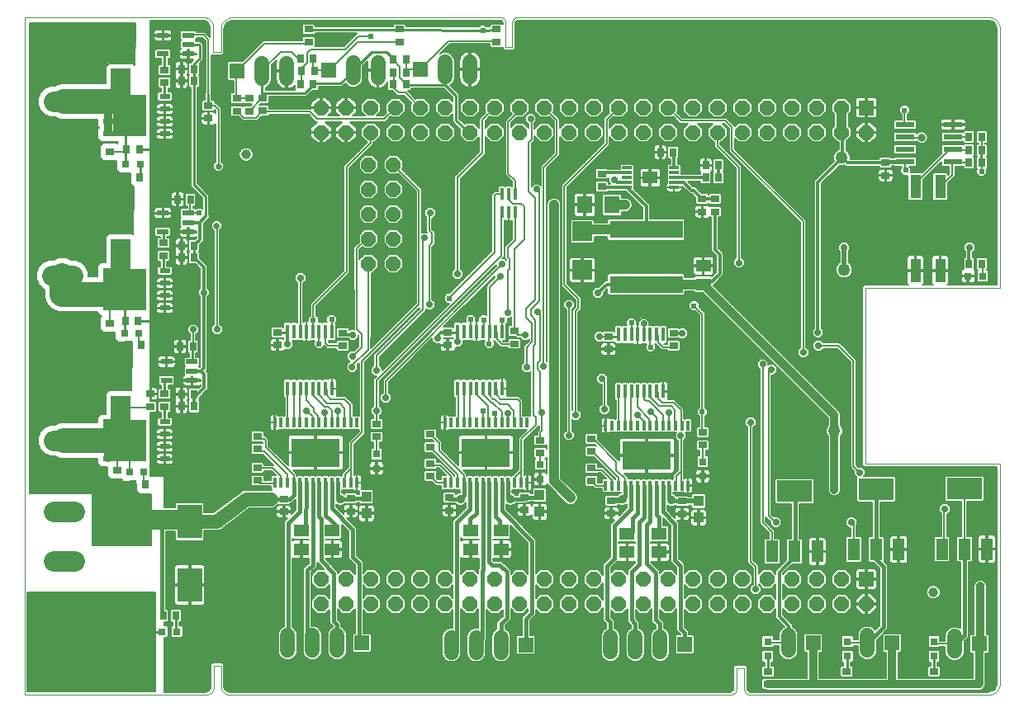
<source format=gtl>
G75*
%MOIN*%
%OFA0B0*%
%FSLAX24Y24*%
%IPPOS*%
%LPD*%
%AMOC8*
5,1,8,0,0,1.08239X$1,22.5*
%
%ADD10C,0.0000*%
%ADD11R,0.0138X0.0394*%
%ADD12R,0.1969X0.1181*%
%ADD13R,0.0140X0.0580*%
%ADD14R,0.0354X0.0276*%
%ADD15R,0.0591X0.0512*%
%ADD16R,0.0315X0.0315*%
%ADD17R,0.0480X0.0880*%
%ADD18R,0.1417X0.0866*%
%ADD19R,0.0276X0.0354*%
%ADD20R,0.0394X0.0433*%
%ADD21R,0.0600X0.0600*%
%ADD22C,0.0600*%
%ADD23C,0.0825*%
%ADD24R,0.0445X0.0961*%
%ADD25R,0.0984X0.1378*%
%ADD26R,0.0787X0.0787*%
%ADD27R,0.0780X0.0210*%
%ADD28C,0.0394*%
%ADD29C,0.0500*%
%ADD30R,0.0433X0.0197*%
%ADD31R,0.1378X0.1693*%
%ADD32R,0.0472X0.0217*%
%ADD33OC8,0.0600*%
%ADD34C,0.0945*%
%ADD35R,0.0394X0.0118*%
%ADD36R,0.0630X0.0709*%
%ADD37R,0.2953X0.0709*%
%ADD38R,0.0140X0.0460*%
%ADD39C,0.0240*%
%ADD40C,0.0060*%
%ADD41C,0.0100*%
%ADD42C,0.0240*%
%ADD43C,0.0277*%
%ADD44C,0.0157*%
%ADD45C,0.0161*%
%ADD46C,0.0118*%
%ADD47C,0.0323*%
%ADD48C,0.0320*%
%ADD49C,0.0394*%
%ADD50C,0.0061*%
%ADD51C,0.0317*%
%ADD52C,0.0120*%
%ADD53C,0.0160*%
%ADD54C,0.0787*%
%ADD55C,0.0356*%
%ADD56C,0.0560*%
%ADD57C,0.0197*%
%ADD58C,0.0138*%
%ADD59C,0.1000*%
%ADD60C,0.0500*%
%ADD61C,0.0258*%
D10*
X002552Y003472D02*
X009875Y003472D01*
X009876Y003473D02*
X009910Y003476D01*
X009944Y003483D01*
X009978Y003494D01*
X010010Y003507D01*
X010040Y003524D01*
X010069Y003543D01*
X010096Y003565D01*
X010121Y003590D01*
X010142Y003617D01*
X010162Y003646D01*
X010178Y003677D01*
X010191Y003710D01*
X010201Y003743D01*
X010207Y003777D01*
X010211Y003812D01*
X010210Y003847D01*
X010210Y003846D02*
X010210Y004654D01*
X010486Y004654D01*
X010486Y003886D01*
X010485Y003886D02*
X010484Y003848D01*
X010487Y003810D01*
X010493Y003773D01*
X010503Y003736D01*
X010517Y003701D01*
X010533Y003667D01*
X010554Y003635D01*
X010577Y003605D01*
X010603Y003578D01*
X010631Y003553D01*
X010662Y003531D01*
X010695Y003513D01*
X010729Y003497D01*
X010765Y003485D01*
X010802Y003477D01*
X010839Y003472D01*
X010840Y003472D02*
X031056Y003472D01*
X031057Y003473D02*
X031086Y003476D01*
X031115Y003483D01*
X031143Y003493D01*
X031170Y003506D01*
X031195Y003522D01*
X031217Y003542D01*
X031238Y003563D01*
X031255Y003587D01*
X031269Y003613D01*
X031280Y003641D01*
X031288Y003670D01*
X031292Y003699D01*
X031293Y003729D01*
X031293Y003728D02*
X031293Y004555D01*
X031608Y004555D01*
X031608Y003728D01*
X031608Y003729D02*
X031609Y003699D01*
X031613Y003670D01*
X031621Y003641D01*
X031632Y003613D01*
X031646Y003587D01*
X031663Y003563D01*
X031684Y003542D01*
X031706Y003522D01*
X031731Y003506D01*
X031758Y003493D01*
X031786Y003483D01*
X031815Y003476D01*
X031844Y003473D01*
X031844Y003472D02*
X041430Y003472D01*
X041471Y003471D01*
X041511Y003474D01*
X041551Y003480D01*
X041591Y003490D01*
X041629Y003503D01*
X041666Y003519D01*
X041701Y003539D01*
X041735Y003561D01*
X041767Y003587D01*
X041796Y003615D01*
X041822Y003645D01*
X041846Y003678D01*
X041867Y003713D01*
X041885Y003749D01*
X041900Y003787D01*
X041911Y003825D01*
X041919Y003865D01*
X041923Y003905D01*
X041923Y003906D02*
X041923Y012823D01*
X036486Y012823D01*
X036486Y019909D01*
X041923Y019909D01*
X041923Y030441D01*
X041923Y030440D02*
X041918Y030480D01*
X041910Y030519D01*
X041898Y030558D01*
X041883Y030595D01*
X041865Y030631D01*
X041844Y030665D01*
X041820Y030697D01*
X041793Y030727D01*
X041764Y030754D01*
X041733Y030779D01*
X041699Y030801D01*
X041664Y030820D01*
X041627Y030835D01*
X041589Y030848D01*
X041550Y030857D01*
X041511Y030863D01*
X041471Y030865D01*
X041431Y030864D01*
X041430Y030864D02*
X026125Y030864D01*
X026125Y030854D02*
X022434Y030854D01*
X022435Y030854D02*
X022407Y030847D01*
X022379Y030837D01*
X022354Y030824D01*
X022330Y030808D01*
X022308Y030790D01*
X022288Y030768D01*
X022271Y030745D01*
X022258Y030720D01*
X022247Y030693D01*
X022240Y030665D01*
X022236Y030636D01*
X022235Y030607D01*
X022238Y030579D01*
X022237Y030579D02*
X022237Y029654D01*
X021982Y029654D01*
X021982Y030579D01*
X021981Y030579D02*
X021984Y030607D01*
X021983Y030636D01*
X021979Y030665D01*
X021972Y030693D01*
X021961Y030720D01*
X021948Y030745D01*
X021931Y030768D01*
X021911Y030790D01*
X021889Y030808D01*
X021865Y030824D01*
X021840Y030837D01*
X021812Y030847D01*
X021784Y030854D01*
X021785Y030854D02*
X010958Y030854D01*
X010917Y030852D01*
X010876Y030847D01*
X010836Y030838D01*
X010797Y030826D01*
X010759Y030810D01*
X010722Y030791D01*
X010687Y030769D01*
X010655Y030744D01*
X010624Y030716D01*
X010596Y030685D01*
X010571Y030653D01*
X010549Y030618D01*
X010530Y030581D01*
X010514Y030543D01*
X010502Y030504D01*
X010493Y030464D01*
X010488Y030423D01*
X010486Y030382D01*
X010486Y029437D01*
X010171Y029437D01*
X010171Y030382D01*
X010174Y030421D01*
X010173Y030460D01*
X010169Y030498D01*
X010162Y030537D01*
X010151Y030574D01*
X010136Y030610D01*
X010119Y030645D01*
X010098Y030678D01*
X010074Y030709D01*
X010047Y030737D01*
X010018Y030763D01*
X009987Y030786D01*
X009954Y030807D01*
X009919Y030824D01*
X009882Y030837D01*
X009845Y030848D01*
X009806Y030855D01*
X009806Y030854D02*
X002552Y030854D01*
X002552Y003472D01*
D11*
X012651Y012050D03*
X012907Y012050D03*
X013163Y012050D03*
X013419Y012050D03*
X013674Y012050D03*
X013930Y012050D03*
X014186Y012050D03*
X014442Y012050D03*
X014698Y012050D03*
X014954Y012050D03*
X015210Y012050D03*
X015466Y012050D03*
X015722Y012050D03*
X015978Y012050D03*
X015978Y014481D03*
X015722Y014481D03*
X015466Y014481D03*
X015210Y014481D03*
X014954Y014481D03*
X014698Y014481D03*
X014442Y014481D03*
X014186Y014481D03*
X013930Y014481D03*
X013674Y014481D03*
X013419Y014481D03*
X013163Y014481D03*
X012907Y014481D03*
X012651Y014481D03*
X019521Y014481D03*
X019777Y014481D03*
X020033Y014481D03*
X020289Y014481D03*
X020545Y014481D03*
X020800Y014481D03*
X021056Y014481D03*
X021312Y014481D03*
X021568Y014481D03*
X021824Y014481D03*
X022080Y014481D03*
X022336Y014481D03*
X022592Y014481D03*
X022848Y014481D03*
X022848Y012050D03*
X022592Y012050D03*
X022336Y012050D03*
X022080Y012050D03*
X021824Y012050D03*
X021568Y012050D03*
X021312Y012050D03*
X021056Y012050D03*
X020800Y012050D03*
X020545Y012050D03*
X020289Y012050D03*
X020033Y012050D03*
X019777Y012050D03*
X019521Y012050D03*
X026017Y011932D03*
X026273Y011932D03*
X026529Y011932D03*
X026785Y011932D03*
X027041Y011932D03*
X027297Y011932D03*
X027552Y011932D03*
X027808Y011932D03*
X028064Y011932D03*
X028320Y011932D03*
X028576Y011932D03*
X028832Y011932D03*
X029088Y011932D03*
X029344Y011932D03*
X029344Y014363D03*
X029088Y014363D03*
X028832Y014363D03*
X028576Y014363D03*
X028320Y014363D03*
X028064Y014363D03*
X027808Y014363D03*
X027552Y014363D03*
X027297Y014363D03*
X027041Y014363D03*
X026785Y014363D03*
X026529Y014363D03*
X026273Y014363D03*
X026017Y014363D03*
D12*
X027680Y013148D03*
X021184Y013266D03*
X014314Y013266D03*
D13*
X014198Y015856D03*
X014448Y015856D03*
X014708Y015856D03*
X014968Y015856D03*
X013938Y015856D03*
X013688Y015856D03*
X013428Y015856D03*
X013168Y015856D03*
X013168Y018156D03*
X013428Y018156D03*
X013688Y018156D03*
X013938Y018156D03*
X014198Y018156D03*
X014448Y018156D03*
X014708Y018156D03*
X014968Y018156D03*
X020038Y018156D03*
X020298Y018156D03*
X020558Y018156D03*
X020808Y018156D03*
X021068Y018156D03*
X021318Y018156D03*
X021578Y018156D03*
X021838Y018156D03*
X021838Y015856D03*
X021578Y015856D03*
X021318Y015856D03*
X021068Y015856D03*
X020808Y015856D03*
X020558Y015856D03*
X020298Y015856D03*
X020038Y015856D03*
X026534Y015738D03*
X026794Y015738D03*
X027054Y015738D03*
X027304Y015738D03*
X027564Y015738D03*
X027814Y015738D03*
X028074Y015738D03*
X028334Y015738D03*
X028334Y018038D03*
X028074Y018038D03*
X027814Y018038D03*
X027564Y018038D03*
X027304Y018038D03*
X027054Y018038D03*
X026794Y018038D03*
X026534Y018038D03*
D14*
X026123Y017958D03*
X026123Y017446D03*
X028763Y017587D03*
X028763Y018098D03*
X029934Y014083D03*
X029934Y013571D03*
X029108Y011307D03*
X029108Y010795D03*
X026243Y010815D03*
X026243Y011327D03*
X025448Y012124D03*
X025448Y012636D03*
X025448Y013315D03*
X025448Y013827D03*
X023379Y013768D03*
X023379Y013256D03*
X022730Y011465D03*
X022730Y010953D03*
X019708Y010933D03*
X019708Y011445D03*
X018950Y012311D03*
X018950Y012823D03*
X018940Y013492D03*
X018940Y014004D03*
X016765Y013906D03*
X016765Y014417D03*
X015725Y011414D03*
X015725Y010902D03*
X013023Y010884D03*
X013023Y011396D03*
X011952Y012137D03*
X011952Y012649D03*
X011962Y013411D03*
X011962Y013923D03*
X008212Y015126D03*
X008212Y015638D03*
X007621Y015638D03*
X007621Y015126D03*
X006293Y012537D03*
X006293Y012026D03*
X012768Y017604D03*
X012768Y018116D03*
X015407Y018098D03*
X015407Y017587D03*
X019647Y017604D03*
X019647Y018116D03*
X022326Y018177D03*
X022326Y017665D03*
X029915Y023000D03*
X030426Y023000D03*
X030426Y023512D03*
X029915Y023512D03*
X025860Y024024D03*
X025860Y024535D03*
X021608Y029860D03*
X021608Y030372D03*
X017690Y030372D03*
X017690Y029860D03*
X014019Y029860D03*
X014019Y030372D03*
X012159Y027587D03*
X012159Y027075D03*
X011627Y027065D03*
X011125Y027065D03*
X011125Y027577D03*
X011627Y027577D03*
X009984Y027281D03*
X009984Y026770D03*
X008212Y028217D03*
X008212Y028728D03*
X005997Y025431D03*
X005997Y024919D03*
X008163Y021740D03*
X008163Y021228D03*
X005997Y018492D03*
X005997Y017980D03*
X032582Y004427D03*
X032582Y003915D03*
X035741Y003915D03*
X035741Y004427D03*
X039265Y004427D03*
X039265Y003915D03*
X037316Y024467D03*
X037316Y024978D03*
D15*
X029954Y020815D03*
X029954Y020067D03*
X027812Y024370D03*
X028173Y009988D03*
X028173Y009240D03*
X026883Y009240D03*
X026883Y009988D03*
X021795Y010106D03*
X021795Y009358D03*
X020564Y009358D03*
X020564Y010106D03*
X014984Y010106D03*
X014984Y009358D03*
X013734Y009358D03*
X013734Y010106D03*
D16*
X016765Y012626D03*
X016765Y013217D03*
X023379Y012783D03*
X023379Y012193D03*
X029934Y012311D03*
X029934Y012902D03*
X032562Y005628D03*
X032562Y005037D03*
X035771Y005037D03*
X035771Y005628D03*
X039265Y005628D03*
X039265Y005037D03*
X040643Y020402D03*
X041234Y020402D03*
X008704Y006031D03*
X008113Y006031D03*
X007375Y012478D03*
X006785Y012478D03*
X006588Y018089D03*
X007178Y018089D03*
X007228Y024929D03*
X006637Y024929D03*
D17*
X032735Y009270D03*
X033645Y009270D03*
X034555Y009270D03*
X036023Y009349D03*
X036932Y009349D03*
X037842Y009349D03*
X039586Y009369D03*
X040495Y009369D03*
X041405Y009369D03*
D18*
X040495Y011809D03*
X036932Y011789D03*
X033645Y011710D03*
D19*
X040682Y020894D03*
X041194Y020894D03*
X041194Y024978D03*
X040682Y024978D03*
X040682Y025470D03*
X041194Y025470D03*
X041194Y026012D03*
X040682Y026012D03*
X030564Y024870D03*
X030564Y024378D03*
X030052Y024378D03*
X030052Y024870D03*
X028734Y025402D03*
X028222Y025402D03*
X017956Y028138D03*
X017956Y028620D03*
X017444Y028620D03*
X017444Y028138D03*
X017444Y029152D03*
X017956Y029152D03*
X014255Y028689D03*
X013743Y028689D03*
X013694Y028138D03*
X014206Y028138D03*
X014206Y029201D03*
X013694Y029201D03*
X009403Y028768D03*
X009403Y028276D03*
X008891Y028276D03*
X008891Y028768D03*
X007188Y025520D03*
X006676Y025520D03*
X006676Y024388D03*
X007188Y024388D03*
X008743Y023502D03*
X009255Y023502D03*
X009403Y021632D03*
X008891Y021632D03*
X008891Y021140D03*
X009403Y021140D03*
X007139Y018581D03*
X006627Y018581D03*
X006745Y017606D03*
X007257Y017606D03*
X008842Y017547D03*
X009354Y017547D03*
X009403Y015628D03*
X009403Y015136D03*
X008891Y015136D03*
X008891Y015628D03*
X007434Y011986D03*
X006923Y011986D03*
X008153Y006671D03*
X008665Y006671D03*
D20*
X016361Y010815D03*
X016361Y011484D03*
X023350Y011543D03*
X023350Y010874D03*
X029767Y010638D03*
X029767Y011307D03*
D21*
X036535Y008156D03*
X037580Y005579D03*
X034391Y005579D03*
X029210Y005520D03*
X022793Y005500D03*
X016178Y005579D03*
X041104Y005539D03*
X036535Y027201D03*
X018541Y028748D03*
X014820Y028709D03*
X011139Y028689D03*
D22*
X012139Y028989D02*
X012139Y028389D01*
X013139Y028389D02*
X013139Y028989D01*
X015820Y029009D02*
X015820Y028409D01*
X016820Y028409D02*
X016820Y029009D01*
X019541Y029048D02*
X019541Y028448D01*
X020541Y028448D02*
X020541Y029048D01*
X015178Y005879D02*
X015178Y005279D01*
X014178Y005279D02*
X014178Y005879D01*
X013178Y005879D02*
X013178Y005279D01*
X019793Y005200D02*
X019793Y005800D01*
X020793Y005800D02*
X020793Y005200D01*
X021793Y005200D02*
X021793Y005800D01*
X026210Y005820D02*
X026210Y005220D01*
X027210Y005220D02*
X027210Y005820D01*
X028210Y005820D02*
X028210Y005220D01*
X033391Y005279D02*
X033391Y005879D01*
X036580Y005879D02*
X036580Y005279D01*
X040104Y005239D02*
X040104Y005839D01*
D23*
X004561Y004902D02*
X003736Y004902D01*
X003736Y006902D02*
X004561Y006902D01*
X004561Y008902D02*
X003736Y008902D01*
X003736Y010902D02*
X004561Y010902D01*
X004561Y013752D02*
X003736Y013752D01*
X003736Y015752D02*
X004561Y015752D01*
X004493Y020425D02*
X003668Y020425D01*
X003668Y022425D02*
X004493Y022425D01*
X004561Y027453D02*
X003736Y027453D01*
X003736Y029453D02*
X004561Y029453D01*
D24*
X038519Y024014D03*
X039519Y024014D03*
X039519Y020628D03*
X038519Y020628D03*
D25*
X009226Y010480D03*
X009226Y007921D03*
D26*
X006440Y015165D03*
X006440Y016740D03*
X006440Y021484D03*
X006440Y023059D03*
X006440Y028374D03*
X006440Y029949D03*
X025072Y022213D03*
X025072Y020638D03*
D27*
X038098Y025016D03*
X038098Y025516D03*
X038098Y026016D03*
X038098Y026516D03*
X040038Y026516D03*
X040038Y026016D03*
X040038Y025516D03*
X040038Y025016D03*
D28*
X039245Y007626D03*
X011499Y025313D03*
D29*
X035249Y014142D03*
X035643Y020657D03*
X035545Y025195D03*
D30*
X008222Y026148D03*
X008222Y026648D03*
X008222Y027148D03*
X008222Y027648D03*
X005938Y027648D03*
X005938Y027148D03*
X005938Y026648D03*
X005938Y026148D03*
X005938Y020610D03*
X005938Y020110D03*
X005938Y019610D03*
X005938Y019110D03*
X008222Y019110D03*
X008222Y019610D03*
X008222Y020110D03*
X008222Y020610D03*
X008222Y014508D03*
X008222Y014008D03*
X008222Y013508D03*
X008222Y013008D03*
X005938Y013008D03*
X005938Y013508D03*
X005938Y014008D03*
X005938Y014508D03*
D31*
X006785Y013758D03*
X006785Y019860D03*
X006785Y026898D03*
D32*
X008143Y029378D03*
X008143Y030126D03*
X009167Y030126D03*
X009167Y029752D03*
X009167Y029378D03*
X009167Y022941D03*
X009167Y022567D03*
X009167Y022193D03*
X008143Y022193D03*
X008143Y022941D03*
X008291Y016937D03*
X008291Y016189D03*
X009314Y016189D03*
X009314Y016563D03*
X009314Y016937D03*
D33*
X016442Y020902D03*
X016442Y021902D03*
X017442Y021902D03*
X017442Y020902D03*
X017442Y022902D03*
X016442Y022902D03*
X016442Y023902D03*
X017442Y023902D03*
X017442Y024902D03*
X016442Y024902D03*
X016535Y026201D03*
X017535Y026201D03*
X018535Y026201D03*
X019535Y026201D03*
X020535Y026201D03*
X021535Y026201D03*
X022535Y026201D03*
X023535Y026201D03*
X024535Y026201D03*
X025535Y026201D03*
X026535Y026201D03*
X027535Y026201D03*
X028535Y026201D03*
X029535Y026201D03*
X030535Y026201D03*
X031535Y026201D03*
X032535Y026201D03*
X033535Y026201D03*
X034535Y026201D03*
X035535Y026201D03*
X036535Y026201D03*
X035535Y027201D03*
X034535Y027201D03*
X033535Y027201D03*
X032535Y027201D03*
X031535Y027201D03*
X030535Y027201D03*
X029535Y027201D03*
X028535Y027201D03*
X027535Y027201D03*
X026535Y027201D03*
X025535Y027201D03*
X024535Y027201D03*
X023535Y027201D03*
X022535Y027201D03*
X021535Y027201D03*
X020535Y027201D03*
X019535Y027201D03*
X018535Y027201D03*
X017535Y027201D03*
X016535Y027201D03*
X015535Y027201D03*
X014535Y027201D03*
X014535Y026201D03*
X015535Y026201D03*
X015535Y008156D03*
X014535Y008156D03*
X014535Y007156D03*
X015535Y007156D03*
X016535Y007156D03*
X017535Y007156D03*
X017535Y008156D03*
X016535Y008156D03*
X018535Y008156D03*
X019535Y008156D03*
X020535Y008156D03*
X021535Y008156D03*
X022535Y008156D03*
X023535Y008156D03*
X024535Y008156D03*
X025535Y008156D03*
X026535Y008156D03*
X027535Y008156D03*
X028535Y008156D03*
X029535Y008156D03*
X030535Y008156D03*
X031535Y008156D03*
X032535Y008156D03*
X033535Y008156D03*
X034535Y008156D03*
X035535Y008156D03*
X035535Y007156D03*
X036535Y007156D03*
X034535Y007156D03*
X033535Y007156D03*
X032535Y007156D03*
X031535Y007156D03*
X030535Y007156D03*
X029535Y007156D03*
X028535Y007156D03*
X027535Y007156D03*
X026535Y007156D03*
X025535Y007156D03*
X024535Y007156D03*
X023535Y007156D03*
X022535Y007156D03*
X021535Y007156D03*
X020535Y007156D03*
X019535Y007156D03*
X018535Y007156D03*
D34*
X007100Y005677D03*
X005761Y005677D03*
X005761Y010559D03*
X007100Y010559D03*
D35*
X026883Y023984D03*
X026883Y024181D03*
X026883Y024376D03*
X026883Y024575D03*
X026883Y024772D03*
X028773Y024772D03*
X028773Y024575D03*
X028773Y024376D03*
X028773Y024181D03*
X028773Y023984D03*
D36*
X026273Y023276D03*
X025171Y023276D03*
D37*
X027651Y022272D03*
X027651Y020067D03*
D38*
X022360Y022984D03*
X022100Y022984D03*
X021840Y022984D03*
X021840Y023724D03*
X022100Y023724D03*
X022360Y023724D03*
D39*
X022080Y022429D03*
X019698Y019496D03*
X019649Y017154D03*
X020791Y017154D03*
X021086Y017154D03*
X021086Y016858D03*
X020791Y016858D03*
X019865Y013925D03*
X019570Y013925D03*
X020397Y013709D03*
X020397Y013413D03*
X020397Y013118D03*
X020397Y012823D03*
X020791Y012823D03*
X020791Y013118D03*
X020791Y013413D03*
X020791Y013709D03*
X021184Y013709D03*
X021184Y013413D03*
X021184Y013118D03*
X021184Y012823D03*
X021578Y012823D03*
X021578Y013118D03*
X021578Y013413D03*
X021578Y013709D03*
X021972Y013709D03*
X021972Y013413D03*
X021972Y013118D03*
X021972Y012823D03*
X022867Y012911D03*
X022867Y012616D03*
X022720Y010579D03*
X023330Y010421D03*
X022503Y008846D03*
X022188Y008827D03*
X020673Y008787D03*
X020318Y008787D03*
X019590Y009378D03*
X019590Y009693D03*
X019590Y010028D03*
X019590Y010343D03*
X016440Y010146D03*
X016165Y010146D03*
X016165Y009870D03*
X016440Y009870D03*
X015338Y008846D03*
X015043Y008846D03*
X013881Y008846D03*
X013566Y008827D03*
X011499Y009142D03*
X011499Y009437D03*
X011184Y009437D03*
X011184Y009122D03*
X013527Y012823D03*
X013527Y013118D03*
X013527Y013413D03*
X013527Y013709D03*
X013921Y013709D03*
X013921Y013413D03*
X013921Y013118D03*
X013921Y012823D03*
X014314Y012823D03*
X014314Y013118D03*
X014314Y013413D03*
X014314Y013709D03*
X014708Y013709D03*
X014708Y013413D03*
X014708Y013118D03*
X014708Y012823D03*
X015102Y012823D03*
X015102Y013118D03*
X015102Y013413D03*
X015102Y013709D03*
X015958Y012892D03*
X015958Y012577D03*
X012976Y013906D03*
X012602Y013906D03*
X008999Y014004D03*
X008606Y014004D03*
X008606Y013512D03*
X008999Y013512D03*
X008999Y013020D03*
X008606Y013020D03*
X008547Y015362D03*
X008802Y016543D03*
X008271Y017606D03*
X008655Y019122D03*
X009098Y019122D03*
X009098Y019614D03*
X008655Y019614D03*
X008655Y020106D03*
X009098Y020106D03*
X008527Y021366D03*
X008645Y022567D03*
X008212Y023472D03*
X008655Y026159D03*
X009098Y026159D03*
X009098Y026652D03*
X008655Y026652D03*
X008655Y027144D03*
X009098Y027144D03*
X008547Y028472D03*
X008665Y029752D03*
X011027Y020215D03*
X011381Y020215D03*
X011736Y020195D03*
X012110Y020195D03*
X012110Y019309D03*
X011716Y019309D03*
X011342Y019309D03*
X011007Y019309D03*
X012759Y017134D03*
X013921Y017154D03*
X014216Y017154D03*
X014216Y016858D03*
X013921Y016858D03*
X026007Y010343D03*
X026007Y010047D03*
X026007Y009772D03*
X026499Y008709D03*
X026795Y008709D03*
X028232Y008709D03*
X028566Y008709D03*
X029098Y009732D03*
X029098Y010047D03*
X029413Y010067D03*
X029413Y009752D03*
X029334Y012488D03*
X029334Y012783D03*
X028468Y012705D03*
X028468Y013000D03*
X028468Y013295D03*
X028468Y013591D03*
X028074Y013591D03*
X028074Y013295D03*
X028074Y013000D03*
X028074Y012705D03*
X027680Y012705D03*
X027680Y013000D03*
X027680Y013295D03*
X027680Y013591D03*
X027287Y013591D03*
X027287Y013295D03*
X027287Y013000D03*
X027287Y012705D03*
X026893Y012705D03*
X026893Y013000D03*
X026893Y013295D03*
X026893Y013591D03*
X026440Y013689D03*
X026106Y013689D03*
X027287Y016740D03*
X027582Y016740D03*
X027592Y017026D03*
X027287Y017035D03*
X026204Y017035D03*
X029580Y019201D03*
X028350Y022980D03*
X028350Y023276D03*
X028054Y023276D03*
X028054Y022980D03*
X029915Y014909D03*
X034511Y010106D03*
X037799Y010205D03*
X041421Y010264D03*
X041391Y008541D03*
X039009Y020392D03*
X039029Y020844D03*
D40*
X039167Y020847D02*
X038871Y020847D01*
X038871Y020789D02*
X039167Y020789D01*
X039167Y020730D02*
X038871Y020730D01*
X038871Y020672D02*
X039167Y020672D01*
X039167Y020658D02*
X039489Y020658D01*
X039489Y021238D01*
X039279Y021238D01*
X039246Y021229D01*
X039217Y021212D01*
X039193Y021188D01*
X039175Y021158D01*
X039167Y021125D01*
X039167Y020658D01*
X039167Y020598D02*
X039167Y020131D01*
X039175Y020097D01*
X039193Y020068D01*
X039217Y020044D01*
X039224Y020039D01*
X038814Y020039D01*
X038821Y020044D01*
X038845Y020068D01*
X038863Y020097D01*
X038871Y020131D01*
X038871Y020598D01*
X038549Y020598D01*
X038549Y020658D01*
X038489Y020658D01*
X038489Y021238D01*
X038279Y021238D01*
X038246Y021229D01*
X038217Y021212D01*
X038193Y021188D01*
X038175Y021158D01*
X038167Y021125D01*
X038167Y020658D01*
X038489Y020658D01*
X038489Y020598D01*
X038167Y020598D01*
X038167Y020131D01*
X038175Y020097D01*
X038193Y020068D01*
X038217Y020044D01*
X038224Y020039D01*
X036432Y020039D01*
X036356Y019963D01*
X036356Y012769D01*
X036432Y012693D01*
X041793Y012693D01*
X041793Y003912D01*
X041782Y003849D01*
X041725Y003732D01*
X041627Y003646D01*
X041504Y003604D01*
X041446Y003602D01*
X041435Y003602D01*
X041385Y003606D01*
X041381Y003602D01*
X031848Y003602D01*
X031819Y003607D01*
X031768Y003640D01*
X031740Y003693D01*
X031738Y003722D01*
X031738Y003726D01*
X031740Y003777D01*
X031738Y003779D01*
X031738Y004609D01*
X031661Y004685D01*
X031239Y004685D01*
X031163Y004609D01*
X031163Y003779D01*
X031161Y003777D01*
X031163Y003726D01*
X031163Y003722D01*
X031160Y003693D01*
X031132Y003640D01*
X031081Y003607D01*
X031052Y003602D01*
X010848Y003602D01*
X010801Y003611D01*
X010712Y003656D01*
X010647Y003731D01*
X010616Y003826D01*
X010616Y003858D01*
X010616Y003881D01*
X010619Y003930D01*
X010616Y003934D01*
X010616Y004707D01*
X010539Y004784D01*
X010156Y004784D01*
X010080Y004707D01*
X010080Y003896D01*
X010077Y003893D01*
X010080Y003843D01*
X010080Y003835D01*
X010078Y003795D01*
X010049Y003712D01*
X009991Y003647D01*
X009912Y003609D01*
X009869Y003602D01*
X008212Y003602D01*
X008212Y005784D01*
X008308Y005784D01*
X008361Y005837D01*
X008361Y006226D01*
X008308Y006279D01*
X008212Y006279D01*
X008212Y006404D01*
X008328Y006404D01*
X008381Y006457D01*
X008381Y006886D01*
X008328Y006938D01*
X008282Y006938D01*
X008282Y010075D01*
X008644Y010075D01*
X008644Y009754D01*
X008696Y009701D01*
X009755Y009701D01*
X009808Y009754D01*
X009808Y010110D01*
X010261Y010110D01*
X010307Y010104D01*
X010334Y010110D01*
X010362Y010110D01*
X010405Y010128D01*
X010450Y010139D01*
X010472Y010156D01*
X010498Y010167D01*
X010531Y010199D01*
X011631Y011016D01*
X011661Y011016D01*
X011663Y011017D01*
X012581Y011026D01*
X012716Y011084D01*
X012803Y011173D01*
X012808Y011168D01*
X013237Y011168D01*
X013284Y011216D01*
X013329Y011215D01*
X013330Y011216D01*
X013332Y011216D01*
X013381Y011265D01*
X013430Y011313D01*
X013430Y011314D01*
X013506Y011390D01*
X013506Y010964D01*
X013330Y010788D01*
X013330Y010854D01*
X013053Y010854D01*
X013053Y010914D01*
X013330Y010914D01*
X013330Y011039D01*
X013321Y011072D01*
X013304Y011102D01*
X013280Y011126D01*
X013250Y011143D01*
X013217Y011152D01*
X013053Y011152D01*
X013053Y010914D01*
X012993Y010914D01*
X012993Y011152D01*
X012828Y011152D01*
X012795Y011143D01*
X012766Y011126D01*
X012741Y011102D01*
X012724Y011072D01*
X012715Y011039D01*
X012715Y010914D01*
X012993Y010914D01*
X012993Y010854D01*
X013053Y010854D01*
X013053Y010616D01*
X013158Y010616D01*
X013132Y010590D01*
X013033Y010491D01*
X013033Y006241D01*
X012958Y006209D01*
X012848Y006100D01*
X012788Y005956D01*
X012788Y005201D01*
X012848Y005058D01*
X012958Y004948D01*
X013101Y004889D01*
X013256Y004889D01*
X013399Y004948D01*
X013509Y005058D01*
X013568Y005201D01*
X013568Y005956D01*
X013509Y006100D01*
X013399Y006209D01*
X013371Y006221D01*
X013371Y008991D01*
X013388Y008981D01*
X013421Y008972D01*
X013704Y008972D01*
X013704Y009328D01*
X013764Y009328D01*
X013764Y008972D01*
X014018Y008972D01*
X014018Y008798D01*
X013900Y008681D01*
X013801Y008582D01*
X013801Y005987D01*
X013788Y005956D01*
X013788Y005201D01*
X013848Y005058D01*
X013958Y004948D01*
X014101Y004889D01*
X014256Y004889D01*
X014399Y004948D01*
X014509Y005058D01*
X014568Y005201D01*
X014568Y005956D01*
X014509Y006100D01*
X014399Y006209D01*
X014256Y006269D01*
X014139Y006269D01*
X014139Y008442D01*
X014355Y008658D01*
X014355Y008833D01*
X014451Y008737D01*
X014642Y008546D01*
X014373Y008546D01*
X014145Y008317D01*
X014145Y007994D01*
X014373Y007766D01*
X014696Y007766D01*
X014864Y007933D01*
X014864Y007378D01*
X014696Y007546D01*
X014373Y007546D01*
X014145Y007317D01*
X014145Y006994D01*
X014373Y006766D01*
X014696Y006766D01*
X014864Y006933D01*
X014864Y006395D01*
X014963Y006296D01*
X015010Y006249D01*
X015010Y006231D01*
X014958Y006209D01*
X014848Y006100D01*
X014788Y005956D01*
X014788Y005201D01*
X014848Y005058D01*
X014958Y004948D01*
X015101Y004889D01*
X015256Y004889D01*
X015399Y004948D01*
X015509Y005058D01*
X015568Y005201D01*
X015568Y005956D01*
X015509Y006100D01*
X015399Y006209D01*
X015347Y006231D01*
X015347Y006389D01*
X015201Y006534D01*
X015201Y006937D01*
X015373Y006766D01*
X015696Y006766D01*
X015888Y006957D01*
X015888Y005969D01*
X015841Y005969D01*
X015788Y005916D01*
X015788Y005241D01*
X015841Y005189D01*
X016516Y005189D01*
X016568Y005241D01*
X016568Y005916D01*
X016516Y005969D01*
X016225Y005969D01*
X016225Y006914D01*
X016373Y006766D01*
X016696Y006766D01*
X016925Y006994D01*
X016925Y007317D01*
X016696Y007546D01*
X016373Y007546D01*
X016225Y007397D01*
X016225Y007914D01*
X016373Y007766D01*
X016696Y007766D01*
X016925Y007994D01*
X016925Y008317D01*
X016696Y008546D01*
X016373Y008546D01*
X016225Y008397D01*
X016225Y008857D01*
X016126Y008956D01*
X015969Y009113D01*
X015969Y010235D01*
X015870Y010334D01*
X015570Y010634D01*
X015695Y010634D01*
X015695Y010872D01*
X015418Y010872D01*
X015418Y010786D01*
X015123Y011082D01*
X015123Y011192D01*
X015147Y011168D01*
X015245Y011128D01*
X015352Y011128D01*
X015450Y011168D01*
X015489Y011207D01*
X015511Y011186D01*
X015940Y011186D01*
X015993Y011239D01*
X015993Y011243D01*
X016075Y011243D01*
X016075Y011230D01*
X016127Y011178D01*
X016596Y011178D01*
X016648Y011230D01*
X016648Y011738D01*
X016596Y011791D01*
X016161Y011791D01*
X016168Y011803D01*
X016177Y011836D01*
X016177Y012046D01*
X015982Y012046D01*
X015982Y012055D01*
X015973Y012055D01*
X015973Y012377D01*
X015892Y012377D01*
X015862Y012369D01*
X015862Y012676D01*
X015861Y012676D01*
X015861Y013600D01*
X016224Y013963D01*
X016224Y013963D01*
X016294Y014033D01*
X016294Y016907D01*
X018515Y019128D01*
X018515Y019093D01*
X016645Y017223D01*
X016645Y016786D01*
X016536Y016677D01*
X016536Y016488D01*
X016670Y016354D01*
X016760Y016354D01*
X016645Y016239D01*
X016645Y015152D01*
X016536Y015044D01*
X016536Y014854D01*
X016645Y014745D01*
X016645Y014645D01*
X016551Y014645D01*
X016498Y014592D01*
X016498Y014242D01*
X016551Y014190D01*
X016979Y014190D01*
X017032Y014242D01*
X017032Y014592D01*
X016979Y014645D01*
X016885Y014645D01*
X016885Y014745D01*
X016994Y014854D01*
X016994Y015044D01*
X016885Y015152D01*
X016885Y016139D01*
X021615Y020869D01*
X021615Y020815D01*
X017019Y016219D01*
X017019Y015684D01*
X016910Y015575D01*
X016910Y015386D01*
X017044Y015252D01*
X017234Y015252D01*
X017368Y015386D01*
X017368Y015575D01*
X017259Y015684D01*
X017259Y016120D01*
X019017Y017877D01*
X019017Y017787D01*
X019151Y017653D01*
X019340Y017653D01*
X019340Y017634D01*
X019617Y017634D01*
X019617Y017574D01*
X019677Y017574D01*
X019677Y017336D01*
X019841Y017336D01*
X019874Y017345D01*
X019904Y017362D01*
X019928Y017387D01*
X019945Y017416D01*
X019954Y017449D01*
X019954Y017515D01*
X020128Y017515D01*
X020261Y017649D01*
X020261Y017776D01*
X020406Y017776D01*
X020428Y017799D01*
X020451Y017776D01*
X020644Y017776D01*
X020658Y017762D01*
X020688Y017745D01*
X020721Y017736D01*
X020803Y017736D01*
X020803Y018151D01*
X020813Y018151D01*
X020813Y017736D01*
X020895Y017736D01*
X020928Y017745D01*
X020958Y017762D01*
X020972Y017776D01*
X021126Y017776D01*
X021102Y017752D01*
X021102Y017578D01*
X021225Y017455D01*
X021399Y017455D01*
X021522Y017578D01*
X021522Y017752D01*
X021499Y017776D01*
X021524Y017776D01*
X021578Y017723D01*
X021774Y017526D01*
X022059Y017526D01*
X022059Y017490D01*
X022112Y017438D01*
X022541Y017438D01*
X022593Y017490D01*
X022593Y017840D01*
X022541Y017893D01*
X022112Y017893D01*
X022059Y017840D01*
X022059Y017766D01*
X021874Y017766D01*
X021864Y017776D01*
X021946Y017776D01*
X021998Y017829D01*
X021998Y018468D01*
X022054Y018523D01*
X022054Y018696D01*
X022155Y018696D01*
X022206Y018747D01*
X022206Y018405D01*
X022112Y018405D01*
X022059Y018352D01*
X022059Y018002D01*
X022112Y017949D01*
X022384Y017949D01*
X022434Y017900D01*
X022565Y017900D01*
X022674Y017791D01*
X022864Y017791D01*
X022925Y017852D01*
X022925Y017794D01*
X022708Y017577D01*
X022708Y016924D01*
X022599Y016815D01*
X022599Y016626D01*
X022733Y016492D01*
X022923Y016492D01*
X022984Y016553D01*
X022984Y014738D01*
X022954Y014768D01*
X022742Y014768D01*
X022720Y014746D01*
X022698Y014768D01*
X022682Y014768D01*
X022682Y015363D01*
X022574Y015471D01*
X022504Y015541D01*
X022036Y015541D01*
X022038Y015549D01*
X022038Y015851D01*
X021843Y015851D01*
X021843Y015861D01*
X021833Y015861D01*
X021833Y016276D01*
X021751Y016276D01*
X021718Y016267D01*
X021688Y016250D01*
X021674Y016236D01*
X021471Y016236D01*
X021448Y016213D01*
X021426Y016236D01*
X021211Y016236D01*
X021193Y016218D01*
X021176Y016236D01*
X020961Y016236D01*
X020938Y016213D01*
X020916Y016236D01*
X020701Y016236D01*
X020683Y016218D01*
X020666Y016236D01*
X020451Y016236D01*
X020428Y016213D01*
X020406Y016236D01*
X020191Y016236D01*
X020168Y016213D01*
X020146Y016236D01*
X019931Y016236D01*
X019878Y016183D01*
X019878Y015529D01*
X019931Y015476D01*
X019932Y015476D01*
X019932Y014768D01*
X019927Y014768D01*
X019905Y014746D01*
X019883Y014768D01*
X019684Y014768D01*
X019670Y014782D01*
X019640Y014799D01*
X019607Y014808D01*
X019525Y014808D01*
X019525Y014486D01*
X019516Y014486D01*
X019516Y014477D01*
X019322Y014477D01*
X019322Y014267D01*
X019331Y014234D01*
X019348Y014205D01*
X019372Y014180D01*
X019402Y014163D01*
X019435Y014154D01*
X019516Y014154D01*
X019516Y014477D01*
X019525Y014477D01*
X019525Y014154D01*
X019607Y014154D01*
X019640Y014163D01*
X019670Y014180D01*
X019684Y014194D01*
X019883Y014194D01*
X019905Y014216D01*
X019927Y014194D01*
X020139Y014194D01*
X020161Y014216D01*
X020182Y014194D01*
X020395Y014194D01*
X020417Y014216D01*
X020438Y014194D01*
X020651Y014194D01*
X020673Y014216D01*
X020694Y014194D01*
X020907Y014194D01*
X020928Y014216D01*
X020950Y014194D01*
X021163Y014194D01*
X021184Y014216D01*
X021206Y014194D01*
X021418Y014194D01*
X021440Y014216D01*
X021462Y014194D01*
X021674Y014194D01*
X021696Y014216D01*
X021718Y014194D01*
X021930Y014194D01*
X021952Y014216D01*
X021974Y014194D01*
X022186Y014194D01*
X022208Y014216D01*
X022230Y014194D01*
X022442Y014194D01*
X022464Y014216D01*
X022486Y014194D01*
X022698Y014194D01*
X022720Y014216D01*
X022742Y014194D01*
X022829Y014194D01*
X022562Y013927D01*
X022491Y013857D01*
X022491Y012577D01*
X022251Y012337D01*
X022230Y012337D01*
X022208Y012315D01*
X022186Y012337D01*
X021974Y012337D01*
X021952Y012315D01*
X021930Y012337D01*
X021718Y012337D01*
X021696Y012315D01*
X021674Y012337D01*
X021462Y012337D01*
X021440Y012315D01*
X021418Y012337D01*
X021206Y012337D01*
X021184Y012315D01*
X021163Y012337D01*
X020950Y012337D01*
X020928Y012315D01*
X020907Y012337D01*
X020694Y012337D01*
X020673Y012315D01*
X020651Y012337D01*
X020438Y012337D01*
X020417Y012315D01*
X020409Y012323D01*
X020409Y012400D01*
X020264Y012545D01*
X021154Y012545D01*
X021154Y013236D01*
X020070Y013236D01*
X020070Y012739D01*
X019405Y013404D01*
X019405Y013709D01*
X019207Y013906D01*
X019207Y014179D01*
X019155Y014232D01*
X018726Y014232D01*
X018673Y014179D01*
X018673Y013829D01*
X018726Y013776D01*
X018998Y013776D01*
X019055Y013720D01*
X018726Y013720D01*
X018673Y013667D01*
X018673Y013317D01*
X018726Y013264D01*
X018998Y013264D01*
X019913Y012350D01*
X019913Y012323D01*
X019905Y012315D01*
X019897Y012323D01*
X019897Y012361D01*
X019444Y012813D01*
X019374Y012884D01*
X019217Y012884D01*
X019217Y012998D01*
X019165Y013051D01*
X018736Y013051D01*
X018683Y012998D01*
X018683Y012648D01*
X018736Y012595D01*
X019165Y012595D01*
X019213Y012644D01*
X019274Y012644D01*
X019581Y012337D01*
X019415Y012337D01*
X019362Y012284D01*
X019362Y012170D01*
X019261Y012170D01*
X019217Y012214D01*
X019217Y012486D01*
X019165Y012539D01*
X018736Y012539D01*
X018683Y012486D01*
X018683Y012136D01*
X018736Y012083D01*
X019008Y012083D01*
X019161Y011930D01*
X019362Y011930D01*
X019362Y011816D01*
X019415Y011763D01*
X019627Y011763D01*
X019649Y011785D01*
X019671Y011763D01*
X019883Y011763D01*
X019905Y011785D01*
X019927Y011763D01*
X020128Y011763D01*
X020128Y011664D01*
X020098Y011664D01*
X019999Y011623D01*
X019975Y011599D01*
X019975Y011620D01*
X019922Y011673D01*
X019494Y011673D01*
X019441Y011620D01*
X019441Y011270D01*
X019494Y011217D01*
X019922Y011217D01*
X019930Y011225D01*
X019942Y011225D01*
X019999Y011168D01*
X020098Y011128D01*
X020204Y011128D01*
X020303Y011168D01*
X020376Y011241D01*
X020376Y011042D01*
X019943Y010610D01*
X019844Y010511D01*
X019844Y008397D01*
X019696Y008546D01*
X019373Y008546D01*
X019145Y008317D01*
X019145Y007994D01*
X019373Y007766D01*
X019696Y007766D01*
X019844Y007914D01*
X019844Y007397D01*
X019696Y007546D01*
X019373Y007546D01*
X019145Y007317D01*
X019145Y006994D01*
X019373Y006766D01*
X019696Y006766D01*
X019844Y006914D01*
X019844Y006190D01*
X019715Y006190D01*
X019572Y006131D01*
X019462Y006021D01*
X019403Y005878D01*
X019403Y005122D01*
X019462Y004979D01*
X019572Y004869D01*
X019715Y004810D01*
X019870Y004810D01*
X020014Y004869D01*
X020123Y004979D01*
X020183Y005122D01*
X020183Y005878D01*
X020182Y005879D01*
X020182Y006957D01*
X020373Y006766D01*
X020696Y006766D01*
X020868Y006937D01*
X020868Y006190D01*
X020715Y006190D01*
X020572Y006131D01*
X020462Y006021D01*
X020403Y005878D01*
X020403Y005122D01*
X020462Y004979D01*
X020572Y004869D01*
X020715Y004810D01*
X020870Y004810D01*
X021014Y004869D01*
X021123Y004979D01*
X021183Y005122D01*
X021183Y005651D01*
X021205Y005674D01*
X021205Y006933D01*
X021373Y006766D01*
X021696Y006766D01*
X021852Y006921D01*
X021852Y006653D01*
X021715Y006515D01*
X021616Y006416D01*
X021616Y006149D01*
X021572Y006131D01*
X021462Y006021D01*
X021403Y005878D01*
X021403Y005122D01*
X021462Y004979D01*
X021572Y004869D01*
X021715Y004810D01*
X021870Y004810D01*
X022014Y004869D01*
X022123Y004979D01*
X022183Y005122D01*
X022183Y005878D01*
X022123Y006021D01*
X022014Y006131D01*
X021953Y006155D01*
X021953Y006277D01*
X022190Y006513D01*
X022190Y006949D01*
X022373Y006766D01*
X022696Y006766D01*
X022876Y006945D01*
X022876Y006869D01*
X022624Y006617D01*
X022624Y005890D01*
X022455Y005890D01*
X022403Y005837D01*
X022403Y005163D01*
X022455Y005110D01*
X023130Y005110D01*
X023183Y005163D01*
X023183Y005837D01*
X023130Y005890D01*
X022961Y005890D01*
X022961Y006477D01*
X023114Y006630D01*
X023213Y006729D01*
X023213Y006925D01*
X023373Y006766D01*
X023696Y006766D01*
X023925Y006994D01*
X023925Y007317D01*
X023696Y007546D01*
X023373Y007546D01*
X023213Y007386D01*
X023213Y007925D01*
X023373Y007766D01*
X023696Y007766D01*
X023925Y007994D01*
X023925Y008317D01*
X023696Y008546D01*
X023373Y008546D01*
X023213Y008386D01*
X023213Y009763D01*
X021993Y010983D01*
X021993Y011192D01*
X022017Y011168D01*
X022115Y011128D01*
X022222Y011128D01*
X022320Y011168D01*
X022377Y011225D01*
X022800Y011225D01*
X022812Y011237D01*
X022944Y011237D01*
X022997Y011289D01*
X022997Y011294D01*
X023063Y011294D01*
X023063Y011289D01*
X023116Y011237D01*
X023584Y011237D01*
X023637Y011289D01*
X023637Y011797D01*
X023584Y011850D01*
X023116Y011850D01*
X023063Y011797D01*
X023063Y011635D01*
X022997Y011635D01*
X022997Y011640D01*
X022944Y011692D01*
X022515Y011692D01*
X022462Y011640D01*
X022462Y011566D01*
X022377Y011566D01*
X022320Y011623D01*
X022241Y011656D01*
X022241Y011763D01*
X022442Y011763D01*
X022464Y011785D01*
X022486Y011763D01*
X022685Y011763D01*
X022699Y011749D01*
X022729Y011732D01*
X022762Y011723D01*
X022843Y011723D01*
X022843Y012046D01*
X022852Y012046D01*
X022852Y012055D01*
X022843Y012055D01*
X022843Y012377D01*
X022762Y012377D01*
X022731Y012369D01*
X022731Y013757D01*
X023252Y014278D01*
X023318Y014344D01*
X023318Y014191D01*
X023259Y014132D01*
X023259Y013996D01*
X023165Y013996D01*
X023112Y013943D01*
X023112Y013593D01*
X022731Y013593D01*
X022731Y013651D02*
X023112Y013651D01*
X023112Y013593D02*
X023165Y013540D01*
X023594Y013540D01*
X023644Y013590D01*
X023644Y013434D01*
X023594Y013484D01*
X023165Y013484D01*
X023112Y013431D01*
X023112Y013081D01*
X023165Y013028D01*
X023182Y013028D01*
X023132Y012978D01*
X023132Y012589D01*
X023184Y012536D01*
X023574Y012536D01*
X023627Y012589D01*
X023627Y012978D01*
X023577Y013028D01*
X023594Y013028D01*
X023644Y013078D01*
X023644Y012425D01*
X023641Y012430D01*
X023617Y012454D01*
X023587Y012472D01*
X023554Y012480D01*
X023409Y012480D01*
X023409Y012223D01*
X023349Y012223D01*
X023349Y012163D01*
X023092Y012163D01*
X023092Y012018D01*
X023101Y011985D01*
X023118Y011956D01*
X023142Y011931D01*
X023172Y011914D01*
X023205Y011905D01*
X023349Y011905D01*
X023349Y012163D01*
X023409Y012163D01*
X023409Y011905D01*
X023554Y011905D01*
X023587Y011914D01*
X023617Y011931D01*
X023641Y011956D01*
X023658Y011985D01*
X023664Y012008D01*
X023687Y011952D01*
X024437Y011202D01*
X024543Y011158D01*
X024657Y011158D01*
X024762Y011202D01*
X024843Y011282D01*
X024887Y011388D01*
X024887Y011502D01*
X024843Y011607D01*
X024217Y012233D01*
X024217Y023333D01*
X024174Y023438D01*
X024093Y023519D01*
X023987Y023562D01*
X023873Y023562D01*
X023768Y023519D01*
X023687Y023438D01*
X023644Y023333D01*
X023644Y016957D01*
X023637Y016963D01*
X023637Y024742D01*
X024098Y025203D01*
X024169Y025273D01*
X024169Y026015D01*
X024373Y025811D01*
X024696Y025811D01*
X024925Y026039D01*
X024925Y026362D01*
X024696Y026591D01*
X024373Y026591D01*
X024169Y026386D01*
X024169Y026737D01*
X023895Y027010D01*
X023925Y027039D01*
X023925Y027362D01*
X023696Y027591D01*
X023373Y027591D01*
X023145Y027362D01*
X023145Y027039D01*
X023373Y026811D01*
X023696Y026811D01*
X023726Y026840D01*
X023929Y026637D01*
X023929Y025373D01*
X023397Y024841D01*
X023397Y024054D01*
X023316Y024134D01*
X023127Y024134D01*
X023027Y024034D01*
X023027Y025746D01*
X023075Y025793D01*
X023145Y025864D01*
X023145Y026039D01*
X023373Y025811D01*
X023696Y025811D01*
X023925Y026039D01*
X023925Y026362D01*
X023696Y026591D01*
X023373Y026591D01*
X023145Y026362D01*
X023145Y026596D01*
X023214Y026665D01*
X023214Y026855D01*
X023080Y026989D01*
X022891Y026989D01*
X022757Y026855D01*
X022757Y026665D01*
X022891Y026531D01*
X022905Y026531D01*
X022905Y026382D01*
X022696Y026591D01*
X022373Y026591D01*
X022200Y026418D01*
X022200Y026572D01*
X022438Y026811D01*
X022696Y026811D01*
X022925Y027039D01*
X022925Y027362D01*
X022696Y027591D01*
X022373Y027591D01*
X022145Y027362D01*
X022145Y027039D01*
X022236Y026948D01*
X022030Y026742D01*
X021960Y026672D01*
X021960Y024486D01*
X022236Y024210D01*
X022236Y024028D01*
X022230Y024022D01*
X022207Y024044D01*
X021992Y024044D01*
X021970Y024022D01*
X021947Y024044D01*
X021732Y024044D01*
X021680Y023992D01*
X021680Y023829D01*
X021538Y023829D01*
X021468Y023758D01*
X021409Y023699D01*
X021409Y021416D01*
X019699Y019706D01*
X019611Y019706D01*
X019488Y019583D01*
X019488Y019409D01*
X019611Y019286D01*
X019692Y019286D01*
X016994Y016587D01*
X016994Y016677D01*
X016885Y016786D01*
X016885Y017124D01*
X018685Y018923D01*
X018755Y018994D01*
X018755Y019072D01*
X018796Y019031D01*
X018986Y019031D01*
X019120Y019165D01*
X019120Y019355D01*
X019011Y019463D01*
X019011Y021572D01*
X019059Y021620D01*
X019129Y021690D01*
X019129Y022184D01*
X019011Y022302D01*
X019011Y022712D01*
X019025Y022712D01*
X019159Y022846D01*
X019159Y023036D01*
X019025Y023170D01*
X018836Y023170D01*
X018702Y023036D01*
X018702Y022846D01*
X018771Y022777D01*
X018771Y022202D01*
X018808Y022166D01*
X018619Y022166D01*
X018598Y022144D01*
X018598Y023916D01*
X017803Y024711D01*
X017832Y024740D01*
X017832Y025063D01*
X017604Y025292D01*
X017281Y025292D01*
X017052Y025063D01*
X017052Y024740D01*
X017281Y024512D01*
X017604Y024512D01*
X017633Y024541D01*
X018358Y023816D01*
X018358Y019310D01*
X016550Y017502D01*
X016550Y017917D01*
X016553Y017929D01*
X016562Y017938D01*
X016562Y017976D01*
X016570Y018013D01*
X016562Y018025D01*
X016562Y020512D01*
X016604Y020512D01*
X016832Y020740D01*
X016832Y021063D01*
X016604Y021292D01*
X016281Y021292D01*
X016080Y021091D01*
X016078Y021455D01*
X016208Y021584D01*
X016281Y021512D01*
X016604Y021512D01*
X016832Y021740D01*
X016832Y022063D01*
X016604Y022292D01*
X016281Y022292D01*
X016052Y022063D01*
X016052Y021768D01*
X015908Y021624D01*
X015908Y021624D01*
X015873Y021588D01*
X015838Y021554D01*
X015838Y021553D01*
X015838Y021553D01*
X015838Y021503D01*
X015838Y021454D01*
X015838Y021454D01*
X015858Y018248D01*
X015706Y018248D01*
X015674Y018217D01*
X015674Y018273D01*
X015857Y018273D01*
X015857Y018332D02*
X015128Y018332D01*
X015128Y018390D02*
X015857Y018390D01*
X015856Y018449D02*
X015128Y018449D01*
X015128Y018483D02*
X015106Y018505D01*
X015164Y018563D01*
X015164Y018737D01*
X015041Y018860D01*
X014867Y018860D01*
X014744Y018737D01*
X014744Y018563D01*
X014771Y018536D01*
X014601Y018536D01*
X014578Y018513D01*
X014555Y018536D01*
X014419Y018536D01*
X014426Y018543D01*
X014426Y018717D01*
X014336Y018807D01*
X014336Y019181D01*
X015684Y020529D01*
X015684Y024761D01*
X016579Y025656D01*
X016649Y025726D01*
X016649Y025811D01*
X016696Y025811D01*
X016925Y026039D01*
X016925Y026362D01*
X016696Y026591D01*
X016373Y026591D01*
X016145Y026362D01*
X016145Y026039D01*
X016373Y025811D01*
X016394Y025811D01*
X015515Y024931D01*
X015444Y024861D01*
X015444Y020628D01*
X014096Y019280D01*
X014096Y018807D01*
X014006Y018717D01*
X014006Y018576D01*
X013943Y018576D01*
X013943Y018161D01*
X013933Y018161D01*
X013933Y018576D01*
X013851Y018576D01*
X013818Y018567D01*
X013808Y018561D01*
X013808Y020113D01*
X013923Y020228D01*
X013923Y020418D01*
X013789Y020552D01*
X013599Y020552D01*
X013465Y020418D01*
X013465Y020228D01*
X013568Y020125D01*
X013568Y018523D01*
X013558Y018513D01*
X013535Y018536D01*
X013321Y018536D01*
X013298Y018513D01*
X013275Y018536D01*
X013061Y018536D01*
X013008Y018483D01*
X013008Y018318D01*
X012982Y018344D01*
X012553Y018344D01*
X012501Y018291D01*
X012501Y017941D01*
X012553Y017888D01*
X012982Y017888D01*
X013008Y017914D01*
X013008Y017856D01*
X012995Y017863D01*
X012962Y017872D01*
X012798Y017872D01*
X012798Y017634D01*
X012738Y017634D01*
X012738Y017872D01*
X012573Y017872D01*
X012540Y017863D01*
X012511Y017846D01*
X012487Y017822D01*
X012469Y017792D01*
X012461Y017759D01*
X012461Y017634D01*
X012738Y017634D01*
X012738Y017574D01*
X012798Y017574D01*
X012798Y017336D01*
X012962Y017336D01*
X012995Y017345D01*
X013025Y017362D01*
X013049Y017387D01*
X013066Y017416D01*
X013071Y017434D01*
X013088Y017417D01*
X013277Y017417D01*
X013411Y017551D01*
X013411Y017740D01*
X013376Y017776D01*
X013535Y017776D01*
X013558Y017799D01*
X013581Y017776D01*
X013774Y017776D01*
X013788Y017762D01*
X013818Y017745D01*
X013851Y017736D01*
X013933Y017736D01*
X013933Y018151D01*
X013943Y018151D01*
X013943Y017736D01*
X014025Y017736D01*
X014058Y017745D01*
X014088Y017762D01*
X014102Y017776D01*
X014256Y017776D01*
X014232Y017752D01*
X014232Y017578D01*
X014355Y017455D01*
X014529Y017455D01*
X014652Y017578D01*
X014652Y017581D01*
X014696Y017537D01*
X014767Y017467D01*
X015140Y017467D01*
X015140Y017412D01*
X015192Y017359D01*
X015621Y017359D01*
X015674Y017412D01*
X015674Y017762D01*
X015621Y017814D01*
X015192Y017814D01*
X015140Y017762D01*
X015140Y017707D01*
X014866Y017707D01*
X014828Y017744D01*
X014828Y017789D01*
X014838Y017799D01*
X014861Y017776D01*
X015075Y017776D01*
X015128Y017829D01*
X015128Y018483D01*
X015108Y018507D02*
X015856Y018507D01*
X015856Y018566D02*
X015164Y018566D01*
X015164Y018624D02*
X015855Y018624D01*
X015855Y018683D02*
X015164Y018683D01*
X015160Y018741D02*
X015855Y018741D01*
X015854Y018800D02*
X015101Y018800D01*
X015043Y018858D02*
X015854Y018858D01*
X015854Y018917D02*
X014336Y018917D01*
X014336Y018975D02*
X015853Y018975D01*
X015853Y019034D02*
X014336Y019034D01*
X014336Y019092D02*
X015852Y019092D01*
X015852Y019151D02*
X014336Y019151D01*
X014364Y019209D02*
X015852Y019209D01*
X015851Y019268D02*
X014423Y019268D01*
X014481Y019326D02*
X015851Y019326D01*
X015851Y019385D02*
X014540Y019385D01*
X014598Y019443D02*
X015850Y019443D01*
X015850Y019502D02*
X014657Y019502D01*
X014715Y019560D02*
X015850Y019560D01*
X015849Y019619D02*
X014774Y019619D01*
X014832Y019677D02*
X015849Y019677D01*
X015849Y019736D02*
X014891Y019736D01*
X014949Y019794D02*
X015848Y019794D01*
X015848Y019853D02*
X015008Y019853D01*
X015066Y019911D02*
X015848Y019911D01*
X015847Y019970D02*
X015125Y019970D01*
X015183Y020028D02*
X015847Y020028D01*
X015846Y020087D02*
X015242Y020087D01*
X015300Y020145D02*
X015846Y020145D01*
X015846Y020204D02*
X015359Y020204D01*
X015417Y020262D02*
X015845Y020262D01*
X015845Y020321D02*
X015476Y020321D01*
X015534Y020379D02*
X015845Y020379D01*
X015844Y020438D02*
X015593Y020438D01*
X015651Y020496D02*
X015844Y020496D01*
X015844Y020555D02*
X015684Y020555D01*
X015684Y020613D02*
X015843Y020613D01*
X015843Y020672D02*
X015684Y020672D01*
X015684Y020730D02*
X015843Y020730D01*
X015842Y020789D02*
X015684Y020789D01*
X015684Y020847D02*
X015842Y020847D01*
X015842Y020906D02*
X015684Y020906D01*
X015684Y020964D02*
X015841Y020964D01*
X015841Y021023D02*
X015684Y021023D01*
X015684Y021081D02*
X015840Y021081D01*
X015840Y021140D02*
X015684Y021140D01*
X015684Y021198D02*
X015840Y021198D01*
X015839Y021257D02*
X015684Y021257D01*
X015684Y021315D02*
X015839Y021315D01*
X015839Y021374D02*
X015684Y021374D01*
X015684Y021432D02*
X015838Y021432D01*
X015838Y021491D02*
X015684Y021491D01*
X015684Y021549D02*
X015838Y021549D01*
X015892Y021608D02*
X015684Y021608D01*
X015684Y021666D02*
X015950Y021666D01*
X016009Y021725D02*
X015684Y021725D01*
X015684Y021783D02*
X016052Y021783D01*
X016052Y021842D02*
X015684Y021842D01*
X015684Y021900D02*
X016052Y021900D01*
X016052Y021959D02*
X015684Y021959D01*
X015684Y022017D02*
X016052Y022017D01*
X016065Y022076D02*
X015684Y022076D01*
X015684Y022134D02*
X016123Y022134D01*
X016182Y022193D02*
X015684Y022193D01*
X015684Y022251D02*
X016240Y022251D01*
X016281Y022512D02*
X016604Y022512D01*
X016832Y022740D01*
X016832Y023063D01*
X016604Y023292D01*
X016281Y023292D01*
X016052Y023063D01*
X016052Y022740D01*
X016281Y022512D01*
X016249Y022544D02*
X015684Y022544D01*
X015684Y022602D02*
X016190Y022602D01*
X016132Y022661D02*
X015684Y022661D01*
X015684Y022719D02*
X016073Y022719D01*
X016052Y022778D02*
X015684Y022778D01*
X015684Y022836D02*
X016052Y022836D01*
X016052Y022895D02*
X015684Y022895D01*
X015684Y022953D02*
X016052Y022953D01*
X016052Y023012D02*
X015684Y023012D01*
X015684Y023070D02*
X016059Y023070D01*
X016118Y023129D02*
X015684Y023129D01*
X015684Y023187D02*
X016176Y023187D01*
X016235Y023246D02*
X015684Y023246D01*
X015684Y023304D02*
X018358Y023304D01*
X018358Y023246D02*
X017650Y023246D01*
X017604Y023292D02*
X017281Y023292D01*
X017052Y023063D01*
X017052Y022740D01*
X017281Y022512D01*
X017604Y022512D01*
X017832Y022740D01*
X017832Y023063D01*
X017604Y023292D01*
X017708Y023187D02*
X018358Y023187D01*
X018358Y023129D02*
X017767Y023129D01*
X017825Y023070D02*
X018358Y023070D01*
X018358Y023012D02*
X017832Y023012D01*
X017832Y022953D02*
X018358Y022953D01*
X018358Y022895D02*
X017832Y022895D01*
X017832Y022836D02*
X018358Y022836D01*
X018358Y022778D02*
X017832Y022778D01*
X017811Y022719D02*
X018358Y022719D01*
X018358Y022661D02*
X017753Y022661D01*
X017694Y022602D02*
X018358Y022602D01*
X018358Y022544D02*
X017636Y022544D01*
X017604Y022292D02*
X017281Y022292D01*
X017052Y022063D01*
X017052Y021740D01*
X017281Y021512D01*
X017604Y021512D01*
X017832Y021740D01*
X017832Y022063D01*
X017604Y022292D01*
X017644Y022251D02*
X018358Y022251D01*
X018358Y022193D02*
X017703Y022193D01*
X017761Y022134D02*
X018358Y022134D01*
X018358Y022076D02*
X017820Y022076D01*
X017832Y022017D02*
X018358Y022017D01*
X018358Y021959D02*
X017832Y021959D01*
X017832Y021900D02*
X018358Y021900D01*
X018358Y021842D02*
X017832Y021842D01*
X017832Y021783D02*
X018358Y021783D01*
X018358Y021725D02*
X017817Y021725D01*
X017758Y021666D02*
X018358Y021666D01*
X018358Y021608D02*
X017700Y021608D01*
X017641Y021549D02*
X018358Y021549D01*
X018358Y021491D02*
X016114Y021491D01*
X016078Y021432D02*
X018358Y021432D01*
X018358Y021374D02*
X016079Y021374D01*
X016079Y021315D02*
X018358Y021315D01*
X018358Y021257D02*
X017639Y021257D01*
X017604Y021292D02*
X017281Y021292D01*
X017052Y021063D01*
X017052Y020740D01*
X017281Y020512D01*
X017604Y020512D01*
X017832Y020740D01*
X017832Y021063D01*
X017604Y021292D01*
X017697Y021198D02*
X018358Y021198D01*
X018358Y021140D02*
X017756Y021140D01*
X017814Y021081D02*
X018358Y021081D01*
X018358Y021023D02*
X017832Y021023D01*
X017832Y020964D02*
X018358Y020964D01*
X018358Y020906D02*
X017832Y020906D01*
X017832Y020847D02*
X018358Y020847D01*
X018358Y020789D02*
X017832Y020789D01*
X017822Y020730D02*
X018358Y020730D01*
X018358Y020672D02*
X017764Y020672D01*
X017705Y020613D02*
X018358Y020613D01*
X018358Y020555D02*
X017647Y020555D01*
X017238Y020555D02*
X016647Y020555D01*
X016705Y020613D02*
X017179Y020613D01*
X017121Y020672D02*
X016764Y020672D01*
X016822Y020730D02*
X017062Y020730D01*
X017052Y020789D02*
X016832Y020789D01*
X016832Y020847D02*
X017052Y020847D01*
X017052Y020906D02*
X016832Y020906D01*
X016832Y020964D02*
X017052Y020964D01*
X017052Y021023D02*
X016832Y021023D01*
X016814Y021081D02*
X017070Y021081D01*
X017129Y021140D02*
X016756Y021140D01*
X016697Y021198D02*
X017187Y021198D01*
X017246Y021257D02*
X016639Y021257D01*
X016641Y021549D02*
X017243Y021549D01*
X017185Y021608D02*
X016700Y021608D01*
X016758Y021666D02*
X017126Y021666D01*
X017068Y021725D02*
X016817Y021725D01*
X016832Y021783D02*
X017052Y021783D01*
X017052Y021842D02*
X016832Y021842D01*
X016832Y021900D02*
X017052Y021900D01*
X017052Y021959D02*
X016832Y021959D01*
X016832Y022017D02*
X017052Y022017D01*
X017065Y022076D02*
X016820Y022076D01*
X016761Y022134D02*
X017123Y022134D01*
X017182Y022193D02*
X016703Y022193D01*
X016644Y022251D02*
X017240Y022251D01*
X017249Y022544D02*
X016636Y022544D01*
X016694Y022602D02*
X017190Y022602D01*
X017132Y022661D02*
X016753Y022661D01*
X016811Y022719D02*
X017073Y022719D01*
X017052Y022778D02*
X016832Y022778D01*
X016832Y022836D02*
X017052Y022836D01*
X017052Y022895D02*
X016832Y022895D01*
X016832Y022953D02*
X017052Y022953D01*
X017052Y023012D02*
X016832Y023012D01*
X016825Y023070D02*
X017059Y023070D01*
X017118Y023129D02*
X016767Y023129D01*
X016708Y023187D02*
X017176Y023187D01*
X017235Y023246D02*
X016650Y023246D01*
X016604Y023512D02*
X016281Y023512D01*
X016052Y023740D01*
X016052Y024063D01*
X016281Y024292D01*
X016604Y024292D01*
X016832Y024063D01*
X016832Y023740D01*
X016604Y023512D01*
X016630Y023538D02*
X017254Y023538D01*
X017281Y023512D02*
X017604Y023512D01*
X017832Y023740D01*
X017832Y024063D01*
X017604Y024292D01*
X017281Y024292D01*
X017052Y024063D01*
X017052Y023740D01*
X017281Y023512D01*
X017196Y023597D02*
X016689Y023597D01*
X016747Y023655D02*
X017137Y023655D01*
X017079Y023714D02*
X016806Y023714D01*
X016832Y023772D02*
X017052Y023772D01*
X017052Y023831D02*
X016832Y023831D01*
X016832Y023889D02*
X017052Y023889D01*
X017052Y023948D02*
X016832Y023948D01*
X016832Y024006D02*
X017052Y024006D01*
X017054Y024065D02*
X016831Y024065D01*
X016772Y024123D02*
X017112Y024123D01*
X017171Y024182D02*
X016714Y024182D01*
X016655Y024240D02*
X017229Y024240D01*
X017260Y024533D02*
X016625Y024533D01*
X016604Y024512D02*
X016832Y024740D01*
X016832Y025063D01*
X016604Y025292D01*
X016281Y025292D01*
X016052Y025063D01*
X016052Y024740D01*
X016281Y024512D01*
X016604Y024512D01*
X016683Y024591D02*
X017201Y024591D01*
X017143Y024650D02*
X016742Y024650D01*
X016800Y024708D02*
X017084Y024708D01*
X017052Y024767D02*
X016832Y024767D01*
X016832Y024825D02*
X017052Y024825D01*
X017052Y024884D02*
X016832Y024884D01*
X016832Y024942D02*
X017052Y024942D01*
X017052Y025001D02*
X016832Y025001D01*
X016832Y025059D02*
X017052Y025059D01*
X017107Y025118D02*
X016778Y025118D01*
X016719Y025176D02*
X017165Y025176D01*
X017224Y025235D02*
X016661Y025235D01*
X016391Y025469D02*
X020917Y025469D01*
X020917Y025432D02*
X019913Y024428D01*
X019913Y020684D01*
X019804Y020575D01*
X019804Y020386D01*
X019938Y020252D01*
X020128Y020252D01*
X020261Y020386D01*
X020261Y020575D01*
X020153Y020684D01*
X020153Y024328D01*
X021086Y025262D01*
X021157Y025332D01*
X021157Y026027D01*
X021373Y025811D01*
X021696Y025811D01*
X021925Y026039D01*
X021925Y026362D01*
X021696Y026591D01*
X021373Y026591D01*
X021157Y026374D01*
X021157Y026653D01*
X021344Y026840D01*
X021373Y026811D01*
X021696Y026811D01*
X021925Y027039D01*
X021925Y027362D01*
X021696Y027591D01*
X021373Y027591D01*
X021145Y027362D01*
X021145Y027039D01*
X021174Y027010D01*
X020917Y026752D01*
X020917Y026370D01*
X020696Y026591D01*
X020373Y026591D01*
X020327Y026545D01*
X020114Y026759D01*
X020114Y027743D01*
X019746Y028111D01*
X019762Y028117D01*
X019871Y028227D01*
X019931Y028370D01*
X019931Y029126D01*
X019871Y029269D01*
X019762Y029379D01*
X019618Y029438D01*
X019463Y029438D01*
X019332Y029384D01*
X019728Y029780D01*
X021340Y029780D01*
X021340Y029685D01*
X021393Y029632D01*
X021822Y029632D01*
X021852Y029662D01*
X021852Y029600D01*
X021928Y029524D01*
X022291Y029524D01*
X022367Y029600D01*
X022367Y030537D01*
X022375Y030547D01*
X022367Y030589D01*
X022367Y030633D01*
X022367Y030634D01*
X022385Y030682D01*
X022428Y030718D01*
X022450Y030724D01*
X026179Y030724D01*
X026189Y030734D01*
X041382Y030734D01*
X041386Y030730D01*
X041435Y030734D01*
X041456Y030734D01*
X041505Y030733D01*
X041627Y030693D01*
X041724Y030609D01*
X041782Y030495D01*
X041793Y030433D01*
X041793Y020039D01*
X039814Y020039D01*
X039821Y020044D01*
X039845Y020068D01*
X039863Y020097D01*
X039871Y020131D01*
X039871Y020598D01*
X039549Y020598D01*
X039549Y020658D01*
X039489Y020658D01*
X039489Y020598D01*
X039167Y020598D01*
X039167Y020555D02*
X038871Y020555D01*
X038871Y020496D02*
X039167Y020496D01*
X039167Y020438D02*
X038871Y020438D01*
X038871Y020379D02*
X039167Y020379D01*
X039167Y020321D02*
X038871Y020321D01*
X038871Y020262D02*
X039167Y020262D01*
X039167Y020204D02*
X038871Y020204D01*
X038871Y020145D02*
X039167Y020145D01*
X039182Y020087D02*
X038856Y020087D01*
X038871Y020658D02*
X038549Y020658D01*
X038549Y021238D01*
X038759Y021238D01*
X038792Y021229D01*
X038821Y021212D01*
X038845Y021188D01*
X038863Y021158D01*
X038871Y021125D01*
X038871Y020658D01*
X038871Y020906D02*
X039167Y020906D01*
X039167Y020964D02*
X038871Y020964D01*
X038871Y021023D02*
X039167Y021023D01*
X039167Y021081D02*
X038871Y021081D01*
X038868Y021140D02*
X039170Y021140D01*
X039202Y021198D02*
X038836Y021198D01*
X038549Y021198D02*
X038489Y021198D01*
X038489Y021140D02*
X038549Y021140D01*
X038549Y021081D02*
X038489Y021081D01*
X038489Y021023D02*
X038549Y021023D01*
X038549Y020964D02*
X038489Y020964D01*
X038489Y020906D02*
X038549Y020906D01*
X038549Y020847D02*
X038489Y020847D01*
X038489Y020789D02*
X038549Y020789D01*
X038549Y020730D02*
X038489Y020730D01*
X038489Y020672D02*
X038549Y020672D01*
X038549Y020613D02*
X039489Y020613D01*
X039489Y020672D02*
X039549Y020672D01*
X039549Y020658D02*
X039549Y021238D01*
X039759Y021238D01*
X039792Y021229D01*
X039821Y021212D01*
X039845Y021188D01*
X039863Y021158D01*
X039871Y021125D01*
X039871Y020658D01*
X039549Y020658D01*
X039549Y020613D02*
X040367Y020613D01*
X040364Y020609D02*
X040356Y020576D01*
X040356Y020432D01*
X040613Y020432D01*
X040613Y020372D01*
X040356Y020372D01*
X040356Y020227D01*
X040364Y020194D01*
X040381Y020164D01*
X040406Y020140D01*
X040435Y020123D01*
X040468Y020114D01*
X040613Y020114D01*
X040613Y020372D01*
X040673Y020372D01*
X040673Y020432D01*
X040930Y020432D01*
X040930Y020576D01*
X040922Y020609D01*
X040904Y020639D01*
X040887Y020656D01*
X040910Y020679D01*
X040910Y021108D01*
X040857Y021161D01*
X040831Y021161D01*
X040831Y021369D01*
X040931Y021468D01*
X040931Y021658D01*
X040797Y021792D01*
X040607Y021792D01*
X040473Y021658D01*
X040473Y021468D01*
X040533Y021408D01*
X040533Y021161D01*
X040507Y021161D01*
X040455Y021108D01*
X040455Y020685D01*
X040435Y020680D01*
X040406Y020663D01*
X040381Y020639D01*
X040364Y020609D01*
X040356Y020555D02*
X039871Y020555D01*
X039871Y020496D02*
X040356Y020496D01*
X040356Y020438D02*
X039871Y020438D01*
X039871Y020379D02*
X040613Y020379D01*
X040613Y020321D02*
X040673Y020321D01*
X040673Y020372D02*
X040673Y020114D01*
X040818Y020114D01*
X040851Y020123D01*
X040880Y020140D01*
X040904Y020164D01*
X040922Y020194D01*
X040930Y020227D01*
X040930Y020372D01*
X040673Y020372D01*
X040673Y020379D02*
X040986Y020379D01*
X040986Y020321D02*
X040930Y020321D01*
X040930Y020262D02*
X040986Y020262D01*
X040986Y020207D02*
X041039Y020154D01*
X041428Y020154D01*
X041481Y020207D01*
X041481Y020596D01*
X041428Y020649D01*
X041392Y020649D01*
X041422Y020679D01*
X041422Y021108D01*
X041369Y021161D01*
X041019Y021161D01*
X040966Y021108D01*
X040966Y020679D01*
X041018Y020628D01*
X040986Y020596D01*
X040986Y020207D01*
X040989Y020204D02*
X040924Y020204D01*
X040885Y020145D02*
X041793Y020145D01*
X041793Y020087D02*
X039856Y020087D01*
X039871Y020145D02*
X040401Y020145D01*
X040362Y020204D02*
X039871Y020204D01*
X039871Y020262D02*
X040356Y020262D01*
X040356Y020321D02*
X039871Y020321D01*
X039871Y020672D02*
X040420Y020672D01*
X040455Y020730D02*
X039871Y020730D01*
X039871Y020789D02*
X040455Y020789D01*
X040455Y020847D02*
X039871Y020847D01*
X039871Y020906D02*
X040455Y020906D01*
X040455Y020964D02*
X039871Y020964D01*
X039871Y021023D02*
X040455Y021023D01*
X040455Y021081D02*
X039871Y021081D01*
X039868Y021140D02*
X040486Y021140D01*
X040533Y021198D02*
X039836Y021198D01*
X039549Y021198D02*
X039489Y021198D01*
X039489Y021140D02*
X039549Y021140D01*
X039549Y021081D02*
X039489Y021081D01*
X039489Y021023D02*
X039549Y021023D01*
X039549Y020964D02*
X039489Y020964D01*
X039489Y020906D02*
X039549Y020906D01*
X039549Y020847D02*
X039489Y020847D01*
X039489Y020789D02*
X039549Y020789D01*
X039549Y020730D02*
X039489Y020730D01*
X038489Y020613D02*
X035983Y020613D01*
X035983Y020590D02*
X035931Y020465D01*
X035836Y020369D01*
X035711Y020317D01*
X035575Y020317D01*
X035450Y020369D01*
X035355Y020465D01*
X035303Y020590D01*
X035303Y020725D01*
X035355Y020850D01*
X035450Y020946D01*
X035455Y020947D01*
X035455Y021408D01*
X035414Y021449D01*
X035414Y021638D01*
X035548Y021772D01*
X035738Y021772D01*
X035872Y021638D01*
X035872Y021449D01*
X035831Y021408D01*
X035831Y020947D01*
X035836Y020946D01*
X035931Y020850D01*
X035983Y020725D01*
X035983Y020590D01*
X035968Y020555D02*
X038167Y020555D01*
X038167Y020496D02*
X035944Y020496D01*
X035904Y020438D02*
X038167Y020438D01*
X038167Y020379D02*
X035845Y020379D01*
X035718Y020321D02*
X038167Y020321D01*
X038167Y020262D02*
X034729Y020262D01*
X034729Y020204D02*
X038167Y020204D01*
X038167Y020145D02*
X034729Y020145D01*
X034729Y020087D02*
X038182Y020087D01*
X038167Y020672D02*
X035983Y020672D01*
X035981Y020730D02*
X038167Y020730D01*
X038167Y020789D02*
X035957Y020789D01*
X035932Y020847D02*
X038167Y020847D01*
X038167Y020906D02*
X035876Y020906D01*
X035831Y020964D02*
X038167Y020964D01*
X038167Y021023D02*
X035831Y021023D01*
X035831Y021081D02*
X038167Y021081D01*
X038170Y021140D02*
X035831Y021140D01*
X035831Y021198D02*
X038202Y021198D01*
X036421Y020028D02*
X034729Y020028D01*
X034729Y019970D02*
X036362Y019970D01*
X036356Y019911D02*
X034729Y019911D01*
X034729Y019853D02*
X036356Y019853D01*
X036356Y019794D02*
X034729Y019794D01*
X034729Y019736D02*
X036356Y019736D01*
X036356Y019677D02*
X034729Y019677D01*
X034729Y019619D02*
X036356Y019619D01*
X036356Y019560D02*
X034729Y019560D01*
X034729Y019502D02*
X036356Y019502D01*
X036356Y019443D02*
X034729Y019443D01*
X034729Y019385D02*
X036356Y019385D01*
X036356Y019326D02*
X034729Y019326D01*
X034729Y019268D02*
X036356Y019268D01*
X036356Y019209D02*
X034729Y019209D01*
X034729Y019151D02*
X036356Y019151D01*
X036356Y019092D02*
X034729Y019092D01*
X034729Y019034D02*
X036356Y019034D01*
X036356Y018975D02*
X034729Y018975D01*
X034729Y018917D02*
X036356Y018917D01*
X036356Y018858D02*
X034729Y018858D01*
X034729Y018800D02*
X036356Y018800D01*
X036356Y018741D02*
X034729Y018741D01*
X034729Y018683D02*
X036356Y018683D01*
X036356Y018624D02*
X034729Y018624D01*
X034729Y018566D02*
X036356Y018566D01*
X036356Y018507D02*
X034729Y018507D01*
X034729Y018449D02*
X036356Y018449D01*
X036356Y018390D02*
X034729Y018390D01*
X034729Y018332D02*
X036356Y018332D01*
X036356Y018273D02*
X034749Y018273D01*
X034729Y018293D02*
X034729Y024139D01*
X035454Y024864D01*
X035477Y024855D01*
X035612Y024855D01*
X035656Y024873D01*
X035699Y024829D01*
X037049Y024829D01*
X037049Y024803D01*
X037102Y024751D01*
X037531Y024751D01*
X037583Y024803D01*
X037583Y024857D01*
X037635Y024857D01*
X037671Y024821D01*
X037974Y024821D01*
X037913Y024760D01*
X037913Y024586D01*
X038036Y024463D01*
X038207Y024463D01*
X038207Y023496D01*
X038259Y023443D01*
X038779Y023443D01*
X038831Y023496D01*
X038831Y024277D01*
X039558Y025003D01*
X039558Y024873D01*
X039611Y024821D01*
X039883Y024821D01*
X039883Y024536D01*
X039831Y024484D01*
X039831Y024531D01*
X039779Y024584D01*
X039259Y024584D01*
X039207Y024531D01*
X039207Y023496D01*
X039259Y023443D01*
X039779Y023443D01*
X039831Y023496D01*
X039831Y024145D01*
X040123Y024437D01*
X040123Y024821D01*
X040455Y024821D01*
X040455Y024764D01*
X040507Y024711D01*
X040857Y024711D01*
X040910Y024764D01*
X040910Y025193D01*
X040879Y025224D01*
X040910Y025256D01*
X040910Y025685D01*
X040857Y025738D01*
X040507Y025738D01*
X040473Y025703D01*
X040465Y025711D01*
X039611Y025711D01*
X039558Y025658D01*
X039558Y025373D01*
X039574Y025358D01*
X038789Y024574D01*
X038779Y024584D01*
X038331Y024584D01*
X038333Y024586D01*
X038333Y024760D01*
X038273Y024821D01*
X038525Y024821D01*
X038578Y024873D01*
X038578Y025158D01*
X038525Y025211D01*
X037671Y025211D01*
X037658Y025198D01*
X037539Y025198D01*
X037531Y025206D01*
X037102Y025206D01*
X037049Y025153D01*
X037049Y025127D01*
X035885Y025127D01*
X035885Y025263D01*
X035833Y025387D01*
X035737Y025483D01*
X035723Y025489D01*
X035723Y025838D01*
X035925Y026039D01*
X035925Y026362D01*
X035822Y026465D01*
X035822Y026936D01*
X035925Y027039D01*
X035925Y027362D01*
X035696Y027591D01*
X035373Y027591D01*
X035145Y027362D01*
X035145Y027039D01*
X035248Y026936D01*
X035248Y026465D01*
X035145Y026362D01*
X035145Y026039D01*
X035373Y025811D01*
X035425Y025811D01*
X035425Y025513D01*
X035352Y025483D01*
X035256Y025387D01*
X035205Y025263D01*
X035205Y025127D01*
X035231Y025063D01*
X034518Y024350D01*
X034431Y024263D01*
X034431Y018293D01*
X034351Y018213D01*
X034351Y018023D01*
X034485Y017889D01*
X034675Y017889D01*
X034809Y018023D01*
X034809Y018213D01*
X034729Y018293D01*
X034807Y018215D02*
X036356Y018215D01*
X036356Y018156D02*
X034809Y018156D01*
X034809Y018098D02*
X036356Y018098D01*
X036356Y018039D02*
X034809Y018039D01*
X034766Y017981D02*
X036356Y017981D01*
X036356Y017922D02*
X034707Y017922D01*
X034694Y017815D02*
X034505Y017815D01*
X034371Y017681D01*
X034371Y017492D01*
X034505Y017358D01*
X034694Y017358D01*
X034803Y017467D01*
X035357Y017467D01*
X035897Y016927D01*
X035897Y012675D01*
X036044Y012528D01*
X036044Y012374D01*
X036146Y012272D01*
X036134Y012259D01*
X036134Y011319D01*
X036186Y011266D01*
X036762Y011266D01*
X036762Y009879D01*
X036655Y009879D01*
X036602Y009826D01*
X036602Y008872D01*
X036655Y008819D01*
X036827Y008819D01*
X037067Y008579D01*
X037067Y006279D01*
X036899Y006111D01*
X036801Y006209D01*
X036658Y006269D01*
X036502Y006269D01*
X036359Y006209D01*
X036249Y006100D01*
X036190Y005956D01*
X036190Y005709D01*
X036018Y005709D01*
X036018Y005823D01*
X035966Y005875D01*
X035576Y005875D01*
X035523Y005823D01*
X035523Y005433D01*
X035576Y005380D01*
X035966Y005380D01*
X036018Y005433D01*
X036018Y005469D01*
X036190Y005469D01*
X036190Y005201D01*
X036249Y005058D01*
X036359Y004948D01*
X036502Y004889D01*
X036658Y004889D01*
X036801Y004948D01*
X036911Y005058D01*
X036970Y005201D01*
X036970Y005699D01*
X037408Y006137D01*
X037408Y008720D01*
X037308Y008820D01*
X037260Y008869D01*
X037262Y008872D01*
X037262Y009826D01*
X037210Y009879D01*
X037103Y009879D01*
X037103Y011266D01*
X037678Y011266D01*
X037731Y011319D01*
X037731Y012259D01*
X037678Y012312D01*
X036440Y012312D01*
X036502Y012374D01*
X036502Y012563D01*
X036368Y012697D01*
X036214Y012697D01*
X036137Y012774D01*
X036137Y017026D01*
X036067Y017096D01*
X035456Y017707D01*
X034803Y017707D01*
X034694Y017815D01*
X034705Y017805D02*
X036356Y017805D01*
X036356Y017747D02*
X034763Y017747D01*
X034600Y017587D02*
X035407Y017587D01*
X036017Y016976D01*
X036017Y012724D01*
X036273Y012469D01*
X036502Y012481D02*
X041793Y012481D01*
X041793Y012423D02*
X036502Y012423D01*
X036492Y012364D02*
X041793Y012364D01*
X041793Y012306D02*
X041267Y012306D01*
X041241Y012332D02*
X041294Y012279D01*
X041294Y011338D01*
X041241Y011286D01*
X040615Y011286D01*
X040615Y009898D01*
X040773Y009898D01*
X040825Y009846D01*
X040825Y008891D01*
X040773Y008839D01*
X040666Y008839D01*
X040666Y005813D01*
X040494Y005641D01*
X040494Y005162D01*
X040434Y005018D01*
X040325Y004909D01*
X040181Y004849D01*
X040026Y004849D01*
X039883Y004909D01*
X039773Y005018D01*
X039714Y005162D01*
X039714Y005419D01*
X039499Y005419D01*
X039460Y005380D01*
X039070Y005380D01*
X039018Y005433D01*
X039018Y005823D01*
X039070Y005875D01*
X039460Y005875D01*
X039513Y005823D01*
X039513Y005659D01*
X039714Y005659D01*
X039714Y005917D01*
X039773Y006060D01*
X039883Y006170D01*
X040026Y006229D01*
X040181Y006229D01*
X040325Y006170D01*
X040325Y006170D01*
X040325Y008839D01*
X040218Y008839D01*
X040165Y008891D01*
X040165Y009846D01*
X040218Y009898D01*
X040375Y009898D01*
X040375Y011286D01*
X039749Y011286D01*
X039697Y011338D01*
X039697Y012279D01*
X039749Y012332D01*
X041241Y012332D01*
X041294Y012247D02*
X041793Y012247D01*
X041793Y012189D02*
X041294Y012189D01*
X041294Y012130D02*
X041793Y012130D01*
X041793Y012072D02*
X041294Y012072D01*
X041294Y012013D02*
X041793Y012013D01*
X041793Y011955D02*
X041294Y011955D01*
X041294Y011896D02*
X041793Y011896D01*
X041793Y011838D02*
X041294Y011838D01*
X041294Y011779D02*
X041793Y011779D01*
X041793Y011721D02*
X041294Y011721D01*
X041294Y011662D02*
X041793Y011662D01*
X041793Y011604D02*
X041294Y011604D01*
X041294Y011545D02*
X041793Y011545D01*
X041793Y011487D02*
X041294Y011487D01*
X041294Y011428D02*
X041793Y011428D01*
X041793Y011370D02*
X041294Y011370D01*
X041267Y011311D02*
X041793Y011311D01*
X041793Y011253D02*
X040615Y011253D01*
X040615Y011194D02*
X041793Y011194D01*
X041793Y011136D02*
X040615Y011136D01*
X040615Y011077D02*
X041793Y011077D01*
X041793Y011019D02*
X040615Y011019D01*
X040615Y010960D02*
X041793Y010960D01*
X041793Y010902D02*
X040615Y010902D01*
X040615Y010843D02*
X041793Y010843D01*
X041793Y010785D02*
X040615Y010785D01*
X040615Y010726D02*
X041793Y010726D01*
X041793Y010668D02*
X040615Y010668D01*
X040615Y010609D02*
X041793Y010609D01*
X041793Y010551D02*
X040615Y010551D01*
X040615Y010492D02*
X041793Y010492D01*
X041793Y010434D02*
X040615Y010434D01*
X040615Y010375D02*
X041793Y010375D01*
X041793Y010317D02*
X040615Y010317D01*
X040615Y010258D02*
X041793Y010258D01*
X041793Y010200D02*
X040615Y010200D01*
X040615Y010141D02*
X041793Y010141D01*
X041793Y010083D02*
X040615Y010083D01*
X040615Y010024D02*
X041793Y010024D01*
X041793Y009966D02*
X040615Y009966D01*
X040615Y009907D02*
X041080Y009907D01*
X041085Y009912D02*
X041061Y009888D01*
X041044Y009859D01*
X041035Y009826D01*
X041035Y009399D01*
X041375Y009399D01*
X041375Y009938D01*
X041148Y009938D01*
X041115Y009930D01*
X041085Y009912D01*
X041042Y009849D02*
X040822Y009849D01*
X040825Y009790D02*
X041035Y009790D01*
X041035Y009732D02*
X040825Y009732D01*
X040825Y009673D02*
X041035Y009673D01*
X041035Y009615D02*
X040825Y009615D01*
X040825Y009556D02*
X041035Y009556D01*
X041035Y009498D02*
X040825Y009498D01*
X040825Y009439D02*
X041035Y009439D01*
X041035Y009339D02*
X041035Y008911D01*
X041044Y008878D01*
X041061Y008849D01*
X041085Y008825D01*
X041115Y008807D01*
X041148Y008799D01*
X041375Y008799D01*
X041375Y009338D01*
X041435Y009338D01*
X041435Y008799D01*
X041662Y008799D01*
X041695Y008807D01*
X041725Y008825D01*
X041749Y008849D01*
X041766Y008878D01*
X041775Y008911D01*
X041775Y009339D01*
X041435Y009339D01*
X041435Y009399D01*
X041375Y009399D01*
X041375Y009339D01*
X041035Y009339D01*
X041035Y009322D02*
X040825Y009322D01*
X040825Y009264D02*
X041035Y009264D01*
X041035Y009205D02*
X040825Y009205D01*
X040825Y009147D02*
X041035Y009147D01*
X041035Y009088D02*
X040825Y009088D01*
X040825Y009030D02*
X041035Y009030D01*
X041035Y008971D02*
X040825Y008971D01*
X040825Y008913D02*
X041035Y008913D01*
X041058Y008854D02*
X040789Y008854D01*
X040666Y008796D02*
X041793Y008796D01*
X041793Y008854D02*
X041752Y008854D01*
X041775Y008913D02*
X041793Y008913D01*
X041793Y008971D02*
X041775Y008971D01*
X041775Y009030D02*
X041793Y009030D01*
X041793Y009088D02*
X041775Y009088D01*
X041775Y009147D02*
X041793Y009147D01*
X041793Y009205D02*
X041775Y009205D01*
X041775Y009264D02*
X041793Y009264D01*
X041793Y009322D02*
X041775Y009322D01*
X041793Y009381D02*
X041435Y009381D01*
X041435Y009399D02*
X041775Y009399D01*
X041775Y009826D01*
X041766Y009859D01*
X041749Y009888D01*
X041725Y009912D01*
X041695Y009930D01*
X041662Y009938D01*
X041435Y009938D01*
X041435Y009399D01*
X041435Y009439D02*
X041375Y009439D01*
X041375Y009381D02*
X040825Y009381D01*
X040495Y009369D02*
X040495Y011809D01*
X040375Y011253D02*
X037103Y011253D01*
X037103Y011194D02*
X039577Y011194D01*
X039603Y011221D02*
X039469Y011087D01*
X039469Y010897D01*
X039558Y010808D01*
X039558Y009898D01*
X039308Y009898D01*
X039256Y009846D01*
X039256Y008891D01*
X039308Y008839D01*
X039863Y008839D01*
X039915Y008891D01*
X039915Y009846D01*
X039863Y009898D01*
X039798Y009898D01*
X039798Y010769D01*
X039927Y010897D01*
X039927Y011087D01*
X039793Y011221D01*
X039603Y011221D01*
X039518Y011136D02*
X037103Y011136D01*
X037103Y011077D02*
X039469Y011077D01*
X039469Y011019D02*
X037103Y011019D01*
X037103Y010960D02*
X039469Y010960D01*
X039469Y010902D02*
X037103Y010902D01*
X037103Y010843D02*
X039523Y010843D01*
X039558Y010785D02*
X037103Y010785D01*
X037103Y010726D02*
X039558Y010726D01*
X039558Y010668D02*
X037103Y010668D01*
X037103Y010609D02*
X039558Y010609D01*
X039558Y010551D02*
X037103Y010551D01*
X037103Y010492D02*
X039558Y010492D01*
X039558Y010434D02*
X037103Y010434D01*
X037103Y010375D02*
X039558Y010375D01*
X039558Y010317D02*
X037103Y010317D01*
X037103Y010258D02*
X039558Y010258D01*
X039558Y010200D02*
X037103Y010200D01*
X037103Y010141D02*
X039558Y010141D01*
X039558Y010083D02*
X037103Y010083D01*
X037103Y010024D02*
X039558Y010024D01*
X039558Y009966D02*
X037103Y009966D01*
X037103Y009907D02*
X037548Y009907D01*
X037552Y009910D02*
X037522Y009893D01*
X037498Y009869D01*
X037481Y009839D01*
X037472Y009806D01*
X037472Y009379D01*
X037812Y009379D01*
X037812Y009319D01*
X037472Y009319D01*
X037472Y008892D01*
X037481Y008859D01*
X037498Y008829D01*
X037522Y008805D01*
X037552Y008788D01*
X037585Y008779D01*
X037812Y008779D01*
X037812Y009319D01*
X037872Y009319D01*
X037872Y008779D01*
X038099Y008779D01*
X038132Y008788D01*
X038162Y008805D01*
X038186Y008829D01*
X038203Y008859D01*
X038212Y008892D01*
X038212Y009319D01*
X037872Y009319D01*
X037872Y009379D01*
X037812Y009379D01*
X037812Y009919D01*
X037585Y009919D01*
X037552Y009910D01*
X037487Y009849D02*
X037239Y009849D01*
X037262Y009790D02*
X037472Y009790D01*
X037472Y009732D02*
X037262Y009732D01*
X037262Y009673D02*
X037472Y009673D01*
X037472Y009615D02*
X037262Y009615D01*
X037262Y009556D02*
X037472Y009556D01*
X037472Y009498D02*
X037262Y009498D01*
X037262Y009439D02*
X037472Y009439D01*
X037472Y009381D02*
X037262Y009381D01*
X037262Y009322D02*
X037812Y009322D01*
X037812Y009264D02*
X037872Y009264D01*
X037872Y009322D02*
X039256Y009322D01*
X039256Y009264D02*
X038212Y009264D01*
X038212Y009205D02*
X039256Y009205D01*
X039256Y009147D02*
X038212Y009147D01*
X038212Y009088D02*
X039256Y009088D01*
X039256Y009030D02*
X038212Y009030D01*
X038212Y008971D02*
X039256Y008971D01*
X039256Y008913D02*
X038212Y008913D01*
X038201Y008854D02*
X039292Y008854D01*
X039879Y008854D02*
X040202Y008854D01*
X040165Y008913D02*
X039915Y008913D01*
X039915Y008971D02*
X040165Y008971D01*
X040165Y009030D02*
X039915Y009030D01*
X039915Y009088D02*
X040165Y009088D01*
X040165Y009147D02*
X039915Y009147D01*
X039915Y009205D02*
X040165Y009205D01*
X040165Y009264D02*
X039915Y009264D01*
X039915Y009322D02*
X040165Y009322D01*
X040165Y009381D02*
X039915Y009381D01*
X039915Y009439D02*
X040165Y009439D01*
X040165Y009498D02*
X039915Y009498D01*
X039915Y009556D02*
X040165Y009556D01*
X040165Y009615D02*
X039915Y009615D01*
X039915Y009673D02*
X040165Y009673D01*
X040165Y009732D02*
X039915Y009732D01*
X039915Y009790D02*
X040165Y009790D01*
X040169Y009849D02*
X039912Y009849D01*
X039798Y009907D02*
X040375Y009907D01*
X040375Y009966D02*
X039798Y009966D01*
X039798Y010024D02*
X040375Y010024D01*
X040375Y010083D02*
X039798Y010083D01*
X039798Y010141D02*
X040375Y010141D01*
X040375Y010200D02*
X039798Y010200D01*
X039798Y010258D02*
X040375Y010258D01*
X040375Y010317D02*
X039798Y010317D01*
X039798Y010375D02*
X040375Y010375D01*
X040375Y010434D02*
X039798Y010434D01*
X039798Y010492D02*
X040375Y010492D01*
X040375Y010551D02*
X039798Y010551D01*
X039798Y010609D02*
X040375Y010609D01*
X040375Y010668D02*
X039798Y010668D01*
X039798Y010726D02*
X040375Y010726D01*
X040375Y010785D02*
X039814Y010785D01*
X039873Y010843D02*
X040375Y010843D01*
X040375Y010902D02*
X039927Y010902D01*
X039927Y010960D02*
X040375Y010960D01*
X040375Y011019D02*
X039927Y011019D01*
X039927Y011077D02*
X040375Y011077D01*
X040375Y011136D02*
X039878Y011136D01*
X039819Y011194D02*
X040375Y011194D01*
X039724Y011311D02*
X037724Y011311D01*
X037731Y011370D02*
X039697Y011370D01*
X039697Y011428D02*
X037731Y011428D01*
X037731Y011487D02*
X039697Y011487D01*
X039697Y011545D02*
X037731Y011545D01*
X037731Y011604D02*
X039697Y011604D01*
X039697Y011662D02*
X037731Y011662D01*
X037731Y011721D02*
X039697Y011721D01*
X039697Y011779D02*
X037731Y011779D01*
X037731Y011838D02*
X039697Y011838D01*
X039697Y011896D02*
X037731Y011896D01*
X037731Y011955D02*
X039697Y011955D01*
X039697Y012013D02*
X037731Y012013D01*
X037731Y012072D02*
X039697Y012072D01*
X039697Y012130D02*
X037731Y012130D01*
X037731Y012189D02*
X039697Y012189D01*
X039697Y012247D02*
X037731Y012247D01*
X037684Y012306D02*
X039724Y012306D01*
X039698Y010992D02*
X039678Y010972D01*
X039678Y009461D01*
X039586Y009369D01*
X039256Y009381D02*
X038212Y009381D01*
X038212Y009379D02*
X038212Y009806D01*
X038203Y009839D01*
X038186Y009869D01*
X038162Y009893D01*
X038132Y009910D01*
X038099Y009919D01*
X037872Y009919D01*
X037872Y009379D01*
X038212Y009379D01*
X038212Y009439D02*
X039256Y009439D01*
X039256Y009498D02*
X038212Y009498D01*
X038212Y009556D02*
X039256Y009556D01*
X039256Y009615D02*
X038212Y009615D01*
X038212Y009673D02*
X039256Y009673D01*
X039256Y009732D02*
X038212Y009732D01*
X038212Y009790D02*
X039256Y009790D01*
X039259Y009849D02*
X038198Y009849D01*
X038137Y009907D02*
X039558Y009907D01*
X040325Y008796D02*
X038147Y008796D01*
X037872Y008796D02*
X037812Y008796D01*
X037812Y008854D02*
X037872Y008854D01*
X037872Y008913D02*
X037812Y008913D01*
X037812Y008971D02*
X037872Y008971D01*
X037872Y009030D02*
X037812Y009030D01*
X037812Y009088D02*
X037872Y009088D01*
X037872Y009147D02*
X037812Y009147D01*
X037812Y009205D02*
X037872Y009205D01*
X037872Y009381D02*
X037812Y009381D01*
X037812Y009439D02*
X037872Y009439D01*
X037872Y009498D02*
X037812Y009498D01*
X037812Y009556D02*
X037872Y009556D01*
X037872Y009615D02*
X037812Y009615D01*
X037812Y009673D02*
X037872Y009673D01*
X037872Y009732D02*
X037812Y009732D01*
X037812Y009790D02*
X037872Y009790D01*
X037872Y009849D02*
X037812Y009849D01*
X037812Y009907D02*
X037872Y009907D01*
X037472Y009264D02*
X037262Y009264D01*
X037262Y009205D02*
X037472Y009205D01*
X037472Y009147D02*
X037262Y009147D01*
X037262Y009088D02*
X037472Y009088D01*
X037472Y009030D02*
X037262Y009030D01*
X037262Y008971D02*
X037472Y008971D01*
X037472Y008913D02*
X037262Y008913D01*
X037274Y008854D02*
X037484Y008854D01*
X037538Y008796D02*
X037332Y008796D01*
X037391Y008737D02*
X040325Y008737D01*
X040325Y008679D02*
X037408Y008679D01*
X037408Y008620D02*
X040325Y008620D01*
X040325Y008562D02*
X037408Y008562D01*
X037408Y008503D02*
X040325Y008503D01*
X040325Y008445D02*
X037408Y008445D01*
X037408Y008386D02*
X040325Y008386D01*
X040325Y008328D02*
X037408Y008328D01*
X037408Y008269D02*
X040325Y008269D01*
X040325Y008211D02*
X037408Y008211D01*
X037408Y008152D02*
X040325Y008152D01*
X040325Y008094D02*
X037408Y008094D01*
X037408Y008035D02*
X040325Y008035D01*
X040325Y007977D02*
X037408Y007977D01*
X037408Y007918D02*
X040325Y007918D01*
X040325Y007860D02*
X039417Y007860D01*
X039408Y007869D02*
X039302Y007913D01*
X039188Y007913D01*
X039083Y007869D01*
X039002Y007788D01*
X038959Y007683D01*
X038959Y007569D01*
X039002Y007463D01*
X039083Y007383D01*
X039188Y007339D01*
X039302Y007339D01*
X039408Y007383D01*
X039489Y007463D01*
X039532Y007569D01*
X039532Y007683D01*
X039489Y007788D01*
X039408Y007869D01*
X039476Y007801D02*
X040325Y007801D01*
X040325Y007743D02*
X039507Y007743D01*
X039532Y007684D02*
X040325Y007684D01*
X040325Y007626D02*
X039532Y007626D01*
X039532Y007567D02*
X040325Y007567D01*
X040325Y007509D02*
X039507Y007509D01*
X039475Y007450D02*
X040325Y007450D01*
X040325Y007392D02*
X039417Y007392D01*
X039074Y007392D02*
X037408Y007392D01*
X037408Y007450D02*
X039015Y007450D01*
X038983Y007509D02*
X037408Y007509D01*
X037408Y007567D02*
X038959Y007567D01*
X038959Y007626D02*
X037408Y007626D01*
X037408Y007684D02*
X038959Y007684D01*
X038983Y007743D02*
X037408Y007743D01*
X037408Y007801D02*
X039015Y007801D01*
X039074Y007860D02*
X037408Y007860D01*
X037067Y007860D02*
X036965Y007860D01*
X036965Y007838D02*
X036965Y008126D01*
X036565Y008126D01*
X036565Y008186D01*
X036505Y008186D01*
X036505Y008586D01*
X036218Y008586D01*
X036185Y008577D01*
X036155Y008560D01*
X036131Y008535D01*
X036114Y008506D01*
X036105Y008473D01*
X036105Y008186D01*
X036505Y008186D01*
X036505Y008126D01*
X036105Y008126D01*
X036105Y007838D01*
X036114Y007805D01*
X036131Y007776D01*
X036155Y007751D01*
X036185Y007734D01*
X036218Y007726D01*
X036505Y007726D01*
X036505Y008126D01*
X036565Y008126D01*
X036565Y007726D01*
X036852Y007726D01*
X036885Y007734D01*
X036915Y007751D01*
X036939Y007776D01*
X036956Y007805D01*
X036965Y007838D01*
X036954Y007801D02*
X037067Y007801D01*
X037067Y007743D02*
X036900Y007743D01*
X037067Y007684D02*
X033174Y007684D01*
X033174Y007626D02*
X037067Y007626D01*
X037067Y007567D02*
X036731Y007567D01*
X036713Y007586D02*
X036565Y007586D01*
X036565Y007186D01*
X036505Y007186D01*
X036505Y007586D01*
X036357Y007586D01*
X036105Y007334D01*
X036105Y007186D01*
X036505Y007186D01*
X036505Y007126D01*
X036105Y007126D01*
X036105Y006977D01*
X036357Y006726D01*
X036505Y006726D01*
X036505Y007126D01*
X036565Y007126D01*
X036565Y007186D01*
X036965Y007186D01*
X036965Y007334D01*
X036713Y007586D01*
X036789Y007509D02*
X037067Y007509D01*
X037067Y007450D02*
X036848Y007450D01*
X036906Y007392D02*
X037067Y007392D01*
X037067Y007333D02*
X036965Y007333D01*
X036965Y007275D02*
X037067Y007275D01*
X037067Y007216D02*
X036965Y007216D01*
X036965Y007126D02*
X036565Y007126D01*
X036565Y006726D01*
X036713Y006726D01*
X036965Y006977D01*
X036965Y007126D01*
X036965Y007099D02*
X037067Y007099D01*
X037067Y007041D02*
X036965Y007041D01*
X036965Y006982D02*
X037067Y006982D01*
X037067Y006924D02*
X036911Y006924D01*
X036853Y006865D02*
X037067Y006865D01*
X037067Y006807D02*
X036794Y006807D01*
X036736Y006748D02*
X037067Y006748D01*
X037067Y006690D02*
X033187Y006690D01*
X033174Y006703D02*
X033174Y006965D01*
X033373Y006766D01*
X033696Y006766D01*
X033925Y006994D01*
X033925Y007317D01*
X033696Y007546D01*
X033373Y007546D01*
X033174Y007346D01*
X033174Y007965D01*
X033373Y007766D01*
X033696Y007766D01*
X033925Y007994D01*
X033925Y008317D01*
X033696Y008546D01*
X033373Y008546D01*
X033174Y008346D01*
X033174Y008371D01*
X033543Y008740D01*
X033922Y008740D01*
X033975Y008793D01*
X033975Y009747D01*
X033922Y009800D01*
X033835Y009800D01*
X033835Y011187D01*
X034391Y011187D01*
X034444Y011240D01*
X034444Y012181D01*
X034391Y012233D01*
X032899Y012233D01*
X032846Y012181D01*
X032846Y011240D01*
X032899Y011187D01*
X033494Y011187D01*
X033494Y009800D01*
X033368Y009800D01*
X033315Y009747D01*
X033315Y008934D01*
X032876Y008495D01*
X032876Y008366D01*
X032696Y008546D01*
X032373Y008546D01*
X032200Y008372D01*
X032200Y008699D01*
X032130Y008770D01*
X031983Y008916D01*
X031983Y014293D01*
X032092Y014401D01*
X032092Y014591D01*
X031958Y014725D01*
X031769Y014725D01*
X031635Y014591D01*
X031635Y014401D01*
X031743Y014293D01*
X031743Y008816D01*
X031960Y008600D01*
X031960Y007967D01*
X031832Y007839D01*
X031832Y007649D01*
X031966Y007515D01*
X032155Y007515D01*
X032289Y007649D01*
X032289Y007839D01*
X032200Y007928D01*
X032200Y007939D01*
X032373Y007766D01*
X032696Y007766D01*
X032876Y007945D01*
X032876Y007366D01*
X032696Y007546D01*
X032373Y007546D01*
X032145Y007317D01*
X032145Y006994D01*
X032373Y006766D01*
X032696Y006766D01*
X032876Y006945D01*
X032876Y006580D01*
X032963Y006493D01*
X033224Y006232D01*
X033170Y006209D01*
X033060Y006100D01*
X033001Y005956D01*
X033001Y005709D01*
X032810Y005709D01*
X032810Y005823D01*
X032757Y005875D01*
X032368Y005875D01*
X032315Y005823D01*
X032315Y005433D01*
X032368Y005380D01*
X032757Y005380D01*
X032810Y005433D01*
X032810Y005469D01*
X033001Y005469D01*
X033001Y005201D01*
X033060Y005058D01*
X033170Y004948D01*
X033313Y004889D01*
X033469Y004889D01*
X033612Y004948D01*
X033722Y005058D01*
X033781Y005201D01*
X033781Y005956D01*
X033722Y006100D01*
X033612Y006209D01*
X033558Y006232D01*
X033558Y006320D01*
X033174Y006703D01*
X033174Y006748D02*
X036334Y006748D01*
X036275Y006807D02*
X035738Y006807D01*
X035696Y006766D02*
X035925Y006994D01*
X035925Y007317D01*
X035696Y007546D01*
X035373Y007546D01*
X035145Y007317D01*
X035145Y006994D01*
X035373Y006766D01*
X035696Y006766D01*
X035796Y006865D02*
X036217Y006865D01*
X036158Y006924D02*
X035855Y006924D01*
X035913Y006982D02*
X036105Y006982D01*
X036105Y007041D02*
X035925Y007041D01*
X035925Y007099D02*
X036105Y007099D01*
X036105Y007216D02*
X035925Y007216D01*
X035925Y007158D02*
X036505Y007158D01*
X036505Y007216D02*
X036565Y007216D01*
X036565Y007158D02*
X037067Y007158D01*
X037408Y007158D02*
X040325Y007158D01*
X040325Y007216D02*
X037408Y007216D01*
X037408Y007275D02*
X040325Y007275D01*
X040325Y007333D02*
X037408Y007333D01*
X037408Y007099D02*
X040325Y007099D01*
X040325Y007041D02*
X037408Y007041D01*
X037408Y006982D02*
X040325Y006982D01*
X040325Y006924D02*
X037408Y006924D01*
X037408Y006865D02*
X040325Y006865D01*
X040325Y006807D02*
X037408Y006807D01*
X037408Y006748D02*
X040325Y006748D01*
X040325Y006690D02*
X037408Y006690D01*
X037408Y006631D02*
X040325Y006631D01*
X040325Y006573D02*
X037408Y006573D01*
X037408Y006514D02*
X040325Y006514D01*
X040325Y006456D02*
X037408Y006456D01*
X037408Y006397D02*
X040325Y006397D01*
X040325Y006339D02*
X037408Y006339D01*
X037408Y006280D02*
X040325Y006280D01*
X040325Y006222D02*
X040199Y006222D01*
X040008Y006222D02*
X037408Y006222D01*
X037408Y006163D02*
X039876Y006163D01*
X039818Y006105D02*
X037376Y006105D01*
X037317Y006046D02*
X039767Y006046D01*
X039743Y005988D02*
X037259Y005988D01*
X037243Y005969D02*
X037190Y005916D01*
X037190Y005241D01*
X037243Y005189D01*
X037326Y005189D01*
X037321Y004458D01*
X037321Y004457D01*
X037321Y004408D01*
X037321Y004359D01*
X037321Y004358D01*
X037321Y004167D01*
X035691Y004167D01*
X035688Y004165D01*
X034644Y004165D01*
X034644Y005189D01*
X034728Y005189D01*
X034781Y005241D01*
X034781Y005916D01*
X034728Y005969D01*
X034054Y005969D01*
X034001Y005916D01*
X034001Y005241D01*
X034054Y005189D01*
X034142Y005189D01*
X034142Y004167D01*
X032532Y004167D01*
X032475Y004143D01*
X032368Y004143D01*
X032315Y004090D01*
X032315Y003740D01*
X032368Y003688D01*
X032475Y003688D01*
X032532Y003664D01*
X034443Y003664D01*
X034446Y003665D01*
X035688Y003665D01*
X035691Y003664D01*
X037622Y003664D01*
X037625Y003665D01*
X039212Y003665D01*
X039215Y003664D01*
X041136Y003664D01*
X041228Y003702D01*
X041299Y003773D01*
X041337Y003865D01*
X041337Y005149D01*
X041441Y005149D01*
X041494Y005202D01*
X041494Y005877D01*
X041441Y005929D01*
X041386Y005929D01*
X041386Y007932D01*
X041348Y008024D01*
X041277Y008095D01*
X041185Y008133D01*
X041085Y008133D01*
X040993Y008095D01*
X040922Y008024D01*
X040884Y007932D01*
X040884Y005929D01*
X040766Y005929D01*
X040714Y005877D01*
X040714Y005202D01*
X040766Y005149D01*
X040835Y005149D01*
X040835Y004167D01*
X039215Y004167D01*
X039212Y004165D01*
X037823Y004165D01*
X037823Y004407D01*
X037829Y005189D01*
X037917Y005189D01*
X037970Y005241D01*
X037970Y005916D01*
X037917Y005969D01*
X037243Y005969D01*
X037203Y005929D02*
X037200Y005929D01*
X037190Y005871D02*
X037142Y005871D01*
X037190Y005812D02*
X037083Y005812D01*
X037025Y005754D02*
X037190Y005754D01*
X037190Y005695D02*
X036970Y005695D01*
X036970Y005637D02*
X037190Y005637D01*
X037190Y005578D02*
X036970Y005578D01*
X036970Y005520D02*
X037190Y005520D01*
X037190Y005461D02*
X036970Y005461D01*
X036970Y005403D02*
X037190Y005403D01*
X037190Y005344D02*
X036970Y005344D01*
X036970Y005286D02*
X037190Y005286D01*
X037204Y005227D02*
X036970Y005227D01*
X036957Y005169D02*
X037326Y005169D01*
X037326Y005110D02*
X036932Y005110D01*
X036905Y005052D02*
X037325Y005052D01*
X037325Y004993D02*
X036846Y004993D01*
X036769Y004935D02*
X037324Y004935D01*
X037324Y004876D02*
X036018Y004876D01*
X036018Y004843D02*
X035966Y004790D01*
X035891Y004790D01*
X035891Y004655D01*
X035956Y004655D01*
X036009Y004602D01*
X036009Y004252D01*
X035956Y004199D01*
X035527Y004199D01*
X035474Y004252D01*
X035474Y004602D01*
X035527Y004655D01*
X035611Y004655D01*
X035611Y004790D01*
X035576Y004790D01*
X035523Y004843D01*
X035523Y005232D01*
X035576Y005285D01*
X035966Y005285D01*
X036018Y005232D01*
X036018Y004843D01*
X035994Y004818D02*
X037324Y004818D01*
X037323Y004759D02*
X035891Y004759D01*
X035891Y004701D02*
X037323Y004701D01*
X037322Y004642D02*
X035968Y004642D01*
X036009Y004584D02*
X037322Y004584D01*
X037322Y004525D02*
X036009Y004525D01*
X036009Y004467D02*
X037321Y004467D01*
X037321Y004408D02*
X036009Y004408D01*
X036009Y004350D02*
X037321Y004350D01*
X037321Y004291D02*
X036009Y004291D01*
X035989Y004233D02*
X037321Y004233D01*
X037321Y004174D02*
X034644Y004174D01*
X034644Y004233D02*
X035493Y004233D01*
X035474Y004291D02*
X034644Y004291D01*
X034644Y004350D02*
X035474Y004350D01*
X035474Y004408D02*
X034644Y004408D01*
X034644Y004467D02*
X035474Y004467D01*
X035474Y004525D02*
X034644Y004525D01*
X034644Y004584D02*
X035474Y004584D01*
X035514Y004642D02*
X034644Y004642D01*
X034644Y004701D02*
X035611Y004701D01*
X035611Y004759D02*
X034644Y004759D01*
X034644Y004818D02*
X035548Y004818D01*
X035523Y004876D02*
X034644Y004876D01*
X034644Y004935D02*
X035523Y004935D01*
X035523Y004993D02*
X034644Y004993D01*
X034644Y005052D02*
X035523Y005052D01*
X035523Y005110D02*
X034644Y005110D01*
X034644Y005169D02*
X035523Y005169D01*
X035523Y005227D02*
X034767Y005227D01*
X034781Y005286D02*
X036190Y005286D01*
X036190Y005344D02*
X034781Y005344D01*
X034781Y005403D02*
X035554Y005403D01*
X035523Y005461D02*
X034781Y005461D01*
X034781Y005520D02*
X035523Y005520D01*
X035523Y005578D02*
X034781Y005578D01*
X034781Y005637D02*
X035523Y005637D01*
X035523Y005695D02*
X034781Y005695D01*
X034781Y005754D02*
X035523Y005754D01*
X035523Y005812D02*
X034781Y005812D01*
X034781Y005871D02*
X035572Y005871D01*
X035771Y005628D02*
X035800Y005589D01*
X036539Y005589D01*
X036580Y005579D01*
X036190Y005461D02*
X036018Y005461D01*
X035988Y005403D02*
X036190Y005403D01*
X036190Y005227D02*
X036018Y005227D01*
X036018Y005169D02*
X036203Y005169D01*
X036228Y005110D02*
X036018Y005110D01*
X036018Y005052D02*
X036255Y005052D01*
X036314Y004993D02*
X036018Y004993D01*
X036018Y004935D02*
X036391Y004935D01*
X036190Y005754D02*
X036018Y005754D01*
X036018Y005812D02*
X036190Y005812D01*
X036190Y005871D02*
X035970Y005871D01*
X036190Y005929D02*
X034768Y005929D01*
X034014Y005929D02*
X033781Y005929D01*
X033781Y005871D02*
X034001Y005871D01*
X034001Y005812D02*
X033781Y005812D01*
X033781Y005754D02*
X034001Y005754D01*
X034001Y005695D02*
X033781Y005695D01*
X033781Y005637D02*
X034001Y005637D01*
X034001Y005578D02*
X033781Y005578D01*
X033781Y005520D02*
X034001Y005520D01*
X034001Y005461D02*
X033781Y005461D01*
X033781Y005403D02*
X034001Y005403D01*
X034001Y005344D02*
X033781Y005344D01*
X033781Y005286D02*
X034001Y005286D01*
X034015Y005227D02*
X033781Y005227D01*
X033768Y005169D02*
X034142Y005169D01*
X034142Y005110D02*
X033743Y005110D01*
X033716Y005052D02*
X034142Y005052D01*
X034142Y004993D02*
X033657Y004993D01*
X033580Y004935D02*
X034142Y004935D01*
X034142Y004876D02*
X032810Y004876D01*
X032810Y004843D02*
X032810Y005232D01*
X032757Y005285D01*
X032368Y005285D01*
X032315Y005232D01*
X032315Y004843D01*
X032368Y004790D01*
X032432Y004790D01*
X032432Y004655D01*
X032368Y004655D01*
X032315Y004602D01*
X032315Y004252D01*
X032368Y004199D01*
X032796Y004199D01*
X032849Y004252D01*
X032849Y004602D01*
X032796Y004655D01*
X032712Y004655D01*
X032712Y004790D01*
X032757Y004790D01*
X032810Y004843D01*
X032785Y004818D02*
X034142Y004818D01*
X034142Y004759D02*
X032712Y004759D01*
X032712Y004701D02*
X034142Y004701D01*
X034142Y004642D02*
X032809Y004642D01*
X032849Y004584D02*
X034142Y004584D01*
X034142Y004525D02*
X032849Y004525D01*
X032849Y004467D02*
X034142Y004467D01*
X034142Y004408D02*
X032849Y004408D01*
X032849Y004350D02*
X034142Y004350D01*
X034142Y004291D02*
X032849Y004291D01*
X032830Y004233D02*
X034142Y004233D01*
X034142Y004174D02*
X031738Y004174D01*
X031738Y004116D02*
X032340Y004116D01*
X032315Y004057D02*
X031738Y004057D01*
X031738Y003999D02*
X032315Y003999D01*
X032315Y003940D02*
X031738Y003940D01*
X031738Y003882D02*
X032315Y003882D01*
X032315Y003823D02*
X031738Y003823D01*
X031739Y003765D02*
X032315Y003765D01*
X032349Y003706D02*
X031739Y003706D01*
X031764Y003648D02*
X041629Y003648D01*
X041695Y003706D02*
X041232Y003706D01*
X041291Y003765D02*
X041741Y003765D01*
X041770Y003823D02*
X041320Y003823D01*
X041337Y003882D02*
X041788Y003882D01*
X041793Y003940D02*
X041337Y003940D01*
X041337Y003999D02*
X041793Y003999D01*
X041793Y004057D02*
X041337Y004057D01*
X041337Y004116D02*
X041793Y004116D01*
X041793Y004174D02*
X041337Y004174D01*
X041337Y004233D02*
X041793Y004233D01*
X041793Y004291D02*
X041337Y004291D01*
X041337Y004350D02*
X041793Y004350D01*
X041793Y004408D02*
X041337Y004408D01*
X041337Y004467D02*
X041793Y004467D01*
X041793Y004525D02*
X041337Y004525D01*
X041337Y004584D02*
X041793Y004584D01*
X041793Y004642D02*
X041337Y004642D01*
X041337Y004701D02*
X041793Y004701D01*
X041793Y004759D02*
X041337Y004759D01*
X041337Y004818D02*
X041793Y004818D01*
X041793Y004876D02*
X041337Y004876D01*
X041337Y004935D02*
X041793Y004935D01*
X041793Y004993D02*
X041337Y004993D01*
X041337Y005052D02*
X041793Y005052D01*
X041793Y005110D02*
X041337Y005110D01*
X041460Y005169D02*
X041793Y005169D01*
X041793Y005227D02*
X041494Y005227D01*
X041494Y005286D02*
X041793Y005286D01*
X041793Y005344D02*
X041494Y005344D01*
X041494Y005403D02*
X041793Y005403D01*
X041793Y005461D02*
X041494Y005461D01*
X041494Y005520D02*
X041793Y005520D01*
X041793Y005578D02*
X041494Y005578D01*
X041494Y005637D02*
X041793Y005637D01*
X041793Y005695D02*
X041494Y005695D01*
X041494Y005754D02*
X041793Y005754D01*
X041793Y005812D02*
X041494Y005812D01*
X041494Y005871D02*
X041793Y005871D01*
X041793Y005929D02*
X041386Y005929D01*
X041386Y005988D02*
X041793Y005988D01*
X041793Y006046D02*
X041386Y006046D01*
X041386Y006105D02*
X041793Y006105D01*
X041793Y006163D02*
X041386Y006163D01*
X041386Y006222D02*
X041793Y006222D01*
X041793Y006280D02*
X041386Y006280D01*
X041386Y006339D02*
X041793Y006339D01*
X041793Y006397D02*
X041386Y006397D01*
X041386Y006456D02*
X041793Y006456D01*
X041793Y006514D02*
X041386Y006514D01*
X041386Y006573D02*
X041793Y006573D01*
X041793Y006631D02*
X041386Y006631D01*
X041386Y006690D02*
X041793Y006690D01*
X041793Y006748D02*
X041386Y006748D01*
X041386Y006807D02*
X041793Y006807D01*
X041793Y006865D02*
X041386Y006865D01*
X041386Y006924D02*
X041793Y006924D01*
X041793Y006982D02*
X041386Y006982D01*
X041386Y007041D02*
X041793Y007041D01*
X041793Y007099D02*
X041386Y007099D01*
X041386Y007158D02*
X041793Y007158D01*
X041793Y007216D02*
X041386Y007216D01*
X041386Y007275D02*
X041793Y007275D01*
X041793Y007333D02*
X041386Y007333D01*
X041386Y007392D02*
X041793Y007392D01*
X041793Y007450D02*
X041386Y007450D01*
X041386Y007509D02*
X041793Y007509D01*
X041793Y007567D02*
X041386Y007567D01*
X041386Y007626D02*
X041793Y007626D01*
X041793Y007684D02*
X041386Y007684D01*
X041386Y007743D02*
X041793Y007743D01*
X041793Y007801D02*
X041386Y007801D01*
X041386Y007860D02*
X041793Y007860D01*
X041793Y007918D02*
X041386Y007918D01*
X041368Y007977D02*
X041793Y007977D01*
X041793Y008035D02*
X041337Y008035D01*
X041278Y008094D02*
X041793Y008094D01*
X041793Y008152D02*
X040666Y008152D01*
X040666Y008094D02*
X040992Y008094D01*
X040933Y008035D02*
X040666Y008035D01*
X040666Y007977D02*
X040903Y007977D01*
X040884Y007918D02*
X040666Y007918D01*
X040666Y007860D02*
X040884Y007860D01*
X040884Y007801D02*
X040666Y007801D01*
X040666Y007743D02*
X040884Y007743D01*
X040884Y007684D02*
X040666Y007684D01*
X040666Y007626D02*
X040884Y007626D01*
X040884Y007567D02*
X040666Y007567D01*
X040666Y007509D02*
X040884Y007509D01*
X040884Y007450D02*
X040666Y007450D01*
X040666Y007392D02*
X040884Y007392D01*
X040884Y007333D02*
X040666Y007333D01*
X040666Y007275D02*
X040884Y007275D01*
X040884Y007216D02*
X040666Y007216D01*
X040666Y007158D02*
X040884Y007158D01*
X040884Y007099D02*
X040666Y007099D01*
X040666Y007041D02*
X040884Y007041D01*
X040884Y006982D02*
X040666Y006982D01*
X040666Y006924D02*
X040884Y006924D01*
X040884Y006865D02*
X040666Y006865D01*
X040666Y006807D02*
X040884Y006807D01*
X040884Y006748D02*
X040666Y006748D01*
X040666Y006690D02*
X040884Y006690D01*
X040884Y006631D02*
X040666Y006631D01*
X040666Y006573D02*
X040884Y006573D01*
X040884Y006514D02*
X040666Y006514D01*
X040666Y006456D02*
X040884Y006456D01*
X040884Y006397D02*
X040666Y006397D01*
X040666Y006339D02*
X040884Y006339D01*
X040884Y006280D02*
X040666Y006280D01*
X040666Y006222D02*
X040884Y006222D01*
X040884Y006163D02*
X040666Y006163D01*
X040666Y006105D02*
X040884Y006105D01*
X040884Y006046D02*
X040666Y006046D01*
X040666Y005988D02*
X040884Y005988D01*
X040884Y005929D02*
X040666Y005929D01*
X040666Y005871D02*
X040714Y005871D01*
X040714Y005812D02*
X040665Y005812D01*
X040714Y005754D02*
X040607Y005754D01*
X040548Y005695D02*
X040714Y005695D01*
X040714Y005637D02*
X040494Y005637D01*
X040494Y005578D02*
X040714Y005578D01*
X040714Y005520D02*
X040494Y005520D01*
X040494Y005461D02*
X040714Y005461D01*
X040714Y005403D02*
X040494Y005403D01*
X040494Y005344D02*
X040714Y005344D01*
X040714Y005286D02*
X040494Y005286D01*
X040494Y005227D02*
X040714Y005227D01*
X040747Y005169D02*
X040494Y005169D01*
X040472Y005110D02*
X040835Y005110D01*
X040835Y005052D02*
X040448Y005052D01*
X040409Y004993D02*
X040835Y004993D01*
X040835Y004935D02*
X040351Y004935D01*
X040247Y004876D02*
X040835Y004876D01*
X040835Y004818D02*
X039488Y004818D01*
X039513Y004843D02*
X039513Y005232D01*
X039460Y005285D01*
X039070Y005285D01*
X039018Y005232D01*
X039018Y004843D01*
X039070Y004790D01*
X039125Y004790D01*
X039125Y004655D01*
X039051Y004655D01*
X038998Y004602D01*
X038998Y004252D01*
X039051Y004199D01*
X039479Y004199D01*
X039532Y004252D01*
X039532Y004602D01*
X039479Y004655D01*
X039405Y004655D01*
X039405Y004790D01*
X039460Y004790D01*
X039513Y004843D01*
X039513Y004876D02*
X039961Y004876D01*
X039857Y004935D02*
X039513Y004935D01*
X039513Y004993D02*
X039798Y004993D01*
X039759Y005052D02*
X039513Y005052D01*
X039513Y005110D02*
X039735Y005110D01*
X039714Y005169D02*
X039513Y005169D01*
X039513Y005227D02*
X039714Y005227D01*
X039714Y005286D02*
X037970Y005286D01*
X037970Y005344D02*
X039714Y005344D01*
X039714Y005403D02*
X039482Y005403D01*
X039265Y005539D02*
X039265Y005628D01*
X039265Y005539D02*
X040104Y005539D01*
X039714Y005695D02*
X039513Y005695D01*
X039513Y005754D02*
X039714Y005754D01*
X039714Y005812D02*
X039513Y005812D01*
X039464Y005871D02*
X039714Y005871D01*
X039719Y005929D02*
X037957Y005929D01*
X037970Y005871D02*
X039066Y005871D01*
X039018Y005812D02*
X037970Y005812D01*
X037970Y005754D02*
X039018Y005754D01*
X039018Y005695D02*
X037970Y005695D01*
X037970Y005637D02*
X039018Y005637D01*
X039018Y005578D02*
X037970Y005578D01*
X037970Y005520D02*
X039018Y005520D01*
X039018Y005461D02*
X037970Y005461D01*
X037970Y005403D02*
X039048Y005403D01*
X039018Y005227D02*
X037956Y005227D01*
X037829Y005169D02*
X039018Y005169D01*
X039018Y005110D02*
X037828Y005110D01*
X037828Y005052D02*
X039018Y005052D01*
X039018Y004993D02*
X037827Y004993D01*
X037827Y004935D02*
X039018Y004935D01*
X039018Y004876D02*
X037827Y004876D01*
X037826Y004818D02*
X039042Y004818D01*
X039125Y004759D02*
X037826Y004759D01*
X037825Y004701D02*
X039125Y004701D01*
X039038Y004642D02*
X037825Y004642D01*
X037825Y004584D02*
X038998Y004584D01*
X038998Y004525D02*
X037824Y004525D01*
X037824Y004467D02*
X038998Y004467D01*
X038998Y004408D02*
X037823Y004408D01*
X037823Y004350D02*
X038998Y004350D01*
X038998Y004291D02*
X037823Y004291D01*
X037823Y004233D02*
X039017Y004233D01*
X039513Y004233D02*
X040835Y004233D01*
X040835Y004291D02*
X039532Y004291D01*
X039532Y004350D02*
X040835Y004350D01*
X040835Y004408D02*
X039532Y004408D01*
X039532Y004467D02*
X040835Y004467D01*
X040835Y004525D02*
X039532Y004525D01*
X039532Y004584D02*
X040835Y004584D01*
X040835Y004642D02*
X039492Y004642D01*
X039405Y004701D02*
X040835Y004701D01*
X040835Y004759D02*
X039405Y004759D01*
X040835Y004174D02*
X037823Y004174D01*
X036951Y006163D02*
X036847Y006163D01*
X036771Y006222D02*
X037010Y006222D01*
X037067Y006280D02*
X033558Y006280D01*
X033538Y006339D02*
X037067Y006339D01*
X037067Y006397D02*
X033480Y006397D01*
X033421Y006456D02*
X037067Y006456D01*
X037067Y006514D02*
X033363Y006514D01*
X033304Y006573D02*
X037067Y006573D01*
X037067Y006631D02*
X033246Y006631D01*
X033174Y006807D02*
X033332Y006807D01*
X033273Y006865D02*
X033174Y006865D01*
X033174Y006924D02*
X033215Y006924D01*
X032876Y006924D02*
X032855Y006924D01*
X032876Y006865D02*
X032796Y006865D01*
X032738Y006807D02*
X032876Y006807D01*
X032876Y006748D02*
X029217Y006748D01*
X029217Y006690D02*
X032876Y006690D01*
X032876Y006631D02*
X029217Y006631D01*
X029217Y006573D02*
X032883Y006573D01*
X032941Y006514D02*
X029217Y006514D01*
X029217Y006456D02*
X033000Y006456D01*
X033058Y006397D02*
X029217Y006397D01*
X029217Y006339D02*
X033117Y006339D01*
X033175Y006280D02*
X029217Y006280D01*
X029217Y006222D02*
X033200Y006222D01*
X033124Y006163D02*
X029273Y006163D01*
X029276Y006161D02*
X029217Y006220D01*
X029217Y006921D01*
X029373Y006766D01*
X029696Y006766D01*
X029925Y006994D01*
X029925Y007317D01*
X029696Y007546D01*
X029373Y007546D01*
X029217Y007390D01*
X029217Y007921D01*
X029373Y007766D01*
X029696Y007766D01*
X029925Y007994D01*
X029925Y008317D01*
X029696Y008546D01*
X029373Y008546D01*
X029217Y008390D01*
X029217Y008759D01*
X029118Y008858D01*
X028981Y008995D01*
X028981Y010452D01*
X028902Y010530D01*
X028913Y010527D01*
X029078Y010527D01*
X029078Y010765D01*
X029138Y010765D01*
X029138Y010825D01*
X029415Y010825D01*
X029415Y010950D01*
X029406Y010983D01*
X029389Y011013D01*
X029365Y011037D01*
X029335Y011054D01*
X029302Y011063D01*
X029138Y011063D01*
X029138Y010825D01*
X029078Y010825D01*
X029078Y011063D01*
X028913Y011063D01*
X028880Y011054D01*
X028851Y011037D01*
X028826Y011013D01*
X028809Y010983D01*
X028800Y010950D01*
X028800Y010825D01*
X029078Y010825D01*
X029078Y010765D01*
X028800Y010765D01*
X028800Y010640D01*
X028803Y010630D01*
X028489Y010944D01*
X028489Y011143D01*
X028513Y011119D01*
X028611Y011078D01*
X028718Y011078D01*
X028817Y011119D01*
X028834Y011136D01*
X028840Y011136D01*
X028833Y011136D01*
X028840Y011136D02*
X028840Y011132D01*
X028893Y011079D01*
X029322Y011079D01*
X029361Y011119D01*
X029480Y011119D01*
X029480Y011053D01*
X029533Y011001D01*
X030001Y011001D01*
X030054Y011053D01*
X030054Y011561D01*
X030001Y011614D01*
X029533Y011614D01*
X029480Y011561D01*
X029480Y011496D01*
X029361Y011496D01*
X029322Y011535D01*
X028893Y011535D01*
X028874Y011516D01*
X028817Y011574D01*
X028737Y011607D01*
X028737Y011645D01*
X028938Y011645D01*
X028960Y011667D01*
X028982Y011645D01*
X029181Y011645D01*
X029195Y011631D01*
X029225Y011614D01*
X029258Y011605D01*
X029339Y011605D01*
X029339Y011928D01*
X029348Y011928D01*
X029348Y011937D01*
X029339Y011937D01*
X029339Y012259D01*
X029258Y012259D01*
X029225Y012250D01*
X029195Y012233D01*
X029181Y012219D01*
X029178Y012219D01*
X029178Y013751D01*
X029277Y013850D01*
X029277Y014040D01*
X029241Y014076D01*
X029450Y014076D01*
X029503Y014129D01*
X029503Y014597D01*
X029450Y014650D01*
X029238Y014650D01*
X029216Y014628D01*
X029194Y014650D01*
X029178Y014650D01*
X029178Y015028D01*
X028873Y015333D01*
X028803Y015403D01*
X028527Y015403D01*
X028534Y015431D01*
X028534Y015733D01*
X028339Y015733D01*
X028339Y015743D01*
X028329Y015743D01*
X028329Y016158D01*
X028247Y016158D01*
X028214Y016149D01*
X028185Y016132D01*
X028170Y016118D01*
X027967Y016118D01*
X027944Y016095D01*
X027922Y016118D01*
X027707Y016118D01*
X027689Y016100D01*
X027672Y016118D01*
X027457Y016118D01*
X027434Y016095D01*
X027412Y016118D01*
X027197Y016118D01*
X027179Y016100D01*
X027162Y016118D01*
X026947Y016118D01*
X026924Y016095D01*
X026902Y016118D01*
X026687Y016118D01*
X026664Y016095D01*
X026642Y016118D01*
X026427Y016118D01*
X026374Y016065D01*
X026374Y015411D01*
X026427Y015358D01*
X026429Y015358D01*
X026429Y014650D01*
X026423Y014650D01*
X026401Y014628D01*
X026379Y014650D01*
X026180Y014650D01*
X026166Y014664D01*
X026136Y014681D01*
X026103Y014690D01*
X026021Y014690D01*
X026021Y014368D01*
X026013Y014368D01*
X026013Y014690D01*
X025931Y014690D01*
X025898Y014681D01*
X025868Y014664D01*
X025844Y014640D01*
X025827Y014610D01*
X025818Y014577D01*
X025818Y014368D01*
X026013Y014368D01*
X026013Y014359D01*
X026021Y014359D01*
X026021Y014036D01*
X026103Y014036D01*
X026136Y014045D01*
X026166Y014062D01*
X026180Y014076D01*
X026379Y014076D01*
X026401Y014098D01*
X026423Y014076D01*
X026635Y014076D01*
X026657Y014098D01*
X026679Y014076D01*
X026891Y014076D01*
X026913Y014098D01*
X026934Y014076D01*
X027147Y014076D01*
X027169Y014098D01*
X027190Y014076D01*
X027403Y014076D01*
X027424Y014098D01*
X027446Y014076D01*
X027659Y014076D01*
X027680Y014098D01*
X027702Y014076D01*
X027915Y014076D01*
X027936Y014098D01*
X027958Y014076D01*
X028170Y014076D01*
X028192Y014098D01*
X028214Y014076D01*
X028426Y014076D01*
X028448Y014098D01*
X028470Y014076D01*
X028682Y014076D01*
X028704Y014098D01*
X028726Y014076D01*
X028856Y014076D01*
X028820Y014040D01*
X028820Y013850D01*
X028938Y013732D01*
X028938Y012558D01*
X028812Y012431D01*
X028741Y012361D01*
X028741Y012219D01*
X028726Y012219D01*
X028704Y012197D01*
X028682Y012219D01*
X028470Y012219D01*
X028448Y012197D01*
X028426Y012219D01*
X028214Y012219D01*
X028192Y012197D01*
X028170Y012219D01*
X027958Y012219D01*
X027936Y012197D01*
X027915Y012219D01*
X027702Y012219D01*
X027680Y012197D01*
X027659Y012219D01*
X027446Y012219D01*
X027424Y012197D01*
X027403Y012219D01*
X027190Y012219D01*
X027169Y012197D01*
X027147Y012219D01*
X026934Y012219D01*
X026924Y012209D01*
X026924Y012262D01*
X026854Y012333D01*
X026760Y012427D01*
X027650Y012427D01*
X027650Y013118D01*
X026566Y013118D01*
X026566Y012936D01*
X026500Y013002D01*
X026500Y013002D01*
X025715Y013786D01*
X025715Y014002D01*
X025663Y014055D01*
X025234Y014055D01*
X025181Y014002D01*
X025181Y013652D01*
X025234Y013599D01*
X025563Y013599D01*
X025620Y013543D01*
X025234Y013543D01*
X025181Y013490D01*
X025181Y013140D01*
X025234Y013087D01*
X025524Y013087D01*
X026407Y012204D01*
X026401Y012197D01*
X026379Y012219D01*
X026377Y012219D01*
X025980Y012617D01*
X025909Y012687D01*
X025715Y012687D01*
X025715Y012811D01*
X025662Y012864D01*
X025234Y012864D01*
X025181Y012811D01*
X025181Y012461D01*
X025234Y012408D01*
X025662Y012408D01*
X025701Y012447D01*
X025810Y012447D01*
X026038Y012219D01*
X025911Y012219D01*
X025858Y012166D01*
X025858Y012052D01*
X025715Y012052D01*
X025715Y012299D01*
X025662Y012352D01*
X025234Y012352D01*
X025181Y012299D01*
X025181Y011949D01*
X025234Y011896D01*
X025497Y011896D01*
X025508Y011885D01*
X025508Y011882D01*
X025542Y011849D01*
X025575Y011814D01*
X025577Y011814D01*
X025579Y011812D01*
X025626Y011812D01*
X025674Y011811D01*
X025676Y011812D01*
X025858Y011812D01*
X025858Y011698D01*
X025911Y011645D01*
X026123Y011645D01*
X026145Y011667D01*
X026167Y011645D01*
X026379Y011645D01*
X026401Y011667D01*
X026423Y011645D01*
X026624Y011645D01*
X026624Y011636D01*
X026544Y011603D01*
X026488Y011547D01*
X026466Y011547D01*
X026458Y011555D01*
X026230Y011555D01*
X026217Y011557D01*
X026213Y011555D01*
X026029Y011555D01*
X025976Y011502D01*
X025976Y011152D01*
X026029Y011099D01*
X026458Y011099D01*
X026497Y011138D01*
X026569Y011138D01*
X026643Y011108D01*
X026749Y011108D01*
X026848Y011149D01*
X026872Y011173D01*
X026872Y011042D01*
X026551Y010721D01*
X026551Y010785D01*
X026273Y010785D01*
X026273Y010547D01*
X026377Y010547D01*
X026301Y010472D01*
X026203Y010373D01*
X026203Y009054D01*
X026006Y008858D01*
X025907Y008759D01*
X025907Y008334D01*
X025696Y008546D01*
X025373Y008546D01*
X025145Y008317D01*
X025145Y007994D01*
X025373Y007766D01*
X025696Y007766D01*
X025907Y007977D01*
X025907Y007334D01*
X025696Y007546D01*
X025373Y007546D01*
X025145Y007317D01*
X025145Y006994D01*
X025373Y006766D01*
X025696Y006766D01*
X025907Y006977D01*
X025907Y006493D01*
X026045Y006355D01*
X026045Y006174D01*
X025989Y006150D01*
X025879Y006041D01*
X025820Y005897D01*
X025820Y005142D01*
X025879Y004999D01*
X025989Y004889D01*
X026132Y004830D01*
X026287Y004830D01*
X026431Y004889D01*
X026541Y004999D01*
X026600Y005142D01*
X026600Y005897D01*
X026541Y006041D01*
X026431Y006150D01*
X026383Y006170D01*
X026383Y006495D01*
X026284Y006594D01*
X026245Y006633D01*
X026245Y006894D01*
X026373Y006766D01*
X026696Y006766D01*
X026892Y006961D01*
X026892Y006434D01*
X027029Y006296D01*
X027029Y006167D01*
X026989Y006150D01*
X026879Y006041D01*
X026820Y005897D01*
X026820Y005142D01*
X026879Y004999D01*
X026989Y004889D01*
X027132Y004830D01*
X027287Y004830D01*
X027431Y004889D01*
X027541Y004999D01*
X027600Y005142D01*
X027600Y005897D01*
X027541Y006041D01*
X027431Y006150D01*
X027367Y006177D01*
X027367Y006436D01*
X027268Y006535D01*
X027229Y006574D01*
X027229Y006910D01*
X027373Y006766D01*
X027696Y006766D01*
X027876Y006945D01*
X027876Y006434D01*
X028033Y006277D01*
X028033Y006169D01*
X027989Y006150D01*
X027879Y006041D01*
X027820Y005897D01*
X027820Y005142D01*
X027879Y004999D01*
X027989Y004889D01*
X028132Y004830D01*
X028287Y004830D01*
X028431Y004889D01*
X028541Y004999D01*
X028600Y005142D01*
X028600Y005897D01*
X028541Y006041D01*
X028431Y006150D01*
X028371Y006175D01*
X028371Y006416D01*
X028272Y006515D01*
X028213Y006574D01*
X028213Y006925D01*
X028373Y006766D01*
X028696Y006766D01*
X028880Y006949D01*
X028880Y006080D01*
X029037Y005922D01*
X029037Y005910D01*
X028873Y005910D01*
X028820Y005857D01*
X028820Y005182D01*
X028873Y005130D01*
X029547Y005130D01*
X029600Y005182D01*
X029600Y005857D01*
X029547Y005910D01*
X029375Y005910D01*
X029375Y006062D01*
X029276Y006161D01*
X029332Y006105D02*
X033066Y006105D01*
X033038Y006046D02*
X029375Y006046D01*
X029375Y005988D02*
X033014Y005988D01*
X033001Y005929D02*
X029375Y005929D01*
X029586Y005871D02*
X032363Y005871D01*
X032315Y005812D02*
X029600Y005812D01*
X029600Y005754D02*
X032315Y005754D01*
X032315Y005695D02*
X029600Y005695D01*
X029600Y005637D02*
X032315Y005637D01*
X032315Y005578D02*
X029600Y005578D01*
X029600Y005520D02*
X032315Y005520D01*
X032315Y005461D02*
X029600Y005461D01*
X029600Y005403D02*
X032345Y005403D01*
X032315Y005227D02*
X029600Y005227D01*
X029600Y005286D02*
X033001Y005286D01*
X033001Y005344D02*
X029600Y005344D01*
X029586Y005169D02*
X032315Y005169D01*
X032315Y005110D02*
X028587Y005110D01*
X028600Y005169D02*
X028833Y005169D01*
X028820Y005227D02*
X028600Y005227D01*
X028600Y005286D02*
X028820Y005286D01*
X028820Y005344D02*
X028600Y005344D01*
X028600Y005403D02*
X028820Y005403D01*
X028820Y005461D02*
X028600Y005461D01*
X028600Y005520D02*
X028820Y005520D01*
X028820Y005578D02*
X028600Y005578D01*
X028600Y005637D02*
X028820Y005637D01*
X028820Y005695D02*
X028600Y005695D01*
X028600Y005754D02*
X028820Y005754D01*
X028820Y005812D02*
X028600Y005812D01*
X028600Y005871D02*
X028834Y005871D01*
X028972Y005988D02*
X028562Y005988D01*
X028587Y005929D02*
X029030Y005929D01*
X028913Y006046D02*
X028535Y006046D01*
X028476Y006105D02*
X028880Y006105D01*
X028880Y006163D02*
X028399Y006163D01*
X028371Y006222D02*
X028880Y006222D01*
X028880Y006280D02*
X028371Y006280D01*
X028371Y006339D02*
X028880Y006339D01*
X028880Y006397D02*
X028371Y006397D01*
X028331Y006456D02*
X028880Y006456D01*
X028880Y006514D02*
X028273Y006514D01*
X028214Y006573D02*
X028880Y006573D01*
X028880Y006631D02*
X028213Y006631D01*
X028213Y006690D02*
X028880Y006690D01*
X028880Y006748D02*
X028213Y006748D01*
X028213Y006807D02*
X028332Y006807D01*
X028273Y006865D02*
X028213Y006865D01*
X028213Y006924D02*
X028215Y006924D01*
X027876Y006924D02*
X027855Y006924D01*
X027876Y006865D02*
X027796Y006865D01*
X027738Y006807D02*
X027876Y006807D01*
X027876Y006748D02*
X027229Y006748D01*
X027229Y006690D02*
X027876Y006690D01*
X027876Y006631D02*
X027229Y006631D01*
X027230Y006573D02*
X027876Y006573D01*
X027876Y006514D02*
X027288Y006514D01*
X027347Y006456D02*
X027876Y006456D01*
X027912Y006397D02*
X027367Y006397D01*
X027367Y006339D02*
X027971Y006339D01*
X028029Y006280D02*
X027367Y006280D01*
X027367Y006222D02*
X028033Y006222D01*
X028021Y006163D02*
X027399Y006163D01*
X027476Y006105D02*
X027944Y006105D01*
X027885Y006046D02*
X027535Y006046D01*
X027562Y005988D02*
X027857Y005988D01*
X027833Y005929D02*
X027587Y005929D01*
X027600Y005871D02*
X027820Y005871D01*
X027820Y005812D02*
X027600Y005812D01*
X027600Y005754D02*
X027820Y005754D01*
X027820Y005695D02*
X027600Y005695D01*
X027600Y005637D02*
X027820Y005637D01*
X027820Y005578D02*
X027600Y005578D01*
X027600Y005520D02*
X027820Y005520D01*
X027820Y005461D02*
X027600Y005461D01*
X027600Y005403D02*
X027820Y005403D01*
X027820Y005344D02*
X027600Y005344D01*
X027600Y005286D02*
X027820Y005286D01*
X027820Y005227D02*
X027600Y005227D01*
X027600Y005169D02*
X027820Y005169D01*
X027833Y005110D02*
X027587Y005110D01*
X027563Y005052D02*
X027857Y005052D01*
X027885Y004993D02*
X027535Y004993D01*
X027477Y004935D02*
X027943Y004935D01*
X028019Y004876D02*
X027400Y004876D01*
X027019Y004876D02*
X026400Y004876D01*
X026477Y004935D02*
X026943Y004935D01*
X026885Y004993D02*
X026535Y004993D01*
X026563Y005052D02*
X026857Y005052D01*
X026833Y005110D02*
X026587Y005110D01*
X026600Y005169D02*
X026820Y005169D01*
X026820Y005227D02*
X026600Y005227D01*
X026600Y005286D02*
X026820Y005286D01*
X026820Y005344D02*
X026600Y005344D01*
X026600Y005403D02*
X026820Y005403D01*
X026820Y005461D02*
X026600Y005461D01*
X026600Y005520D02*
X026820Y005520D01*
X026820Y005578D02*
X026600Y005578D01*
X026600Y005637D02*
X026820Y005637D01*
X026820Y005695D02*
X026600Y005695D01*
X026600Y005754D02*
X026820Y005754D01*
X026820Y005812D02*
X026600Y005812D01*
X026600Y005871D02*
X026820Y005871D01*
X026833Y005929D02*
X026587Y005929D01*
X026562Y005988D02*
X026857Y005988D01*
X026885Y006046D02*
X026535Y006046D01*
X026476Y006105D02*
X026944Y006105D01*
X027021Y006163D02*
X026399Y006163D01*
X026383Y006222D02*
X027029Y006222D01*
X027029Y006280D02*
X026383Y006280D01*
X026383Y006339D02*
X026987Y006339D01*
X026928Y006397D02*
X026383Y006397D01*
X026383Y006456D02*
X026892Y006456D01*
X026892Y006514D02*
X026363Y006514D01*
X026305Y006573D02*
X026892Y006573D01*
X026892Y006631D02*
X026246Y006631D01*
X026245Y006690D02*
X026892Y006690D01*
X026892Y006748D02*
X026245Y006748D01*
X026245Y006807D02*
X026332Y006807D01*
X026273Y006865D02*
X026245Y006865D01*
X025907Y006865D02*
X025796Y006865D01*
X025738Y006807D02*
X025907Y006807D01*
X025907Y006748D02*
X023213Y006748D01*
X023213Y006807D02*
X023332Y006807D01*
X023273Y006865D02*
X023213Y006865D01*
X023213Y006924D02*
X023215Y006924D01*
X023174Y006690D02*
X025907Y006690D01*
X025907Y006631D02*
X023115Y006631D01*
X023057Y006573D02*
X025907Y006573D01*
X025907Y006514D02*
X022998Y006514D01*
X022961Y006456D02*
X025944Y006456D01*
X026003Y006397D02*
X022961Y006397D01*
X022961Y006339D02*
X026045Y006339D01*
X026045Y006280D02*
X022961Y006280D01*
X022961Y006222D02*
X026045Y006222D01*
X026021Y006163D02*
X022961Y006163D01*
X022961Y006105D02*
X025944Y006105D01*
X025885Y006046D02*
X022961Y006046D01*
X022961Y005988D02*
X025857Y005988D01*
X025833Y005929D02*
X022961Y005929D01*
X023149Y005871D02*
X025820Y005871D01*
X025820Y005812D02*
X023183Y005812D01*
X023183Y005754D02*
X025820Y005754D01*
X025820Y005695D02*
X023183Y005695D01*
X023183Y005637D02*
X025820Y005637D01*
X025820Y005578D02*
X023183Y005578D01*
X023183Y005520D02*
X025820Y005520D01*
X025820Y005461D02*
X023183Y005461D01*
X023183Y005403D02*
X025820Y005403D01*
X025820Y005344D02*
X023183Y005344D01*
X023183Y005286D02*
X025820Y005286D01*
X025820Y005227D02*
X023183Y005227D01*
X023183Y005169D02*
X025820Y005169D01*
X025833Y005110D02*
X023130Y005110D01*
X022455Y005110D02*
X022178Y005110D01*
X022183Y005169D02*
X022403Y005169D01*
X022403Y005227D02*
X022183Y005227D01*
X022183Y005286D02*
X022403Y005286D01*
X022403Y005344D02*
X022183Y005344D01*
X022183Y005403D02*
X022403Y005403D01*
X022403Y005461D02*
X022183Y005461D01*
X022183Y005520D02*
X022403Y005520D01*
X022403Y005578D02*
X022183Y005578D01*
X022183Y005637D02*
X022403Y005637D01*
X022403Y005695D02*
X022183Y005695D01*
X022183Y005754D02*
X022403Y005754D01*
X022403Y005812D02*
X022183Y005812D01*
X022183Y005871D02*
X022436Y005871D01*
X022624Y005929D02*
X022161Y005929D01*
X022137Y005988D02*
X022624Y005988D01*
X022624Y006046D02*
X022098Y006046D01*
X022039Y006105D02*
X022624Y006105D01*
X022624Y006163D02*
X021953Y006163D01*
X021953Y006222D02*
X022624Y006222D01*
X022624Y006280D02*
X021957Y006280D01*
X022016Y006339D02*
X022624Y006339D01*
X022624Y006397D02*
X022074Y006397D01*
X022133Y006456D02*
X022624Y006456D01*
X022624Y006514D02*
X022190Y006514D01*
X022190Y006573D02*
X022624Y006573D01*
X022638Y006631D02*
X022190Y006631D01*
X022190Y006690D02*
X022697Y006690D01*
X022755Y006748D02*
X022190Y006748D01*
X022190Y006807D02*
X022332Y006807D01*
X022273Y006865D02*
X022190Y006865D01*
X022190Y006924D02*
X022215Y006924D01*
X021852Y006865D02*
X021796Y006865D01*
X021852Y006807D02*
X021738Y006807D01*
X021852Y006748D02*
X021205Y006748D01*
X021205Y006690D02*
X021852Y006690D01*
X021831Y006631D02*
X021205Y006631D01*
X021205Y006573D02*
X021773Y006573D01*
X021714Y006514D02*
X021205Y006514D01*
X021205Y006456D02*
X021656Y006456D01*
X021616Y006397D02*
X021205Y006397D01*
X021205Y006339D02*
X021616Y006339D01*
X021616Y006280D02*
X021205Y006280D01*
X021205Y006222D02*
X021616Y006222D01*
X021616Y006163D02*
X021205Y006163D01*
X021205Y006105D02*
X021546Y006105D01*
X021488Y006046D02*
X021205Y006046D01*
X021205Y005988D02*
X021448Y005988D01*
X021424Y005929D02*
X021205Y005929D01*
X021205Y005871D02*
X021403Y005871D01*
X021403Y005812D02*
X021205Y005812D01*
X021205Y005754D02*
X021403Y005754D01*
X021403Y005695D02*
X021205Y005695D01*
X021183Y005637D02*
X021403Y005637D01*
X021403Y005578D02*
X021183Y005578D01*
X021183Y005520D02*
X021403Y005520D01*
X021403Y005461D02*
X021183Y005461D01*
X021183Y005403D02*
X021403Y005403D01*
X021403Y005344D02*
X021183Y005344D01*
X021183Y005286D02*
X021403Y005286D01*
X021403Y005227D02*
X021183Y005227D01*
X021183Y005169D02*
X021403Y005169D01*
X021408Y005110D02*
X021178Y005110D01*
X021153Y005052D02*
X021432Y005052D01*
X021456Y004993D02*
X021129Y004993D01*
X021079Y004935D02*
X021506Y004935D01*
X021565Y004876D02*
X021021Y004876D01*
X020889Y004818D02*
X021696Y004818D01*
X021889Y004818D02*
X032339Y004818D01*
X032315Y004876D02*
X028400Y004876D01*
X028477Y004935D02*
X032315Y004935D01*
X032315Y004993D02*
X028535Y004993D01*
X028563Y005052D02*
X032315Y005052D01*
X032432Y004759D02*
X010563Y004759D01*
X010616Y004701D02*
X032432Y004701D01*
X032355Y004642D02*
X031704Y004642D01*
X031738Y004584D02*
X032315Y004584D01*
X032315Y004525D02*
X031738Y004525D01*
X031738Y004467D02*
X032315Y004467D01*
X032315Y004408D02*
X031738Y004408D01*
X031738Y004350D02*
X032315Y004350D01*
X032315Y004291D02*
X031738Y004291D01*
X031738Y004233D02*
X032334Y004233D01*
X032810Y004935D02*
X033202Y004935D01*
X033125Y004993D02*
X032810Y004993D01*
X032810Y005052D02*
X033066Y005052D01*
X033039Y005110D02*
X032810Y005110D01*
X032810Y005169D02*
X033014Y005169D01*
X033001Y005227D02*
X032810Y005227D01*
X032780Y005403D02*
X033001Y005403D01*
X033001Y005461D02*
X032810Y005461D01*
X032572Y005589D02*
X032562Y005628D01*
X032572Y005589D02*
X033360Y005589D01*
X033391Y005579D01*
X033001Y005754D02*
X032810Y005754D01*
X032810Y005812D02*
X033001Y005812D01*
X033001Y005871D02*
X032762Y005871D01*
X033582Y006222D02*
X036389Y006222D01*
X036313Y006163D02*
X033658Y006163D01*
X033716Y006105D02*
X036255Y006105D01*
X036227Y006046D02*
X033744Y006046D01*
X033768Y005988D02*
X036203Y005988D01*
X036505Y006748D02*
X036565Y006748D01*
X036565Y006807D02*
X036505Y006807D01*
X036505Y006865D02*
X036565Y006865D01*
X036565Y006924D02*
X036505Y006924D01*
X036505Y006982D02*
X036565Y006982D01*
X036565Y007041D02*
X036505Y007041D01*
X036505Y007099D02*
X036565Y007099D01*
X036565Y007275D02*
X036505Y007275D01*
X036505Y007333D02*
X036565Y007333D01*
X036565Y007392D02*
X036505Y007392D01*
X036505Y007450D02*
X036565Y007450D01*
X036565Y007509D02*
X036505Y007509D01*
X036505Y007567D02*
X036565Y007567D01*
X036565Y007743D02*
X036505Y007743D01*
X036505Y007801D02*
X036565Y007801D01*
X036565Y007860D02*
X036505Y007860D01*
X036505Y007918D02*
X036565Y007918D01*
X036565Y007977D02*
X036505Y007977D01*
X036505Y008035D02*
X036565Y008035D01*
X036565Y008094D02*
X036505Y008094D01*
X036505Y008152D02*
X035925Y008152D01*
X035925Y008094D02*
X036105Y008094D01*
X036105Y008035D02*
X035925Y008035D01*
X035925Y007994D02*
X035696Y007766D01*
X035373Y007766D01*
X035145Y007994D01*
X035145Y008317D01*
X035373Y008546D01*
X035696Y008546D01*
X035925Y008317D01*
X035925Y007994D01*
X035908Y007977D02*
X036105Y007977D01*
X036105Y007918D02*
X035849Y007918D01*
X035791Y007860D02*
X036105Y007860D01*
X036116Y007801D02*
X035732Y007801D01*
X035733Y007509D02*
X036280Y007509D01*
X036222Y007450D02*
X035791Y007450D01*
X035850Y007392D02*
X036163Y007392D01*
X036105Y007333D02*
X035908Y007333D01*
X035925Y007275D02*
X036105Y007275D01*
X036339Y007567D02*
X033174Y007567D01*
X033174Y007509D02*
X033337Y007509D01*
X033278Y007450D02*
X033174Y007450D01*
X033174Y007392D02*
X033220Y007392D01*
X032876Y007392D02*
X032850Y007392D01*
X032876Y007450D02*
X032791Y007450D01*
X032733Y007509D02*
X032876Y007509D01*
X032876Y007567D02*
X032207Y007567D01*
X032266Y007626D02*
X032876Y007626D01*
X032876Y007684D02*
X032289Y007684D01*
X032289Y007743D02*
X032876Y007743D01*
X032876Y007801D02*
X032732Y007801D01*
X032791Y007860D02*
X032876Y007860D01*
X032876Y007918D02*
X032849Y007918D01*
X033174Y007918D02*
X033220Y007918D01*
X033174Y007860D02*
X033279Y007860D01*
X033337Y007801D02*
X033174Y007801D01*
X033174Y007743D02*
X036170Y007743D01*
X036105Y008211D02*
X035925Y008211D01*
X035925Y008269D02*
X036105Y008269D01*
X036105Y008328D02*
X035914Y008328D01*
X035855Y008386D02*
X036105Y008386D01*
X036105Y008445D02*
X035797Y008445D01*
X035738Y008503D02*
X036113Y008503D01*
X036159Y008562D02*
X033365Y008562D01*
X033331Y008503D02*
X033306Y008503D01*
X033273Y008445D02*
X033248Y008445D01*
X033214Y008386D02*
X033189Y008386D01*
X033001Y008620D02*
X032200Y008620D01*
X032200Y008562D02*
X032943Y008562D01*
X032884Y008503D02*
X032738Y008503D01*
X032797Y008445D02*
X032876Y008445D01*
X032876Y008386D02*
X032855Y008386D01*
X033060Y008679D02*
X032200Y008679D01*
X032162Y008737D02*
X033118Y008737D01*
X033065Y008793D02*
X033065Y009747D01*
X033012Y009800D01*
X032850Y009800D01*
X032850Y010117D01*
X032779Y010187D01*
X032476Y010491D01*
X032476Y010663D01*
X032542Y010597D01*
X032658Y010480D01*
X032658Y010346D01*
X032792Y010212D01*
X032982Y010212D01*
X033116Y010346D01*
X033116Y010536D01*
X032982Y010670D01*
X032808Y010670D01*
X032712Y010766D01*
X032712Y016393D01*
X032805Y016393D01*
X032939Y016527D01*
X032939Y016717D01*
X032805Y016851D01*
X032615Y016851D01*
X032584Y016820D01*
X032584Y016933D01*
X032450Y017067D01*
X032261Y017067D01*
X032127Y016933D01*
X032127Y016744D01*
X032236Y016635D01*
X030035Y016635D01*
X030035Y016693D02*
X032177Y016693D01*
X032127Y016752D02*
X030035Y016752D01*
X030035Y016810D02*
X032127Y016810D01*
X032127Y016869D02*
X030035Y016869D01*
X030035Y016927D02*
X032127Y016927D01*
X032180Y016986D02*
X030035Y016986D01*
X030035Y017044D02*
X032238Y017044D01*
X032473Y017044D02*
X032621Y017044D01*
X032680Y016986D02*
X032532Y016986D01*
X032584Y016927D02*
X032738Y016927D01*
X032797Y016869D02*
X032584Y016869D01*
X032356Y016839D02*
X032356Y010441D01*
X032730Y010067D01*
X032730Y009276D01*
X032735Y009270D01*
X032405Y009264D02*
X031983Y009264D01*
X031983Y009322D02*
X032405Y009322D01*
X032405Y009381D02*
X031983Y009381D01*
X031983Y009439D02*
X032405Y009439D01*
X032405Y009498D02*
X031983Y009498D01*
X031983Y009556D02*
X032405Y009556D01*
X032405Y009615D02*
X031983Y009615D01*
X031983Y009673D02*
X032405Y009673D01*
X032405Y009732D02*
X031983Y009732D01*
X031983Y009790D02*
X032448Y009790D01*
X032458Y009800D02*
X032405Y009747D01*
X032405Y008793D01*
X032458Y008740D01*
X033012Y008740D01*
X033065Y008793D01*
X033065Y008796D02*
X033177Y008796D01*
X033235Y008854D02*
X033065Y008854D01*
X033065Y008913D02*
X033294Y008913D01*
X033315Y008971D02*
X033065Y008971D01*
X033065Y009030D02*
X033315Y009030D01*
X033315Y009088D02*
X033065Y009088D01*
X033065Y009147D02*
X033315Y009147D01*
X033315Y009205D02*
X033065Y009205D01*
X033065Y009264D02*
X033315Y009264D01*
X033315Y009322D02*
X033065Y009322D01*
X033065Y009381D02*
X033315Y009381D01*
X033315Y009439D02*
X033065Y009439D01*
X033065Y009498D02*
X033315Y009498D01*
X033315Y009556D02*
X033065Y009556D01*
X033065Y009615D02*
X033315Y009615D01*
X033315Y009673D02*
X033065Y009673D01*
X033065Y009732D02*
X033315Y009732D01*
X033358Y009790D02*
X033022Y009790D01*
X032850Y009849D02*
X033494Y009849D01*
X033494Y009907D02*
X032850Y009907D01*
X032850Y009966D02*
X033494Y009966D01*
X033494Y010024D02*
X032850Y010024D01*
X032850Y010083D02*
X033494Y010083D01*
X033494Y010141D02*
X032825Y010141D01*
X032766Y010200D02*
X033494Y010200D01*
X033494Y010258D02*
X033028Y010258D01*
X033087Y010317D02*
X033494Y010317D01*
X033494Y010375D02*
X033116Y010375D01*
X033116Y010434D02*
X033494Y010434D01*
X033494Y010492D02*
X033116Y010492D01*
X033101Y010551D02*
X033494Y010551D01*
X033494Y010609D02*
X033042Y010609D01*
X032984Y010668D02*
X033494Y010668D01*
X033494Y010726D02*
X032752Y010726D01*
X032712Y010785D02*
X033494Y010785D01*
X033494Y010843D02*
X032712Y010843D01*
X032712Y010902D02*
X033494Y010902D01*
X033494Y010960D02*
X032712Y010960D01*
X032712Y011019D02*
X033494Y011019D01*
X033494Y011077D02*
X032712Y011077D01*
X032712Y011136D02*
X033494Y011136D01*
X033835Y011136D02*
X036762Y011136D01*
X036762Y011194D02*
X034398Y011194D01*
X034444Y011253D02*
X036762Y011253D01*
X036762Y011077D02*
X033835Y011077D01*
X033835Y011019D02*
X036762Y011019D01*
X036762Y010960D02*
X033835Y010960D01*
X033835Y010902D02*
X036762Y010902D01*
X036762Y010843D02*
X033835Y010843D01*
X033835Y010785D02*
X036762Y010785D01*
X036762Y010726D02*
X033835Y010726D01*
X033835Y010668D02*
X035842Y010668D01*
X035844Y010670D02*
X035710Y010536D01*
X035710Y010346D01*
X035844Y010212D01*
X035903Y010212D01*
X035903Y009879D01*
X035745Y009879D01*
X035693Y009826D01*
X035693Y008872D01*
X035745Y008819D01*
X036300Y008819D01*
X036352Y008872D01*
X036352Y009826D01*
X036300Y009879D01*
X036143Y009879D01*
X036143Y010322D01*
X036167Y010346D01*
X036167Y010536D01*
X036033Y010670D01*
X035844Y010670D01*
X035783Y010609D02*
X033835Y010609D01*
X033835Y010551D02*
X035725Y010551D01*
X035710Y010492D02*
X033835Y010492D01*
X033835Y010434D02*
X035710Y010434D01*
X035710Y010375D02*
X033835Y010375D01*
X033835Y010317D02*
X035739Y010317D01*
X035797Y010258D02*
X033835Y010258D01*
X033835Y010200D02*
X035903Y010200D01*
X035903Y010141D02*
X033835Y010141D01*
X033835Y010083D02*
X035903Y010083D01*
X035903Y010024D02*
X033835Y010024D01*
X033835Y009966D02*
X035903Y009966D01*
X035903Y009907D02*
X033835Y009907D01*
X033835Y009849D02*
X035715Y009849D01*
X035693Y009790D02*
X034898Y009790D01*
X034899Y009790D02*
X034875Y009814D01*
X034845Y009831D01*
X034812Y009840D01*
X034585Y009840D01*
X034585Y009300D01*
X034925Y009300D01*
X034925Y009727D01*
X034916Y009760D01*
X034899Y009790D01*
X034923Y009732D02*
X035693Y009732D01*
X035693Y009673D02*
X034925Y009673D01*
X034925Y009615D02*
X035693Y009615D01*
X035693Y009556D02*
X034925Y009556D01*
X034925Y009498D02*
X035693Y009498D01*
X035693Y009439D02*
X034925Y009439D01*
X034925Y009381D02*
X035693Y009381D01*
X035693Y009322D02*
X034925Y009322D01*
X034925Y009240D02*
X034585Y009240D01*
X034585Y009300D01*
X034525Y009300D01*
X034525Y009840D01*
X034298Y009840D01*
X034265Y009831D01*
X034235Y009814D01*
X034211Y009790D01*
X034194Y009760D01*
X034185Y009727D01*
X034185Y009300D01*
X034525Y009300D01*
X034525Y009240D01*
X034585Y009240D01*
X034585Y008700D01*
X034812Y008700D01*
X034845Y008709D01*
X034875Y008726D01*
X034899Y008750D01*
X034916Y008780D01*
X034925Y008813D01*
X034925Y009240D01*
X034925Y009205D02*
X035693Y009205D01*
X035693Y009147D02*
X034925Y009147D01*
X034925Y009088D02*
X035693Y009088D01*
X035693Y009030D02*
X034925Y009030D01*
X034925Y008971D02*
X035693Y008971D01*
X035693Y008913D02*
X034925Y008913D01*
X034925Y008854D02*
X035710Y008854D01*
X035331Y008503D02*
X034738Y008503D01*
X034696Y008546D02*
X034373Y008546D01*
X034145Y008317D01*
X034145Y007994D01*
X034373Y007766D01*
X034696Y007766D01*
X034925Y007994D01*
X034925Y008317D01*
X034696Y008546D01*
X034797Y008445D02*
X035273Y008445D01*
X035214Y008386D02*
X034855Y008386D01*
X034914Y008328D02*
X035156Y008328D01*
X035145Y008269D02*
X034925Y008269D01*
X034925Y008211D02*
X035145Y008211D01*
X035145Y008152D02*
X034925Y008152D01*
X034925Y008094D02*
X035145Y008094D01*
X035145Y008035D02*
X034925Y008035D01*
X034908Y007977D02*
X035162Y007977D01*
X035220Y007918D02*
X034849Y007918D01*
X034791Y007860D02*
X035279Y007860D01*
X035337Y007801D02*
X034732Y007801D01*
X034696Y007546D02*
X034373Y007546D01*
X034145Y007317D01*
X034145Y006994D01*
X034373Y006766D01*
X034696Y006766D01*
X034925Y006994D01*
X034925Y007317D01*
X034696Y007546D01*
X034733Y007509D02*
X035337Y007509D01*
X035278Y007450D02*
X034791Y007450D01*
X034850Y007392D02*
X035220Y007392D01*
X035161Y007333D02*
X034908Y007333D01*
X034925Y007275D02*
X035145Y007275D01*
X035145Y007216D02*
X034925Y007216D01*
X034925Y007158D02*
X035145Y007158D01*
X035145Y007099D02*
X034925Y007099D01*
X034925Y007041D02*
X035145Y007041D01*
X035156Y006982D02*
X034913Y006982D01*
X034855Y006924D02*
X035215Y006924D01*
X035273Y006865D02*
X034796Y006865D01*
X034738Y006807D02*
X035332Y006807D01*
X034332Y006807D02*
X033738Y006807D01*
X033796Y006865D02*
X034273Y006865D01*
X034215Y006924D02*
X033855Y006924D01*
X033913Y006982D02*
X034156Y006982D01*
X034145Y007041D02*
X033925Y007041D01*
X033925Y007099D02*
X034145Y007099D01*
X034145Y007158D02*
X033925Y007158D01*
X033925Y007216D02*
X034145Y007216D01*
X034145Y007275D02*
X033925Y007275D01*
X033908Y007333D02*
X034161Y007333D01*
X034220Y007392D02*
X033850Y007392D01*
X033791Y007450D02*
X034278Y007450D01*
X034337Y007509D02*
X033733Y007509D01*
X033732Y007801D02*
X034337Y007801D01*
X034279Y007860D02*
X033791Y007860D01*
X033849Y007918D02*
X034220Y007918D01*
X034162Y007977D02*
X033908Y007977D01*
X033925Y008035D02*
X034145Y008035D01*
X034145Y008094D02*
X033925Y008094D01*
X033925Y008152D02*
X034145Y008152D01*
X034145Y008211D02*
X033925Y008211D01*
X033925Y008269D02*
X034145Y008269D01*
X034156Y008328D02*
X033914Y008328D01*
X033855Y008386D02*
X034214Y008386D01*
X034273Y008445D02*
X033797Y008445D01*
X033738Y008503D02*
X034331Y008503D01*
X034298Y008700D02*
X034525Y008700D01*
X034525Y009240D01*
X034185Y009240D01*
X034185Y008813D01*
X034194Y008780D01*
X034211Y008750D01*
X034235Y008726D01*
X034265Y008709D01*
X034298Y008700D01*
X034224Y008737D02*
X033540Y008737D01*
X033482Y008679D02*
X036967Y008679D01*
X037025Y008620D02*
X033423Y008620D01*
X033975Y008796D02*
X034189Y008796D01*
X034185Y008854D02*
X033975Y008854D01*
X033975Y008913D02*
X034185Y008913D01*
X034185Y008971D02*
X033975Y008971D01*
X033975Y009030D02*
X034185Y009030D01*
X034185Y009088D02*
X033975Y009088D01*
X033975Y009147D02*
X034185Y009147D01*
X034185Y009205D02*
X033975Y009205D01*
X033975Y009264D02*
X034525Y009264D01*
X034525Y009322D02*
X034585Y009322D01*
X034585Y009264D02*
X035693Y009264D01*
X036023Y009349D02*
X036023Y010357D01*
X035938Y010441D01*
X036093Y010609D02*
X036762Y010609D01*
X036762Y010551D02*
X036152Y010551D01*
X036167Y010492D02*
X036762Y010492D01*
X036762Y010434D02*
X036167Y010434D01*
X036167Y010375D02*
X036762Y010375D01*
X036762Y010317D02*
X036143Y010317D01*
X036143Y010258D02*
X036762Y010258D01*
X036762Y010200D02*
X036143Y010200D01*
X036143Y010141D02*
X036762Y010141D01*
X036762Y010083D02*
X036143Y010083D01*
X036143Y010024D02*
X036762Y010024D01*
X036762Y009966D02*
X036143Y009966D01*
X036143Y009907D02*
X036762Y009907D01*
X036625Y009849D02*
X036330Y009849D01*
X036352Y009790D02*
X036602Y009790D01*
X036602Y009732D02*
X036352Y009732D01*
X036352Y009673D02*
X036602Y009673D01*
X036602Y009615D02*
X036352Y009615D01*
X036352Y009556D02*
X036602Y009556D01*
X036602Y009498D02*
X036352Y009498D01*
X036352Y009439D02*
X036602Y009439D01*
X036602Y009381D02*
X036352Y009381D01*
X036352Y009322D02*
X036602Y009322D01*
X036602Y009264D02*
X036352Y009264D01*
X036352Y009205D02*
X036602Y009205D01*
X036602Y009147D02*
X036352Y009147D01*
X036352Y009088D02*
X036602Y009088D01*
X036602Y009030D02*
X036352Y009030D01*
X036352Y008971D02*
X036602Y008971D01*
X036602Y008913D02*
X036352Y008913D01*
X036335Y008854D02*
X036620Y008854D01*
X036850Y008796D02*
X034920Y008796D01*
X034886Y008737D02*
X036908Y008737D01*
X036852Y008586D02*
X036565Y008586D01*
X036565Y008186D01*
X036965Y008186D01*
X036965Y008473D01*
X036956Y008506D01*
X036939Y008535D01*
X036915Y008560D01*
X036885Y008577D01*
X036852Y008586D01*
X036910Y008562D02*
X037067Y008562D01*
X037067Y008503D02*
X036956Y008503D01*
X036965Y008445D02*
X037067Y008445D01*
X037067Y008386D02*
X036965Y008386D01*
X036965Y008328D02*
X037067Y008328D01*
X037067Y008269D02*
X036965Y008269D01*
X036965Y008211D02*
X037067Y008211D01*
X037067Y008152D02*
X036565Y008152D01*
X036565Y008211D02*
X036505Y008211D01*
X036505Y008269D02*
X036565Y008269D01*
X036565Y008328D02*
X036505Y008328D01*
X036505Y008386D02*
X036565Y008386D01*
X036565Y008445D02*
X036505Y008445D01*
X036505Y008503D02*
X036565Y008503D01*
X036565Y008562D02*
X036505Y008562D01*
X036965Y008094D02*
X037067Y008094D01*
X037067Y008035D02*
X036965Y008035D01*
X036965Y007977D02*
X037067Y007977D01*
X037067Y007918D02*
X036965Y007918D01*
X034585Y008737D02*
X034525Y008737D01*
X034525Y008796D02*
X034585Y008796D01*
X034585Y008854D02*
X034525Y008854D01*
X034525Y008913D02*
X034585Y008913D01*
X034585Y008971D02*
X034525Y008971D01*
X034525Y009030D02*
X034585Y009030D01*
X034585Y009088D02*
X034525Y009088D01*
X034525Y009147D02*
X034585Y009147D01*
X034585Y009205D02*
X034525Y009205D01*
X034525Y009381D02*
X034585Y009381D01*
X034585Y009439D02*
X034525Y009439D01*
X034525Y009498D02*
X034585Y009498D01*
X034585Y009556D02*
X034525Y009556D01*
X034525Y009615D02*
X034585Y009615D01*
X034585Y009673D02*
X034525Y009673D01*
X034525Y009732D02*
X034585Y009732D01*
X034585Y009790D02*
X034525Y009790D01*
X034211Y009790D02*
X033932Y009790D01*
X033975Y009732D02*
X034186Y009732D01*
X034185Y009673D02*
X033975Y009673D01*
X033975Y009615D02*
X034185Y009615D01*
X034185Y009556D02*
X033975Y009556D01*
X033975Y009498D02*
X034185Y009498D01*
X034185Y009439D02*
X033975Y009439D01*
X033975Y009381D02*
X034185Y009381D01*
X034185Y009322D02*
X033975Y009322D01*
X032610Y009800D02*
X032458Y009800D01*
X032610Y009800D02*
X032610Y010017D01*
X032236Y010391D01*
X032236Y016635D01*
X032236Y016576D02*
X030035Y016576D01*
X030035Y016518D02*
X032236Y016518D01*
X032236Y016459D02*
X030035Y016459D01*
X030035Y016401D02*
X032236Y016401D01*
X032236Y016342D02*
X030035Y016342D01*
X030035Y016284D02*
X032236Y016284D01*
X032236Y016225D02*
X030035Y016225D01*
X030035Y016167D02*
X032236Y016167D01*
X032236Y016108D02*
X030035Y016108D01*
X030035Y016050D02*
X032236Y016050D01*
X032236Y015991D02*
X030035Y015991D01*
X030035Y015933D02*
X032236Y015933D01*
X032236Y015874D02*
X030035Y015874D01*
X030035Y015816D02*
X032236Y015816D01*
X032236Y015757D02*
X030035Y015757D01*
X030035Y015699D02*
X032236Y015699D01*
X032236Y015640D02*
X030035Y015640D01*
X030035Y015582D02*
X032236Y015582D01*
X032236Y015523D02*
X030035Y015523D01*
X030035Y015465D02*
X032236Y015465D01*
X032236Y015406D02*
X030035Y015406D01*
X030035Y015348D02*
X032236Y015348D01*
X032236Y015289D02*
X030035Y015289D01*
X030035Y015231D02*
X032236Y015231D01*
X032236Y015172D02*
X030035Y015172D01*
X030035Y015114D02*
X032236Y015114D01*
X032236Y015055D02*
X030066Y015055D01*
X030035Y015086D02*
X030125Y014996D01*
X030125Y014822D01*
X030035Y014732D01*
X030035Y014310D01*
X030149Y014310D01*
X030201Y014258D01*
X030201Y013908D01*
X030149Y013855D01*
X029720Y013855D01*
X029667Y013908D01*
X029667Y014258D01*
X029720Y014310D01*
X029795Y014310D01*
X029795Y014732D01*
X029705Y014822D01*
X029705Y014996D01*
X029795Y015086D01*
X029795Y018816D01*
X029620Y018991D01*
X029493Y018991D01*
X029370Y019114D01*
X029370Y019288D01*
X029493Y019411D01*
X029667Y019411D01*
X029790Y019288D01*
X029790Y019160D01*
X030035Y018916D01*
X030035Y018816D01*
X030035Y015086D01*
X030124Y014997D02*
X032236Y014997D01*
X032236Y014938D02*
X030125Y014938D01*
X030125Y014880D02*
X032236Y014880D01*
X032236Y014821D02*
X030124Y014821D01*
X030065Y014763D02*
X032236Y014763D01*
X032236Y014704D02*
X031979Y014704D01*
X032037Y014646D02*
X032236Y014646D01*
X032236Y014587D02*
X032092Y014587D01*
X032092Y014529D02*
X032236Y014529D01*
X032236Y014470D02*
X032092Y014470D01*
X032092Y014412D02*
X032236Y014412D01*
X032236Y014353D02*
X032044Y014353D01*
X031986Y014295D02*
X032236Y014295D01*
X032236Y014236D02*
X031983Y014236D01*
X031983Y014178D02*
X032236Y014178D01*
X032236Y014119D02*
X031983Y014119D01*
X031983Y014061D02*
X032236Y014061D01*
X032236Y014002D02*
X031983Y014002D01*
X031983Y013944D02*
X032236Y013944D01*
X032236Y013885D02*
X031983Y013885D01*
X031983Y013827D02*
X032236Y013827D01*
X032236Y013768D02*
X031983Y013768D01*
X031983Y013710D02*
X032236Y013710D01*
X032236Y013651D02*
X031983Y013651D01*
X031983Y013593D02*
X032236Y013593D01*
X032236Y013534D02*
X031983Y013534D01*
X031983Y013476D02*
X032236Y013476D01*
X032236Y013417D02*
X031983Y013417D01*
X031983Y013359D02*
X032236Y013359D01*
X032236Y013300D02*
X031983Y013300D01*
X031983Y013242D02*
X032236Y013242D01*
X032236Y013183D02*
X031983Y013183D01*
X031983Y013125D02*
X032236Y013125D01*
X032236Y013066D02*
X031983Y013066D01*
X031983Y013008D02*
X032236Y013008D01*
X032236Y012949D02*
X031983Y012949D01*
X031983Y012891D02*
X032236Y012891D01*
X032236Y012832D02*
X031983Y012832D01*
X031983Y012774D02*
X032236Y012774D01*
X032236Y012715D02*
X031983Y012715D01*
X031983Y012657D02*
X032236Y012657D01*
X032236Y012598D02*
X031983Y012598D01*
X031983Y012540D02*
X032236Y012540D01*
X032236Y012481D02*
X031983Y012481D01*
X031983Y012423D02*
X032236Y012423D01*
X032236Y012364D02*
X031983Y012364D01*
X031983Y012306D02*
X032236Y012306D01*
X032236Y012247D02*
X031983Y012247D01*
X031983Y012189D02*
X032236Y012189D01*
X032236Y012130D02*
X031983Y012130D01*
X031983Y012072D02*
X032236Y012072D01*
X032236Y012013D02*
X031983Y012013D01*
X031983Y011955D02*
X032236Y011955D01*
X032236Y011896D02*
X031983Y011896D01*
X031983Y011838D02*
X032236Y011838D01*
X032236Y011779D02*
X031983Y011779D01*
X031983Y011721D02*
X032236Y011721D01*
X032236Y011662D02*
X031983Y011662D01*
X031983Y011604D02*
X032236Y011604D01*
X032236Y011545D02*
X031983Y011545D01*
X031983Y011487D02*
X032236Y011487D01*
X032236Y011428D02*
X031983Y011428D01*
X031983Y011370D02*
X032236Y011370D01*
X032236Y011311D02*
X031983Y011311D01*
X031983Y011253D02*
X032236Y011253D01*
X032236Y011194D02*
X031983Y011194D01*
X031983Y011136D02*
X032236Y011136D01*
X032236Y011077D02*
X031983Y011077D01*
X031983Y011019D02*
X032236Y011019D01*
X032236Y010960D02*
X031983Y010960D01*
X031983Y010902D02*
X032236Y010902D01*
X032236Y010843D02*
X031983Y010843D01*
X031983Y010785D02*
X032236Y010785D01*
X032236Y010726D02*
X031983Y010726D01*
X031983Y010668D02*
X032236Y010668D01*
X032236Y010609D02*
X031983Y010609D01*
X031983Y010551D02*
X032236Y010551D01*
X032236Y010492D02*
X031983Y010492D01*
X031983Y010434D02*
X032236Y010434D01*
X032251Y010375D02*
X031983Y010375D01*
X031983Y010317D02*
X032310Y010317D01*
X032368Y010258D02*
X031983Y010258D01*
X031983Y010200D02*
X032427Y010200D01*
X032485Y010141D02*
X031983Y010141D01*
X031983Y010083D02*
X032544Y010083D01*
X032602Y010024D02*
X031983Y010024D01*
X031983Y009966D02*
X032610Y009966D01*
X032610Y009907D02*
X031983Y009907D01*
X031983Y009849D02*
X032610Y009849D01*
X032708Y010258D02*
X032746Y010258D01*
X032688Y010317D02*
X032649Y010317D01*
X032658Y010375D02*
X032591Y010375D01*
X032532Y010434D02*
X032658Y010434D01*
X032646Y010492D02*
X032476Y010492D01*
X032476Y010551D02*
X032588Y010551D01*
X032529Y010609D02*
X032476Y010609D01*
X032592Y010717D02*
X032592Y016504D01*
X032710Y016622D01*
X032871Y016459D02*
X033206Y016459D01*
X033265Y016401D02*
X032812Y016401D01*
X032712Y016342D02*
X033323Y016342D01*
X033382Y016284D02*
X032712Y016284D01*
X032712Y016225D02*
X033440Y016225D01*
X033499Y016167D02*
X032712Y016167D01*
X032712Y016108D02*
X033557Y016108D01*
X033616Y016050D02*
X032712Y016050D01*
X032712Y015991D02*
X033674Y015991D01*
X033733Y015933D02*
X032712Y015933D01*
X032712Y015874D02*
X033791Y015874D01*
X033850Y015816D02*
X032712Y015816D01*
X032712Y015757D02*
X033908Y015757D01*
X033967Y015699D02*
X032712Y015699D01*
X032712Y015640D02*
X034025Y015640D01*
X034084Y015582D02*
X032712Y015582D01*
X032712Y015523D02*
X034142Y015523D01*
X034201Y015465D02*
X032712Y015465D01*
X032712Y015406D02*
X034259Y015406D01*
X034318Y015348D02*
X032712Y015348D01*
X032712Y015289D02*
X034376Y015289D01*
X034435Y015231D02*
X032712Y015231D01*
X032712Y015172D02*
X034493Y015172D01*
X034552Y015114D02*
X032712Y015114D01*
X032712Y015055D02*
X034610Y015055D01*
X034669Y014997D02*
X032712Y014997D01*
X032712Y014938D02*
X034727Y014938D01*
X034786Y014880D02*
X032712Y014880D01*
X032712Y014821D02*
X034844Y014821D01*
X034903Y014763D02*
X032712Y014763D01*
X032712Y014704D02*
X034961Y014704D01*
X034998Y014668D02*
X034998Y014371D01*
X034961Y014334D01*
X034909Y014209D01*
X034909Y014074D01*
X034961Y013949D01*
X034998Y013912D01*
X034998Y011710D01*
X035036Y011618D01*
X035107Y011547D01*
X035199Y011509D01*
X035299Y011509D01*
X035392Y011547D01*
X035462Y011618D01*
X035501Y011710D01*
X035501Y013912D01*
X035538Y013949D01*
X035589Y014074D01*
X035589Y014209D01*
X035538Y014334D01*
X035501Y014371D01*
X035501Y014822D01*
X035462Y014914D01*
X030355Y020021D01*
X030359Y020025D01*
X030772Y020438D01*
X030772Y021329D01*
X030685Y021417D01*
X030576Y021526D01*
X030576Y022772D01*
X030641Y022772D01*
X030694Y022825D01*
X030694Y023175D01*
X030641Y023228D01*
X030212Y023228D01*
X030198Y023214D01*
X030196Y023218D01*
X030172Y023242D01*
X030142Y023259D01*
X030109Y023268D01*
X029945Y023268D01*
X029945Y023030D01*
X029885Y023030D01*
X029885Y023268D01*
X029720Y023268D01*
X029687Y023259D01*
X029658Y023242D01*
X029633Y023218D01*
X029616Y023188D01*
X029607Y023155D01*
X029607Y023030D01*
X029885Y023030D01*
X029885Y022970D01*
X029945Y022970D01*
X029945Y022732D01*
X030109Y022732D01*
X030142Y022741D01*
X030172Y022758D01*
X030196Y022782D01*
X030198Y022786D01*
X030212Y022772D01*
X030277Y022772D01*
X030277Y021403D01*
X030474Y021206D01*
X030474Y020562D01*
X030306Y020393D01*
X030287Y020413D01*
X029621Y020413D01*
X029569Y020360D01*
X029569Y020354D01*
X029217Y020354D01*
X029217Y020459D01*
X029165Y020511D01*
X026137Y020511D01*
X026084Y020459D01*
X026084Y020216D01*
X025995Y020216D01*
X025720Y019941D01*
X025607Y019941D01*
X025473Y019807D01*
X025473Y019618D01*
X025607Y019484D01*
X025797Y019484D01*
X025931Y019618D01*
X025931Y019731D01*
X026084Y019884D01*
X026084Y019675D01*
X026137Y019623D01*
X029165Y019623D01*
X029217Y019675D01*
X029217Y019780D01*
X029569Y019780D01*
X029569Y019774D01*
X029621Y019721D01*
X029945Y019721D01*
X034998Y014668D01*
X034998Y014646D02*
X032712Y014646D01*
X032712Y014587D02*
X034998Y014587D01*
X034998Y014529D02*
X032712Y014529D01*
X032712Y014470D02*
X034998Y014470D01*
X034998Y014412D02*
X032712Y014412D01*
X032712Y014353D02*
X034980Y014353D01*
X034945Y014295D02*
X032712Y014295D01*
X032712Y014236D02*
X034921Y014236D01*
X034909Y014178D02*
X032712Y014178D01*
X032712Y014119D02*
X034909Y014119D01*
X034915Y014061D02*
X032712Y014061D01*
X032712Y014002D02*
X034939Y014002D01*
X034966Y013944D02*
X032712Y013944D01*
X032712Y013885D02*
X034998Y013885D01*
X034998Y013827D02*
X032712Y013827D01*
X032712Y013768D02*
X034998Y013768D01*
X034998Y013710D02*
X032712Y013710D01*
X032712Y013651D02*
X034998Y013651D01*
X034998Y013593D02*
X032712Y013593D01*
X032712Y013534D02*
X034998Y013534D01*
X034998Y013476D02*
X032712Y013476D01*
X032712Y013417D02*
X034998Y013417D01*
X034998Y013359D02*
X032712Y013359D01*
X032712Y013300D02*
X034998Y013300D01*
X034998Y013242D02*
X032712Y013242D01*
X032712Y013183D02*
X034998Y013183D01*
X034998Y013125D02*
X032712Y013125D01*
X032712Y013066D02*
X034998Y013066D01*
X034998Y013008D02*
X032712Y013008D01*
X032712Y012949D02*
X034998Y012949D01*
X034998Y012891D02*
X032712Y012891D01*
X032712Y012832D02*
X034998Y012832D01*
X034998Y012774D02*
X032712Y012774D01*
X032712Y012715D02*
X034998Y012715D01*
X034998Y012657D02*
X032712Y012657D01*
X032712Y012598D02*
X034998Y012598D01*
X034998Y012540D02*
X032712Y012540D01*
X032712Y012481D02*
X034998Y012481D01*
X034998Y012423D02*
X032712Y012423D01*
X032712Y012364D02*
X034998Y012364D01*
X034998Y012306D02*
X032712Y012306D01*
X032712Y012247D02*
X034998Y012247D01*
X034998Y012189D02*
X034435Y012189D01*
X034444Y012130D02*
X034998Y012130D01*
X034998Y012072D02*
X034444Y012072D01*
X034444Y012013D02*
X034998Y012013D01*
X034998Y011955D02*
X034444Y011955D01*
X034444Y011896D02*
X034998Y011896D01*
X034998Y011838D02*
X034444Y011838D01*
X034444Y011779D02*
X034998Y011779D01*
X034998Y011721D02*
X034444Y011721D01*
X034444Y011662D02*
X035018Y011662D01*
X035050Y011604D02*
X034444Y011604D01*
X034444Y011545D02*
X035110Y011545D01*
X035388Y011545D02*
X036134Y011545D01*
X036134Y011487D02*
X034444Y011487D01*
X034444Y011428D02*
X036134Y011428D01*
X036134Y011370D02*
X034444Y011370D01*
X034444Y011311D02*
X036141Y011311D01*
X036134Y011604D02*
X035449Y011604D01*
X035481Y011662D02*
X036134Y011662D01*
X036134Y011721D02*
X035501Y011721D01*
X035501Y011779D02*
X036134Y011779D01*
X036134Y011838D02*
X035501Y011838D01*
X035501Y011896D02*
X036134Y011896D01*
X036134Y011955D02*
X035501Y011955D01*
X035501Y012013D02*
X036134Y012013D01*
X036134Y012072D02*
X035501Y012072D01*
X035501Y012130D02*
X036134Y012130D01*
X036134Y012189D02*
X035501Y012189D01*
X035501Y012247D02*
X036134Y012247D01*
X036112Y012306D02*
X035501Y012306D01*
X035501Y012364D02*
X036053Y012364D01*
X036044Y012423D02*
X035501Y012423D01*
X035501Y012481D02*
X036044Y012481D01*
X036032Y012540D02*
X035501Y012540D01*
X035501Y012598D02*
X035973Y012598D01*
X035915Y012657D02*
X035501Y012657D01*
X035501Y012715D02*
X035897Y012715D01*
X035897Y012774D02*
X035501Y012774D01*
X035501Y012832D02*
X035897Y012832D01*
X035897Y012891D02*
X035501Y012891D01*
X035501Y012949D02*
X035897Y012949D01*
X035897Y013008D02*
X035501Y013008D01*
X035501Y013066D02*
X035897Y013066D01*
X035897Y013125D02*
X035501Y013125D01*
X035501Y013183D02*
X035897Y013183D01*
X035897Y013242D02*
X035501Y013242D01*
X035501Y013300D02*
X035897Y013300D01*
X035897Y013359D02*
X035501Y013359D01*
X035501Y013417D02*
X035897Y013417D01*
X035897Y013476D02*
X035501Y013476D01*
X035501Y013534D02*
X035897Y013534D01*
X035897Y013593D02*
X035501Y013593D01*
X035501Y013651D02*
X035897Y013651D01*
X035897Y013710D02*
X035501Y013710D01*
X035501Y013768D02*
X035897Y013768D01*
X035897Y013827D02*
X035501Y013827D01*
X035501Y013885D02*
X035897Y013885D01*
X035897Y013944D02*
X035532Y013944D01*
X035560Y014002D02*
X035897Y014002D01*
X035897Y014061D02*
X035584Y014061D01*
X035589Y014119D02*
X035897Y014119D01*
X035897Y014178D02*
X035589Y014178D01*
X035578Y014236D02*
X035897Y014236D01*
X035897Y014295D02*
X035554Y014295D01*
X035518Y014353D02*
X035897Y014353D01*
X035897Y014412D02*
X035501Y014412D01*
X035501Y014470D02*
X035897Y014470D01*
X035897Y014529D02*
X035501Y014529D01*
X035501Y014587D02*
X035897Y014587D01*
X035897Y014646D02*
X035501Y014646D01*
X035501Y014704D02*
X035897Y014704D01*
X035897Y014763D02*
X035501Y014763D01*
X035501Y014821D02*
X035897Y014821D01*
X035897Y014880D02*
X035476Y014880D01*
X035438Y014938D02*
X035897Y014938D01*
X035897Y014997D02*
X035379Y014997D01*
X035321Y015055D02*
X035897Y015055D01*
X035897Y015114D02*
X035262Y015114D01*
X035204Y015172D02*
X035897Y015172D01*
X035897Y015231D02*
X035145Y015231D01*
X035087Y015289D02*
X035897Y015289D01*
X035897Y015348D02*
X035028Y015348D01*
X034970Y015406D02*
X035897Y015406D01*
X035897Y015465D02*
X034911Y015465D01*
X034853Y015523D02*
X035897Y015523D01*
X035897Y015582D02*
X034794Y015582D01*
X034736Y015640D02*
X035897Y015640D01*
X035897Y015699D02*
X034677Y015699D01*
X034619Y015757D02*
X035897Y015757D01*
X035897Y015816D02*
X034560Y015816D01*
X034502Y015874D02*
X035897Y015874D01*
X035897Y015933D02*
X034443Y015933D01*
X034385Y015991D02*
X035897Y015991D01*
X035897Y016050D02*
X034326Y016050D01*
X034268Y016108D02*
X035897Y016108D01*
X035897Y016167D02*
X034209Y016167D01*
X034151Y016225D02*
X035897Y016225D01*
X035897Y016284D02*
X034092Y016284D01*
X034034Y016342D02*
X035897Y016342D01*
X035897Y016401D02*
X033975Y016401D01*
X033917Y016459D02*
X035897Y016459D01*
X035897Y016518D02*
X033858Y016518D01*
X033800Y016576D02*
X035897Y016576D01*
X035897Y016635D02*
X033741Y016635D01*
X033683Y016693D02*
X035897Y016693D01*
X035897Y016752D02*
X033624Y016752D01*
X033566Y016810D02*
X035897Y016810D01*
X035897Y016869D02*
X033507Y016869D01*
X033449Y016927D02*
X035896Y016927D01*
X035838Y016986D02*
X033390Y016986D01*
X033332Y017044D02*
X035779Y017044D01*
X035721Y017103D02*
X034105Y017103D01*
X034084Y017082D02*
X034218Y017216D01*
X034218Y017406D01*
X034109Y017515D01*
X034109Y022656D01*
X031235Y025530D01*
X031235Y025949D01*
X031373Y025811D01*
X031696Y025811D01*
X031925Y026039D01*
X031925Y026362D01*
X031696Y026591D01*
X031373Y026591D01*
X031235Y026453D01*
X031235Y026455D01*
X030960Y026731D01*
X030890Y026801D01*
X029104Y026801D01*
X028895Y027010D01*
X028925Y027039D01*
X028925Y027362D01*
X028696Y027591D01*
X028373Y027591D01*
X028145Y027362D01*
X028145Y027039D01*
X028373Y026811D01*
X028696Y026811D01*
X028726Y026840D01*
X029005Y026561D01*
X029343Y026561D01*
X029145Y026362D01*
X029145Y026039D01*
X029373Y025811D01*
X029696Y025811D01*
X029925Y026039D01*
X029925Y026362D01*
X029726Y026561D01*
X030343Y026561D01*
X030145Y026362D01*
X030145Y026039D01*
X030373Y025811D01*
X030405Y025811D01*
X030405Y025608D01*
X030475Y025537D01*
X031271Y024742D01*
X031271Y021137D01*
X031162Y021028D01*
X031162Y020838D01*
X031296Y020704D01*
X031486Y020704D01*
X031620Y020838D01*
X031620Y021028D01*
X031511Y021137D01*
X031511Y024841D01*
X030645Y025707D01*
X030645Y025811D01*
X030696Y025811D01*
X030925Y026039D01*
X030925Y026362D01*
X030726Y026561D01*
X030790Y026561D01*
X030995Y026356D01*
X030995Y025431D01*
X031066Y025360D01*
X033869Y022557D01*
X033869Y017515D01*
X033761Y017406D01*
X033761Y017216D01*
X033895Y017082D01*
X034084Y017082D01*
X034163Y017161D02*
X035662Y017161D01*
X035604Y017220D02*
X034218Y017220D01*
X034218Y017278D02*
X035545Y017278D01*
X035487Y017337D02*
X034218Y017337D01*
X034218Y017395D02*
X034467Y017395D01*
X034409Y017454D02*
X034170Y017454D01*
X034111Y017513D02*
X034371Y017513D01*
X034371Y017571D02*
X034109Y017571D01*
X034109Y017630D02*
X034371Y017630D01*
X034378Y017688D02*
X034109Y017688D01*
X034109Y017747D02*
X034436Y017747D01*
X034495Y017805D02*
X034109Y017805D01*
X034109Y017864D02*
X036356Y017864D01*
X036356Y017688D02*
X035475Y017688D01*
X035534Y017630D02*
X036356Y017630D01*
X036356Y017571D02*
X035592Y017571D01*
X035651Y017513D02*
X036356Y017513D01*
X036356Y017454D02*
X035709Y017454D01*
X035768Y017395D02*
X036356Y017395D01*
X036356Y017337D02*
X035826Y017337D01*
X035885Y017278D02*
X036356Y017278D01*
X036356Y017220D02*
X035943Y017220D01*
X036002Y017161D02*
X036356Y017161D01*
X036356Y017103D02*
X036060Y017103D01*
X036119Y017044D02*
X036356Y017044D01*
X036356Y016986D02*
X036137Y016986D01*
X036137Y016927D02*
X036356Y016927D01*
X036356Y016869D02*
X036137Y016869D01*
X036137Y016810D02*
X036356Y016810D01*
X036356Y016752D02*
X036137Y016752D01*
X036137Y016693D02*
X036356Y016693D01*
X036356Y016635D02*
X036137Y016635D01*
X036137Y016576D02*
X036356Y016576D01*
X036356Y016518D02*
X036137Y016518D01*
X036137Y016459D02*
X036356Y016459D01*
X036356Y016401D02*
X036137Y016401D01*
X036137Y016342D02*
X036356Y016342D01*
X036356Y016284D02*
X036137Y016284D01*
X036137Y016225D02*
X036356Y016225D01*
X036356Y016167D02*
X036137Y016167D01*
X036137Y016108D02*
X036356Y016108D01*
X036356Y016050D02*
X036137Y016050D01*
X036137Y015991D02*
X036356Y015991D01*
X036356Y015933D02*
X036137Y015933D01*
X036137Y015874D02*
X036356Y015874D01*
X036356Y015816D02*
X036137Y015816D01*
X036137Y015757D02*
X036356Y015757D01*
X036356Y015699D02*
X036137Y015699D01*
X036137Y015640D02*
X036356Y015640D01*
X036356Y015582D02*
X036137Y015582D01*
X036137Y015523D02*
X036356Y015523D01*
X036356Y015465D02*
X036137Y015465D01*
X036137Y015406D02*
X036356Y015406D01*
X036356Y015348D02*
X036137Y015348D01*
X036137Y015289D02*
X036356Y015289D01*
X036356Y015231D02*
X036137Y015231D01*
X036137Y015172D02*
X036356Y015172D01*
X036356Y015114D02*
X036137Y015114D01*
X036137Y015055D02*
X036356Y015055D01*
X036356Y014997D02*
X036137Y014997D01*
X036137Y014938D02*
X036356Y014938D01*
X036356Y014880D02*
X036137Y014880D01*
X036137Y014821D02*
X036356Y014821D01*
X036356Y014763D02*
X036137Y014763D01*
X036137Y014704D02*
X036356Y014704D01*
X036356Y014646D02*
X036137Y014646D01*
X036137Y014587D02*
X036356Y014587D01*
X036356Y014529D02*
X036137Y014529D01*
X036137Y014470D02*
X036356Y014470D01*
X036356Y014412D02*
X036137Y014412D01*
X036137Y014353D02*
X036356Y014353D01*
X036356Y014295D02*
X036137Y014295D01*
X036137Y014236D02*
X036356Y014236D01*
X036356Y014178D02*
X036137Y014178D01*
X036137Y014119D02*
X036356Y014119D01*
X036356Y014061D02*
X036137Y014061D01*
X036137Y014002D02*
X036356Y014002D01*
X036356Y013944D02*
X036137Y013944D01*
X036137Y013885D02*
X036356Y013885D01*
X036356Y013827D02*
X036137Y013827D01*
X036137Y013768D02*
X036356Y013768D01*
X036356Y013710D02*
X036137Y013710D01*
X036137Y013651D02*
X036356Y013651D01*
X036356Y013593D02*
X036137Y013593D01*
X036137Y013534D02*
X036356Y013534D01*
X036356Y013476D02*
X036137Y013476D01*
X036137Y013417D02*
X036356Y013417D01*
X036356Y013359D02*
X036137Y013359D01*
X036137Y013300D02*
X036356Y013300D01*
X036356Y013242D02*
X036137Y013242D01*
X036137Y013183D02*
X036356Y013183D01*
X036356Y013125D02*
X036137Y013125D01*
X036137Y013066D02*
X036356Y013066D01*
X036356Y013008D02*
X036137Y013008D01*
X036137Y012949D02*
X036356Y012949D01*
X036356Y012891D02*
X036137Y012891D01*
X036137Y012832D02*
X036356Y012832D01*
X036356Y012774D02*
X036137Y012774D01*
X036196Y012715D02*
X036409Y012715D01*
X036408Y012657D02*
X041793Y012657D01*
X041793Y012598D02*
X036466Y012598D01*
X036502Y012540D02*
X041793Y012540D01*
X041730Y009907D02*
X041793Y009907D01*
X041793Y009849D02*
X041769Y009849D01*
X041775Y009790D02*
X041793Y009790D01*
X041793Y009732D02*
X041775Y009732D01*
X041775Y009673D02*
X041793Y009673D01*
X041793Y009615D02*
X041775Y009615D01*
X041775Y009556D02*
X041793Y009556D01*
X041793Y009498D02*
X041775Y009498D01*
X041775Y009439D02*
X041793Y009439D01*
X041435Y009498D02*
X041375Y009498D01*
X041375Y009556D02*
X041435Y009556D01*
X041435Y009615D02*
X041375Y009615D01*
X041375Y009673D02*
X041435Y009673D01*
X041435Y009732D02*
X041375Y009732D01*
X041375Y009790D02*
X041435Y009790D01*
X041435Y009849D02*
X041375Y009849D01*
X041375Y009907D02*
X041435Y009907D01*
X041435Y009322D02*
X041375Y009322D01*
X041375Y009264D02*
X041435Y009264D01*
X041435Y009205D02*
X041375Y009205D01*
X041375Y009147D02*
X041435Y009147D01*
X041435Y009088D02*
X041375Y009088D01*
X041375Y009030D02*
X041435Y009030D01*
X041435Y008971D02*
X041375Y008971D01*
X041375Y008913D02*
X041435Y008913D01*
X041435Y008854D02*
X041375Y008854D01*
X041793Y008737D02*
X040666Y008737D01*
X040666Y008679D02*
X041793Y008679D01*
X041793Y008620D02*
X040666Y008620D01*
X040666Y008562D02*
X041793Y008562D01*
X041793Y008503D02*
X040666Y008503D01*
X040666Y008445D02*
X041793Y008445D01*
X041793Y008386D02*
X040666Y008386D01*
X040666Y008328D02*
X041793Y008328D01*
X041793Y008269D02*
X040666Y008269D01*
X040666Y008211D02*
X041793Y008211D01*
X036762Y010668D02*
X036035Y010668D01*
X032887Y010441D02*
X032867Y010441D01*
X032592Y010717D01*
X032712Y011194D02*
X032892Y011194D01*
X032846Y011253D02*
X032712Y011253D01*
X032712Y011311D02*
X032846Y011311D01*
X032846Y011370D02*
X032712Y011370D01*
X032712Y011428D02*
X032846Y011428D01*
X032846Y011487D02*
X032712Y011487D01*
X032712Y011545D02*
X032846Y011545D01*
X032846Y011604D02*
X032712Y011604D01*
X032712Y011662D02*
X032846Y011662D01*
X032846Y011721D02*
X032712Y011721D01*
X032712Y011779D02*
X032846Y011779D01*
X032846Y011838D02*
X032712Y011838D01*
X032712Y011896D02*
X032846Y011896D01*
X032846Y011955D02*
X032712Y011955D01*
X032712Y012013D02*
X032846Y012013D01*
X032846Y012072D02*
X032712Y012072D01*
X032712Y012130D02*
X032846Y012130D01*
X032855Y012189D02*
X032712Y012189D01*
X031743Y012189D02*
X030222Y012189D01*
X030222Y012136D02*
X030222Y012281D01*
X029964Y012281D01*
X029964Y012024D01*
X030109Y012024D01*
X030142Y012032D01*
X030172Y012050D01*
X030196Y012074D01*
X030213Y012103D01*
X030222Y012136D01*
X030220Y012130D02*
X031743Y012130D01*
X031743Y012072D02*
X030194Y012072D01*
X030222Y012247D02*
X031743Y012247D01*
X031743Y012306D02*
X029964Y012306D01*
X029964Y012281D02*
X029964Y012341D01*
X029904Y012341D01*
X029904Y012281D01*
X029647Y012281D01*
X029647Y012136D01*
X029656Y012103D01*
X029673Y012074D01*
X029697Y012050D01*
X029727Y012032D01*
X029760Y012024D01*
X029904Y012024D01*
X029904Y012281D01*
X029964Y012281D01*
X029964Y012247D02*
X029904Y012247D01*
X029904Y012189D02*
X029964Y012189D01*
X029964Y012130D02*
X029904Y012130D01*
X029904Y012072D02*
X029964Y012072D01*
X029904Y012306D02*
X029178Y012306D01*
X029178Y012364D02*
X029647Y012364D01*
X029647Y012341D02*
X029904Y012341D01*
X029904Y012599D01*
X029760Y012599D01*
X029727Y012590D01*
X029697Y012573D01*
X029673Y012548D01*
X029656Y012519D01*
X029647Y012486D01*
X029647Y012341D01*
X029647Y012423D02*
X029178Y012423D01*
X029178Y012481D02*
X029647Y012481D01*
X029668Y012540D02*
X029178Y012540D01*
X029178Y012598D02*
X029760Y012598D01*
X029740Y012654D02*
X030129Y012654D01*
X030182Y012707D01*
X030182Y013096D01*
X030129Y013149D01*
X030054Y013149D01*
X030054Y013343D01*
X030149Y013343D01*
X030201Y013396D01*
X030201Y013746D01*
X030149Y013799D01*
X029720Y013799D01*
X029667Y013746D01*
X029667Y013396D01*
X029720Y013343D01*
X029814Y013343D01*
X029814Y013149D01*
X029740Y013149D01*
X029687Y013096D01*
X029687Y012707D01*
X029740Y012654D01*
X029737Y012657D02*
X029178Y012657D01*
X029178Y012715D02*
X029687Y012715D01*
X029687Y012774D02*
X029178Y012774D01*
X029178Y012832D02*
X029687Y012832D01*
X029687Y012891D02*
X029178Y012891D01*
X029178Y012949D02*
X029687Y012949D01*
X029687Y013008D02*
X029178Y013008D01*
X029178Y013066D02*
X029687Y013066D01*
X029715Y013125D02*
X029178Y013125D01*
X029178Y013183D02*
X029814Y013183D01*
X029814Y013242D02*
X029178Y013242D01*
X029178Y013300D02*
X029814Y013300D01*
X029704Y013359D02*
X029178Y013359D01*
X029178Y013417D02*
X029667Y013417D01*
X029667Y013476D02*
X029178Y013476D01*
X029178Y013534D02*
X029667Y013534D01*
X029667Y013593D02*
X029178Y013593D01*
X029178Y013651D02*
X029667Y013651D01*
X029667Y013710D02*
X029178Y013710D01*
X029196Y013768D02*
X029690Y013768D01*
X029689Y013885D02*
X029277Y013885D01*
X029277Y013944D02*
X029667Y013944D01*
X029667Y014002D02*
X029277Y014002D01*
X029256Y014061D02*
X029667Y014061D01*
X029667Y014119D02*
X029493Y014119D01*
X029503Y014178D02*
X029667Y014178D01*
X029667Y014236D02*
X029503Y014236D01*
X029503Y014295D02*
X029704Y014295D01*
X029795Y014353D02*
X029503Y014353D01*
X029503Y014412D02*
X029795Y014412D01*
X029795Y014470D02*
X029503Y014470D01*
X029503Y014529D02*
X029795Y014529D01*
X029795Y014587D02*
X029503Y014587D01*
X029454Y014646D02*
X029795Y014646D01*
X029795Y014704D02*
X029178Y014704D01*
X029178Y014763D02*
X029764Y014763D01*
X029706Y014821D02*
X029178Y014821D01*
X029178Y014880D02*
X029705Y014880D01*
X029705Y014938D02*
X029178Y014938D01*
X029178Y014997D02*
X029705Y014997D01*
X029764Y015055D02*
X029151Y015055D01*
X029092Y015114D02*
X029795Y015114D01*
X029795Y015172D02*
X029034Y015172D01*
X028975Y015231D02*
X029795Y015231D01*
X029795Y015289D02*
X028917Y015289D01*
X028858Y015348D02*
X029795Y015348D01*
X029795Y015406D02*
X028528Y015406D01*
X028534Y015465D02*
X029795Y015465D01*
X029795Y015523D02*
X028534Y015523D01*
X028534Y015582D02*
X029795Y015582D01*
X029795Y015640D02*
X028534Y015640D01*
X028534Y015699D02*
X029795Y015699D01*
X029795Y015757D02*
X028534Y015757D01*
X028534Y015743D02*
X028534Y016045D01*
X028525Y016078D01*
X028508Y016108D01*
X028484Y016132D01*
X028455Y016149D01*
X028421Y016158D01*
X028339Y016158D01*
X028339Y015743D01*
X028534Y015743D01*
X028534Y015816D02*
X029795Y015816D01*
X029795Y015874D02*
X028534Y015874D01*
X028534Y015933D02*
X029795Y015933D01*
X029795Y015991D02*
X028534Y015991D01*
X028533Y016050D02*
X029795Y016050D01*
X029795Y016108D02*
X028507Y016108D01*
X028339Y016108D02*
X028329Y016108D01*
X028329Y016050D02*
X028339Y016050D01*
X028329Y015991D02*
X028339Y015991D01*
X028329Y015933D02*
X028339Y015933D01*
X028329Y015874D02*
X028339Y015874D01*
X028329Y015816D02*
X028339Y015816D01*
X028329Y015757D02*
X028339Y015757D01*
X028123Y015707D02*
X028074Y015738D01*
X028123Y015707D02*
X028123Y015461D01*
X028300Y015283D01*
X028753Y015283D01*
X029058Y014978D01*
X029058Y014378D01*
X029088Y014363D01*
X028832Y014363D02*
X028812Y014378D01*
X028812Y014988D01*
X028655Y015146D01*
X028163Y015146D01*
X027828Y015480D01*
X027828Y015707D01*
X027814Y015738D01*
X027582Y015707D02*
X027582Y015411D01*
X027651Y015343D01*
X027769Y015343D01*
X028222Y014890D01*
X028320Y014781D01*
X028320Y014363D01*
X028064Y014363D02*
X028064Y014693D01*
X027828Y014929D01*
X027779Y014624D02*
X027297Y015106D01*
X027297Y015730D01*
X027304Y015738D01*
X027054Y015738D02*
X027041Y015707D01*
X027041Y014363D01*
X026795Y014378D02*
X026785Y014363D01*
X026795Y014378D02*
X026795Y015707D01*
X026794Y015738D01*
X026549Y015707D02*
X026534Y015738D01*
X026549Y015707D02*
X026549Y014378D01*
X026529Y014363D01*
X026419Y014646D02*
X026383Y014646D01*
X026429Y014704D02*
X025025Y014704D01*
X025025Y014697D02*
X025025Y014886D01*
X024917Y014995D01*
X024917Y018935D01*
X024964Y018982D01*
X025035Y019053D01*
X025035Y019526D01*
X024464Y020097D01*
X024464Y023974D01*
X026106Y025616D01*
X026176Y025687D01*
X026176Y026008D01*
X026373Y025811D01*
X026696Y025811D01*
X026925Y026039D01*
X026925Y026362D01*
X026696Y026591D01*
X026373Y026591D01*
X026176Y026394D01*
X026176Y026673D01*
X026344Y026840D01*
X026373Y026811D01*
X026696Y026811D01*
X026925Y027039D01*
X026925Y027362D01*
X026696Y027591D01*
X026373Y027591D01*
X026145Y027362D01*
X026145Y027039D01*
X026174Y027010D01*
X026007Y026842D01*
X025936Y026772D01*
X025936Y025786D01*
X024224Y024073D01*
X024224Y019998D01*
X024294Y019927D01*
X024795Y019427D01*
X024795Y019152D01*
X024677Y019034D01*
X024677Y014995D01*
X024661Y014979D01*
X024661Y019037D01*
X024769Y019145D01*
X024769Y019335D01*
X024635Y019469D01*
X024446Y019469D01*
X024312Y019335D01*
X024312Y019145D01*
X024421Y019037D01*
X024421Y014168D01*
X024312Y014059D01*
X024312Y013870D01*
X024446Y013736D01*
X024635Y013736D01*
X024769Y013870D01*
X024769Y014059D01*
X024661Y014168D01*
X024661Y014604D01*
X024702Y014563D01*
X024891Y014563D01*
X025025Y014697D01*
X025025Y014763D02*
X026429Y014763D01*
X026429Y014821D02*
X026095Y014821D01*
X026072Y014799D02*
X026206Y014933D01*
X026206Y015122D01*
X026098Y015231D01*
X026429Y015231D01*
X026429Y015289D02*
X026098Y015289D01*
X026098Y015231D02*
X026098Y016180D01*
X026088Y016189D01*
X026088Y016343D01*
X025954Y016477D01*
X025765Y016477D01*
X025631Y016343D01*
X025631Y016153D01*
X025765Y016019D01*
X025858Y016019D01*
X025858Y015231D01*
X025749Y015122D01*
X025749Y014933D01*
X025883Y014799D01*
X026072Y014799D01*
X026154Y014880D02*
X026429Y014880D01*
X026429Y014938D02*
X026206Y014938D01*
X026206Y014997D02*
X026429Y014997D01*
X026429Y015055D02*
X026206Y015055D01*
X026206Y015114D02*
X026429Y015114D01*
X026429Y015172D02*
X026156Y015172D01*
X026098Y015348D02*
X026429Y015348D01*
X026378Y015406D02*
X026098Y015406D01*
X026098Y015465D02*
X026374Y015465D01*
X026374Y015523D02*
X026098Y015523D01*
X026098Y015582D02*
X026374Y015582D01*
X026374Y015640D02*
X026098Y015640D01*
X026098Y015699D02*
X026374Y015699D01*
X026374Y015757D02*
X026098Y015757D01*
X026098Y015816D02*
X026374Y015816D01*
X026374Y015874D02*
X026098Y015874D01*
X026098Y015933D02*
X026374Y015933D01*
X026374Y015991D02*
X026098Y015991D01*
X026098Y016050D02*
X026374Y016050D01*
X026418Y016108D02*
X026098Y016108D01*
X026098Y016167D02*
X029795Y016167D01*
X029795Y016225D02*
X026088Y016225D01*
X026088Y016284D02*
X029795Y016284D01*
X029795Y016342D02*
X026088Y016342D01*
X026030Y016401D02*
X029795Y016401D01*
X029795Y016459D02*
X025972Y016459D01*
X025748Y016459D02*
X024917Y016459D01*
X024917Y016401D02*
X025689Y016401D01*
X025631Y016342D02*
X024917Y016342D01*
X024917Y016284D02*
X025631Y016284D01*
X025631Y016225D02*
X024917Y016225D01*
X024917Y016167D02*
X025631Y016167D01*
X025676Y016108D02*
X024917Y016108D01*
X024917Y016050D02*
X025734Y016050D01*
X025858Y015991D02*
X024917Y015991D01*
X024917Y015933D02*
X025858Y015933D01*
X025858Y015874D02*
X024917Y015874D01*
X024917Y015816D02*
X025858Y015816D01*
X025858Y015757D02*
X024917Y015757D01*
X024917Y015699D02*
X025858Y015699D01*
X025858Y015640D02*
X024917Y015640D01*
X024917Y015582D02*
X025858Y015582D01*
X025858Y015523D02*
X024917Y015523D01*
X024917Y015465D02*
X025858Y015465D01*
X025858Y015406D02*
X024917Y015406D01*
X024917Y015348D02*
X025858Y015348D01*
X025858Y015289D02*
X024917Y015289D01*
X024917Y015231D02*
X025858Y015231D01*
X025799Y015172D02*
X024917Y015172D01*
X024917Y015114D02*
X025749Y015114D01*
X025749Y015055D02*
X024917Y015055D01*
X024917Y014997D02*
X025749Y014997D01*
X025749Y014938D02*
X024973Y014938D01*
X025025Y014880D02*
X025802Y014880D01*
X025860Y014821D02*
X025025Y014821D01*
X024975Y014646D02*
X025850Y014646D01*
X025821Y014587D02*
X024916Y014587D01*
X024797Y014791D02*
X024797Y018984D01*
X024915Y019102D01*
X024915Y019476D01*
X024344Y020047D01*
X024344Y024024D01*
X026056Y025736D01*
X026056Y026722D01*
X026535Y027201D01*
X026817Y026931D02*
X027253Y026931D01*
X027311Y026873D02*
X026758Y026873D01*
X026700Y026814D02*
X027370Y026814D01*
X027373Y026811D02*
X027696Y026811D01*
X027925Y027039D01*
X027925Y027362D01*
X027696Y027591D01*
X027373Y027591D01*
X027145Y027362D01*
X027145Y027039D01*
X027373Y026811D01*
X027373Y026591D02*
X027145Y026362D01*
X027145Y026039D01*
X027373Y025811D01*
X027696Y025811D01*
X027925Y026039D01*
X027925Y026362D01*
X027696Y026591D01*
X027373Y026591D01*
X027362Y026580D02*
X026707Y026580D01*
X026766Y026522D02*
X027304Y026522D01*
X027245Y026463D02*
X026824Y026463D01*
X026883Y026405D02*
X027187Y026405D01*
X027145Y026346D02*
X026925Y026346D01*
X026925Y026288D02*
X027145Y026288D01*
X027145Y026229D02*
X026925Y026229D01*
X026925Y026171D02*
X027145Y026171D01*
X027145Y026112D02*
X026925Y026112D01*
X026925Y026054D02*
X027145Y026054D01*
X027189Y025995D02*
X026881Y025995D01*
X026822Y025937D02*
X027247Y025937D01*
X027306Y025878D02*
X026764Y025878D01*
X026705Y025820D02*
X027364Y025820D01*
X027705Y025820D02*
X028364Y025820D01*
X028373Y025811D02*
X028696Y025811D01*
X028925Y026039D01*
X028925Y026362D01*
X028696Y026591D01*
X028373Y026591D01*
X028145Y026362D01*
X028145Y026039D01*
X028373Y025811D01*
X028306Y025878D02*
X027764Y025878D01*
X027822Y025937D02*
X028247Y025937D01*
X028189Y025995D02*
X027881Y025995D01*
X027925Y026054D02*
X028145Y026054D01*
X028145Y026112D02*
X027925Y026112D01*
X027925Y026171D02*
X028145Y026171D01*
X028145Y026229D02*
X027925Y026229D01*
X027925Y026288D02*
X028145Y026288D01*
X028145Y026346D02*
X027925Y026346D01*
X027883Y026405D02*
X028187Y026405D01*
X028245Y026463D02*
X027824Y026463D01*
X027766Y026522D02*
X028304Y026522D01*
X028362Y026580D02*
X027707Y026580D01*
X027700Y026814D02*
X028370Y026814D01*
X028311Y026873D02*
X027758Y026873D01*
X027817Y026931D02*
X028253Y026931D01*
X028194Y026990D02*
X027875Y026990D01*
X027925Y027048D02*
X028145Y027048D01*
X028145Y027107D02*
X027925Y027107D01*
X027925Y027165D02*
X028145Y027165D01*
X028145Y027224D02*
X027925Y027224D01*
X027925Y027282D02*
X028145Y027282D01*
X028145Y027341D02*
X027925Y027341D01*
X027888Y027399D02*
X028181Y027399D01*
X028240Y027458D02*
X027830Y027458D01*
X027771Y027516D02*
X028298Y027516D01*
X028357Y027575D02*
X027713Y027575D01*
X027357Y027575D02*
X026713Y027575D01*
X026771Y027516D02*
X027298Y027516D01*
X027240Y027458D02*
X026830Y027458D01*
X026888Y027399D02*
X027181Y027399D01*
X027145Y027341D02*
X026925Y027341D01*
X026925Y027282D02*
X027145Y027282D01*
X027145Y027224D02*
X026925Y027224D01*
X026925Y027165D02*
X027145Y027165D01*
X027145Y027107D02*
X026925Y027107D01*
X026925Y027048D02*
X027145Y027048D01*
X027194Y026990D02*
X026875Y026990D01*
X026370Y026814D02*
X026318Y026814D01*
X026259Y026756D02*
X028810Y026756D01*
X028752Y026814D02*
X028700Y026814D01*
X028869Y026697D02*
X026201Y026697D01*
X026176Y026639D02*
X028927Y026639D01*
X028986Y026580D02*
X028707Y026580D01*
X028766Y026522D02*
X029304Y026522D01*
X029245Y026463D02*
X028824Y026463D01*
X028883Y026405D02*
X029187Y026405D01*
X029145Y026346D02*
X028925Y026346D01*
X028925Y026288D02*
X029145Y026288D01*
X029145Y026229D02*
X028925Y026229D01*
X028925Y026171D02*
X029145Y026171D01*
X029145Y026112D02*
X028925Y026112D01*
X028925Y026054D02*
X029145Y026054D01*
X029189Y025995D02*
X028881Y025995D01*
X028822Y025937D02*
X029247Y025937D01*
X029306Y025878D02*
X028764Y025878D01*
X028705Y025820D02*
X029364Y025820D01*
X029705Y025820D02*
X030364Y025820D01*
X030405Y025761D02*
X026176Y025761D01*
X026176Y025703D02*
X028044Y025703D01*
X028034Y025700D02*
X028004Y025683D01*
X027980Y025659D01*
X027963Y025629D01*
X027954Y025596D01*
X027954Y025432D01*
X028192Y025432D01*
X028192Y025709D01*
X028067Y025709D01*
X028034Y025700D01*
X027972Y025644D02*
X026134Y025644D01*
X026075Y025586D02*
X027954Y025586D01*
X027954Y025527D02*
X026017Y025527D01*
X025958Y025469D02*
X027954Y025469D01*
X027954Y025372D02*
X027954Y025207D01*
X027963Y025174D01*
X027980Y025145D01*
X028004Y025120D01*
X028034Y025103D01*
X028067Y025094D01*
X028192Y025094D01*
X028192Y025372D01*
X027954Y025372D01*
X027954Y025352D02*
X025841Y025352D01*
X025900Y025410D02*
X028192Y025410D01*
X028192Y025432D02*
X028192Y025372D01*
X028252Y025372D01*
X028252Y025432D01*
X028192Y025432D01*
X028192Y025469D02*
X028252Y025469D01*
X028252Y025432D02*
X028252Y025709D01*
X028377Y025709D01*
X028410Y025700D01*
X028439Y025683D01*
X028464Y025659D01*
X028481Y025629D01*
X028490Y025596D01*
X028490Y025432D01*
X028252Y025432D01*
X028252Y025410D02*
X028506Y025410D01*
X028490Y025372D02*
X028252Y025372D01*
X028252Y025094D01*
X028377Y025094D01*
X028410Y025103D01*
X028439Y025120D01*
X028464Y025145D01*
X028481Y025174D01*
X028490Y025207D01*
X028490Y025372D01*
X028490Y025352D02*
X028506Y025352D01*
X028506Y025293D02*
X028490Y025293D01*
X028490Y025235D02*
X028506Y025235D01*
X028506Y025187D02*
X028558Y025134D01*
X028624Y025134D01*
X028624Y024921D01*
X028539Y024921D01*
X028486Y024868D01*
X028486Y024675D01*
X028488Y024673D01*
X028486Y024671D01*
X028486Y024478D01*
X028489Y024475D01*
X028486Y024472D01*
X028486Y024280D01*
X028487Y024279D01*
X028486Y024277D01*
X028486Y024137D01*
X028472Y024123D01*
X028238Y024123D01*
X028238Y024097D02*
X028238Y024340D01*
X027842Y024340D01*
X027842Y023984D01*
X028125Y023984D01*
X028158Y023993D01*
X028187Y024010D01*
X028212Y024034D01*
X028229Y024064D01*
X028238Y024097D01*
X028229Y024065D02*
X028447Y024065D01*
X028446Y024060D02*
X028446Y023984D01*
X028446Y023908D01*
X028455Y023875D01*
X028472Y023845D01*
X028496Y023821D01*
X028526Y023804D01*
X028559Y023795D01*
X028773Y023795D01*
X028987Y023795D01*
X029020Y023804D01*
X029050Y023821D01*
X029074Y023845D01*
X029091Y023875D01*
X029100Y023908D01*
X029100Y023984D01*
X028773Y023984D01*
X028773Y023795D01*
X028773Y023984D01*
X028773Y023984D01*
X028773Y023984D01*
X028446Y023984D01*
X028773Y023984D01*
X028773Y023984D01*
X029100Y023984D01*
X029100Y024032D01*
X029105Y024032D01*
X029333Y023804D01*
X029420Y023717D01*
X029499Y023717D01*
X029647Y023568D01*
X029647Y023337D01*
X029700Y023284D01*
X030129Y023284D01*
X030171Y023325D01*
X030212Y023284D01*
X030641Y023284D01*
X030694Y023337D01*
X030694Y023687D01*
X030641Y023740D01*
X030212Y023740D01*
X030171Y023698D01*
X030129Y023740D01*
X029898Y023740D01*
X029622Y024015D01*
X029543Y024015D01*
X029330Y024229D01*
X029825Y024229D01*
X029825Y024164D01*
X029877Y024111D01*
X030228Y024111D01*
X030280Y024164D01*
X030280Y024592D01*
X030277Y024596D01*
X030294Y024613D01*
X030311Y024643D01*
X030320Y024676D01*
X030320Y024840D01*
X030082Y024840D01*
X030082Y024900D01*
X030022Y024900D01*
X030022Y024840D01*
X029785Y024840D01*
X029785Y024676D01*
X029794Y024643D01*
X029811Y024613D01*
X029828Y024596D01*
X029825Y024592D01*
X029825Y024527D01*
X029060Y024527D01*
X029060Y024671D01*
X029058Y024673D01*
X029060Y024675D01*
X029060Y024868D01*
X029007Y024921D01*
X028922Y024921D01*
X028922Y025148D01*
X028961Y025187D01*
X028961Y025616D01*
X028909Y025669D01*
X028558Y025669D01*
X028506Y025616D01*
X028506Y025187D01*
X028517Y025176D02*
X028481Y025176D01*
X028434Y025118D02*
X028624Y025118D01*
X028624Y025059D02*
X025549Y025059D01*
X025607Y025118D02*
X028009Y025118D01*
X027962Y025176D02*
X025666Y025176D01*
X025724Y025235D02*
X027954Y025235D01*
X027954Y025293D02*
X025783Y025293D01*
X025619Y025469D02*
X024169Y025469D01*
X024169Y025527D02*
X025677Y025527D01*
X025736Y025586D02*
X024169Y025586D01*
X024169Y025644D02*
X025794Y025644D01*
X025853Y025703D02*
X024169Y025703D01*
X024169Y025761D02*
X025911Y025761D01*
X025936Y025820D02*
X025705Y025820D01*
X025696Y025811D02*
X025925Y026039D01*
X025925Y026362D01*
X025696Y026591D01*
X025373Y026591D01*
X025145Y026362D01*
X025145Y026039D01*
X025373Y025811D01*
X025696Y025811D01*
X025764Y025878D02*
X025936Y025878D01*
X025936Y025937D02*
X025822Y025937D01*
X025881Y025995D02*
X025936Y025995D01*
X025936Y026054D02*
X025925Y026054D01*
X025925Y026112D02*
X025936Y026112D01*
X025936Y026171D02*
X025925Y026171D01*
X025925Y026229D02*
X025936Y026229D01*
X025936Y026288D02*
X025925Y026288D01*
X025925Y026346D02*
X025936Y026346D01*
X025936Y026405D02*
X025883Y026405D01*
X025936Y026463D02*
X025824Y026463D01*
X025766Y026522D02*
X025936Y026522D01*
X025936Y026580D02*
X025707Y026580D01*
X025696Y026811D02*
X025373Y026811D01*
X025145Y027039D01*
X025145Y027362D01*
X025373Y027591D01*
X025696Y027591D01*
X025925Y027362D01*
X025925Y027039D01*
X025696Y026811D01*
X025700Y026814D02*
X025978Y026814D01*
X026007Y026842D02*
X026007Y026842D01*
X026037Y026873D02*
X025758Y026873D01*
X025817Y026931D02*
X026095Y026931D01*
X026154Y026990D02*
X025875Y026990D01*
X025925Y027048D02*
X026145Y027048D01*
X026145Y027107D02*
X025925Y027107D01*
X025925Y027165D02*
X026145Y027165D01*
X026145Y027224D02*
X025925Y027224D01*
X025925Y027282D02*
X026145Y027282D01*
X026145Y027341D02*
X025925Y027341D01*
X025888Y027399D02*
X026181Y027399D01*
X026240Y027458D02*
X025830Y027458D01*
X025771Y027516D02*
X026298Y027516D01*
X026357Y027575D02*
X025713Y027575D01*
X025357Y027575D02*
X024713Y027575D01*
X024696Y027591D02*
X024373Y027591D01*
X024145Y027362D01*
X024145Y027039D01*
X024373Y026811D01*
X024696Y026811D01*
X024925Y027039D01*
X024925Y027362D01*
X024696Y027591D01*
X024771Y027516D02*
X025298Y027516D01*
X025240Y027458D02*
X024830Y027458D01*
X024888Y027399D02*
X025181Y027399D01*
X025145Y027341D02*
X024925Y027341D01*
X024925Y027282D02*
X025145Y027282D01*
X025145Y027224D02*
X024925Y027224D01*
X024925Y027165D02*
X025145Y027165D01*
X025145Y027107D02*
X024925Y027107D01*
X024925Y027048D02*
X025145Y027048D01*
X025194Y026990D02*
X024875Y026990D01*
X024817Y026931D02*
X025253Y026931D01*
X025311Y026873D02*
X024758Y026873D01*
X024700Y026814D02*
X025370Y026814D01*
X025362Y026580D02*
X024707Y026580D01*
X024766Y026522D02*
X025304Y026522D01*
X025245Y026463D02*
X024824Y026463D01*
X024883Y026405D02*
X025187Y026405D01*
X025145Y026346D02*
X024925Y026346D01*
X024925Y026288D02*
X025145Y026288D01*
X025145Y026229D02*
X024925Y026229D01*
X024925Y026171D02*
X025145Y026171D01*
X025145Y026112D02*
X024925Y026112D01*
X024925Y026054D02*
X025145Y026054D01*
X025189Y025995D02*
X024881Y025995D01*
X024822Y025937D02*
X025247Y025937D01*
X025306Y025878D02*
X024764Y025878D01*
X024705Y025820D02*
X025364Y025820D01*
X025560Y025410D02*
X024169Y025410D01*
X024169Y025352D02*
X025502Y025352D01*
X025443Y025293D02*
X024169Y025293D01*
X024130Y025235D02*
X025385Y025235D01*
X025326Y025176D02*
X024071Y025176D01*
X024013Y025118D02*
X025268Y025118D01*
X025209Y025059D02*
X023954Y025059D01*
X023896Y025001D02*
X025151Y025001D01*
X025092Y024942D02*
X023837Y024942D01*
X023779Y024884D02*
X025034Y024884D01*
X024975Y024825D02*
X023720Y024825D01*
X023662Y024767D02*
X024917Y024767D01*
X024858Y024708D02*
X023637Y024708D01*
X023637Y024650D02*
X024800Y024650D01*
X024741Y024591D02*
X023637Y024591D01*
X023637Y024533D02*
X024683Y024533D01*
X024624Y024474D02*
X023637Y024474D01*
X023637Y024416D02*
X024566Y024416D01*
X024507Y024357D02*
X023637Y024357D01*
X023637Y024299D02*
X024449Y024299D01*
X024390Y024240D02*
X023637Y024240D01*
X023637Y024182D02*
X024332Y024182D01*
X024273Y024123D02*
X023637Y024123D01*
X023637Y024065D02*
X024224Y024065D01*
X024224Y024006D02*
X023637Y024006D01*
X023637Y023948D02*
X024224Y023948D01*
X024224Y023889D02*
X023637Y023889D01*
X023637Y023831D02*
X024224Y023831D01*
X024224Y023772D02*
X023637Y023772D01*
X023637Y023714D02*
X024224Y023714D01*
X024224Y023655D02*
X023637Y023655D01*
X023637Y023597D02*
X024224Y023597D01*
X024224Y023538D02*
X024046Y023538D01*
X024132Y023480D02*
X024224Y023480D01*
X024224Y023421D02*
X024181Y023421D01*
X024205Y023363D02*
X024224Y023363D01*
X024217Y023304D02*
X024224Y023304D01*
X024217Y023246D02*
X024224Y023246D01*
X024217Y023187D02*
X024224Y023187D01*
X024217Y023129D02*
X024224Y023129D01*
X024217Y023070D02*
X024224Y023070D01*
X024217Y023012D02*
X024224Y023012D01*
X024217Y022953D02*
X024224Y022953D01*
X024217Y022895D02*
X024224Y022895D01*
X024217Y022836D02*
X024224Y022836D01*
X024217Y022778D02*
X024224Y022778D01*
X024217Y022719D02*
X024224Y022719D01*
X024217Y022661D02*
X024224Y022661D01*
X024217Y022602D02*
X024224Y022602D01*
X024217Y022544D02*
X024224Y022544D01*
X024217Y022485D02*
X024224Y022485D01*
X024217Y022427D02*
X024224Y022427D01*
X024217Y022368D02*
X024224Y022368D01*
X024217Y022310D02*
X024224Y022310D01*
X024217Y022251D02*
X024224Y022251D01*
X024217Y022193D02*
X024224Y022193D01*
X024217Y022134D02*
X024224Y022134D01*
X024217Y022076D02*
X024224Y022076D01*
X024217Y022017D02*
X024224Y022017D01*
X024217Y021959D02*
X024224Y021959D01*
X024217Y021900D02*
X024224Y021900D01*
X024217Y021842D02*
X024224Y021842D01*
X024217Y021783D02*
X024224Y021783D01*
X024217Y021725D02*
X024224Y021725D01*
X024217Y021666D02*
X024224Y021666D01*
X024217Y021608D02*
X024224Y021608D01*
X024217Y021549D02*
X024224Y021549D01*
X024217Y021491D02*
X024224Y021491D01*
X024217Y021432D02*
X024224Y021432D01*
X024217Y021374D02*
X024224Y021374D01*
X024217Y021315D02*
X024224Y021315D01*
X024217Y021257D02*
X024224Y021257D01*
X024217Y021198D02*
X024224Y021198D01*
X024217Y021140D02*
X024224Y021140D01*
X024217Y021081D02*
X024224Y021081D01*
X024217Y021023D02*
X024224Y021023D01*
X024217Y020964D02*
X024224Y020964D01*
X024217Y020906D02*
X024224Y020906D01*
X024217Y020847D02*
X024224Y020847D01*
X024217Y020789D02*
X024224Y020789D01*
X024217Y020730D02*
X024224Y020730D01*
X024217Y020672D02*
X024224Y020672D01*
X024217Y020613D02*
X024224Y020613D01*
X024217Y020555D02*
X024224Y020555D01*
X024217Y020496D02*
X024224Y020496D01*
X024217Y020438D02*
X024224Y020438D01*
X024217Y020379D02*
X024224Y020379D01*
X024217Y020321D02*
X024224Y020321D01*
X024217Y020262D02*
X024224Y020262D01*
X024217Y020204D02*
X024224Y020204D01*
X024217Y020145D02*
X024224Y020145D01*
X024217Y020087D02*
X024224Y020087D01*
X024217Y020028D02*
X024224Y020028D01*
X024217Y019970D02*
X024252Y019970D01*
X024217Y019911D02*
X024310Y019911D01*
X024369Y019853D02*
X024217Y019853D01*
X024217Y019794D02*
X024427Y019794D01*
X024486Y019736D02*
X024217Y019736D01*
X024217Y019677D02*
X024544Y019677D01*
X024603Y019619D02*
X024217Y019619D01*
X024217Y019560D02*
X024661Y019560D01*
X024720Y019502D02*
X024217Y019502D01*
X024217Y019443D02*
X024420Y019443D01*
X024361Y019385D02*
X024217Y019385D01*
X024217Y019326D02*
X024312Y019326D01*
X024312Y019268D02*
X024217Y019268D01*
X024217Y019209D02*
X024312Y019209D01*
X024312Y019151D02*
X024217Y019151D01*
X024217Y019092D02*
X024365Y019092D01*
X024421Y019034D02*
X024217Y019034D01*
X024217Y018975D02*
X024421Y018975D01*
X024421Y018917D02*
X024217Y018917D01*
X024217Y018858D02*
X024421Y018858D01*
X024421Y018800D02*
X024217Y018800D01*
X024217Y018741D02*
X024421Y018741D01*
X024421Y018683D02*
X024217Y018683D01*
X024217Y018624D02*
X024421Y018624D01*
X024421Y018566D02*
X024217Y018566D01*
X024217Y018507D02*
X024421Y018507D01*
X024421Y018449D02*
X024217Y018449D01*
X024217Y018390D02*
X024421Y018390D01*
X024421Y018332D02*
X024217Y018332D01*
X024217Y018273D02*
X024421Y018273D01*
X024421Y018215D02*
X024217Y018215D01*
X024217Y018156D02*
X024421Y018156D01*
X024421Y018098D02*
X024217Y018098D01*
X024217Y018039D02*
X024421Y018039D01*
X024421Y017981D02*
X024217Y017981D01*
X024217Y017922D02*
X024421Y017922D01*
X024421Y017864D02*
X024217Y017864D01*
X024217Y017805D02*
X024421Y017805D01*
X024421Y017747D02*
X024217Y017747D01*
X024217Y017688D02*
X024421Y017688D01*
X024421Y017630D02*
X024217Y017630D01*
X024217Y017571D02*
X024421Y017571D01*
X024421Y017513D02*
X024217Y017513D01*
X024217Y017454D02*
X024421Y017454D01*
X024421Y017395D02*
X024217Y017395D01*
X024217Y017337D02*
X024421Y017337D01*
X024421Y017278D02*
X024217Y017278D01*
X024217Y017220D02*
X024421Y017220D01*
X024421Y017161D02*
X024217Y017161D01*
X024217Y017103D02*
X024421Y017103D01*
X024421Y017044D02*
X024217Y017044D01*
X024217Y016986D02*
X024421Y016986D01*
X024421Y016927D02*
X024217Y016927D01*
X024217Y016869D02*
X024421Y016869D01*
X024421Y016810D02*
X024217Y016810D01*
X024217Y016752D02*
X024421Y016752D01*
X024421Y016693D02*
X024217Y016693D01*
X024217Y016635D02*
X024421Y016635D01*
X024421Y016576D02*
X024217Y016576D01*
X024217Y016518D02*
X024421Y016518D01*
X024421Y016459D02*
X024217Y016459D01*
X024217Y016401D02*
X024421Y016401D01*
X024421Y016342D02*
X024217Y016342D01*
X024217Y016284D02*
X024421Y016284D01*
X024421Y016225D02*
X024217Y016225D01*
X024217Y016167D02*
X024421Y016167D01*
X024421Y016108D02*
X024217Y016108D01*
X024217Y016050D02*
X024421Y016050D01*
X024421Y015991D02*
X024217Y015991D01*
X024217Y015933D02*
X024421Y015933D01*
X024421Y015874D02*
X024217Y015874D01*
X024217Y015816D02*
X024421Y015816D01*
X024421Y015757D02*
X024217Y015757D01*
X024217Y015699D02*
X024421Y015699D01*
X024421Y015640D02*
X024217Y015640D01*
X024217Y015582D02*
X024421Y015582D01*
X024421Y015523D02*
X024217Y015523D01*
X024217Y015465D02*
X024421Y015465D01*
X024421Y015406D02*
X024217Y015406D01*
X024217Y015348D02*
X024421Y015348D01*
X024421Y015289D02*
X024217Y015289D01*
X024217Y015231D02*
X024421Y015231D01*
X024421Y015172D02*
X024217Y015172D01*
X024217Y015114D02*
X024421Y015114D01*
X024421Y015055D02*
X024217Y015055D01*
X024217Y014997D02*
X024421Y014997D01*
X024421Y014938D02*
X024217Y014938D01*
X024217Y014880D02*
X024421Y014880D01*
X024421Y014821D02*
X024217Y014821D01*
X024217Y014763D02*
X024421Y014763D01*
X024421Y014704D02*
X024217Y014704D01*
X024217Y014646D02*
X024421Y014646D01*
X024421Y014587D02*
X024217Y014587D01*
X024217Y014529D02*
X024421Y014529D01*
X024421Y014470D02*
X024217Y014470D01*
X024217Y014412D02*
X024421Y014412D01*
X024421Y014353D02*
X024217Y014353D01*
X024217Y014295D02*
X024421Y014295D01*
X024421Y014236D02*
X024217Y014236D01*
X024217Y014178D02*
X024421Y014178D01*
X024372Y014119D02*
X024217Y014119D01*
X024217Y014061D02*
X024314Y014061D01*
X024312Y014002D02*
X024217Y014002D01*
X024217Y013944D02*
X024312Y013944D01*
X024312Y013885D02*
X024217Y013885D01*
X024217Y013827D02*
X024355Y013827D01*
X024413Y013768D02*
X024217Y013768D01*
X024217Y013710D02*
X025181Y013710D01*
X025181Y013768D02*
X024668Y013768D01*
X024727Y013827D02*
X025181Y013827D01*
X025181Y013885D02*
X024769Y013885D01*
X024769Y013944D02*
X025181Y013944D01*
X025182Y014002D02*
X024769Y014002D01*
X024768Y014061D02*
X025871Y014061D01*
X025868Y014062D02*
X025898Y014045D01*
X025931Y014036D01*
X026013Y014036D01*
X026013Y014359D01*
X025818Y014359D01*
X025818Y014149D01*
X025827Y014116D01*
X025844Y014087D01*
X025868Y014062D01*
X025826Y014119D02*
X024709Y014119D01*
X024661Y014178D02*
X025818Y014178D01*
X025818Y014236D02*
X024661Y014236D01*
X024661Y014295D02*
X025818Y014295D01*
X025818Y014353D02*
X024661Y014353D01*
X024661Y014412D02*
X025818Y014412D01*
X025818Y014470D02*
X024661Y014470D01*
X024661Y014529D02*
X025818Y014529D01*
X026013Y014529D02*
X026021Y014529D01*
X026013Y014587D02*
X026021Y014587D01*
X026013Y014646D02*
X026021Y014646D01*
X026013Y014470D02*
X026021Y014470D01*
X026013Y014412D02*
X026021Y014412D01*
X026013Y014353D02*
X026021Y014353D01*
X026013Y014295D02*
X026021Y014295D01*
X026013Y014236D02*
X026021Y014236D01*
X026013Y014178D02*
X026021Y014178D01*
X026013Y014119D02*
X026021Y014119D01*
X026013Y014061D02*
X026021Y014061D01*
X026163Y014061D02*
X028841Y014061D01*
X028820Y014002D02*
X025715Y014002D01*
X025715Y013944D02*
X028820Y013944D01*
X028820Y013885D02*
X025715Y013885D01*
X025715Y013827D02*
X026601Y013827D01*
X026592Y013818D02*
X026575Y013788D01*
X026566Y013755D01*
X026566Y013178D01*
X027650Y013178D01*
X027650Y013118D01*
X027710Y013118D01*
X027710Y012427D01*
X028682Y012427D01*
X028715Y012436D01*
X028744Y012453D01*
X028769Y012477D01*
X028786Y012507D01*
X028795Y012540D01*
X028921Y012540D01*
X028938Y012598D02*
X028795Y012598D01*
X028795Y012540D02*
X028795Y013118D01*
X027710Y013118D01*
X027710Y013178D01*
X027650Y013178D01*
X027650Y013868D01*
X026679Y013868D01*
X026646Y013859D01*
X026616Y013842D01*
X026592Y013818D01*
X026570Y013768D02*
X025733Y013768D01*
X025792Y013710D02*
X026566Y013710D01*
X026566Y013651D02*
X025850Y013651D01*
X025909Y013593D02*
X026566Y013593D01*
X026566Y013534D02*
X025967Y013534D01*
X026026Y013476D02*
X026566Y013476D01*
X026566Y013417D02*
X026084Y013417D01*
X026143Y013359D02*
X026566Y013359D01*
X026566Y013300D02*
X026201Y013300D01*
X026260Y013242D02*
X026566Y013242D01*
X026566Y013183D02*
X026318Y013183D01*
X026377Y013125D02*
X027650Y013125D01*
X027650Y013183D02*
X027710Y013183D01*
X027710Y013178D02*
X027710Y013868D01*
X028682Y013868D01*
X028715Y013859D01*
X028744Y013842D01*
X028769Y013818D01*
X028786Y013788D01*
X028795Y013755D01*
X028795Y013178D01*
X027710Y013178D01*
X027710Y013125D02*
X028938Y013125D01*
X028938Y013183D02*
X028795Y013183D01*
X028795Y013242D02*
X028938Y013242D01*
X028938Y013300D02*
X028795Y013300D01*
X028795Y013359D02*
X028938Y013359D01*
X028938Y013417D02*
X028795Y013417D01*
X028795Y013476D02*
X028938Y013476D01*
X028938Y013534D02*
X028795Y013534D01*
X028795Y013593D02*
X028938Y013593D01*
X028938Y013651D02*
X028795Y013651D01*
X028795Y013710D02*
X028938Y013710D01*
X028901Y013768D02*
X028791Y013768D01*
X028760Y013827D02*
X028843Y013827D01*
X029049Y013945D02*
X029058Y013955D01*
X029058Y012508D01*
X028861Y012311D01*
X028861Y011917D01*
X028832Y011932D01*
X029058Y011917D02*
X029088Y011932D01*
X029058Y011967D01*
X029058Y012508D01*
X028938Y012657D02*
X028795Y012657D01*
X028795Y012715D02*
X028938Y012715D01*
X028938Y012774D02*
X028795Y012774D01*
X028795Y012832D02*
X028938Y012832D01*
X028938Y012891D02*
X028795Y012891D01*
X028795Y012949D02*
X028938Y012949D01*
X028938Y013008D02*
X028795Y013008D01*
X028795Y013066D02*
X028938Y013066D01*
X028862Y012481D02*
X028771Y012481D01*
X028804Y012423D02*
X026764Y012423D01*
X026822Y012364D02*
X028745Y012364D01*
X028741Y012306D02*
X026881Y012306D01*
X026924Y012247D02*
X028741Y012247D01*
X029178Y012247D02*
X029220Y012247D01*
X029339Y012247D02*
X029348Y012247D01*
X029348Y012259D02*
X029348Y011937D01*
X029543Y011937D01*
X029543Y012146D01*
X029534Y012179D01*
X029517Y012209D01*
X029492Y012233D01*
X029463Y012250D01*
X029430Y012259D01*
X029348Y012259D01*
X029339Y012189D02*
X029348Y012189D01*
X029339Y012130D02*
X029348Y012130D01*
X029339Y012072D02*
X029348Y012072D01*
X029339Y012013D02*
X029348Y012013D01*
X029339Y011955D02*
X029348Y011955D01*
X029348Y011928D02*
X029543Y011928D01*
X029543Y011718D01*
X029534Y011685D01*
X029517Y011655D01*
X029492Y011631D01*
X029463Y011614D01*
X029430Y011605D01*
X029348Y011605D01*
X029348Y011928D01*
X029348Y011896D02*
X029339Y011896D01*
X029339Y011838D02*
X029348Y011838D01*
X029339Y011779D02*
X029348Y011779D01*
X029339Y011721D02*
X029348Y011721D01*
X029339Y011662D02*
X029348Y011662D01*
X029521Y011662D02*
X031743Y011662D01*
X031743Y011604D02*
X030011Y011604D01*
X030054Y011545D02*
X031743Y011545D01*
X031743Y011487D02*
X030054Y011487D01*
X030054Y011428D02*
X031743Y011428D01*
X031743Y011370D02*
X030054Y011370D01*
X030054Y011311D02*
X031743Y011311D01*
X031743Y011253D02*
X030054Y011253D01*
X030054Y011194D02*
X031743Y011194D01*
X031743Y011136D02*
X030054Y011136D01*
X030054Y011077D02*
X031743Y011077D01*
X031743Y011019D02*
X030020Y011019D01*
X030014Y010975D02*
X029981Y010984D01*
X029797Y010984D01*
X029797Y010668D01*
X029737Y010668D01*
X029737Y010984D01*
X029553Y010984D01*
X029520Y010975D01*
X029490Y010958D01*
X029466Y010934D01*
X029449Y010905D01*
X029440Y010871D01*
X029440Y010668D01*
X029415Y010668D01*
X029440Y010668D02*
X029737Y010668D01*
X029797Y010668D01*
X030094Y010668D01*
X031743Y010668D01*
X031743Y010726D02*
X030094Y010726D01*
X030094Y010668D02*
X030094Y010871D01*
X030085Y010905D01*
X030068Y010934D01*
X030044Y010958D01*
X030014Y010975D01*
X030040Y010960D02*
X031743Y010960D01*
X031743Y010902D02*
X030086Y010902D01*
X030094Y010843D02*
X031743Y010843D01*
X031743Y010785D02*
X030094Y010785D01*
X030094Y010608D02*
X029797Y010608D01*
X029797Y010668D01*
X029797Y010726D02*
X029737Y010726D01*
X029737Y010668D02*
X029737Y010608D01*
X029440Y010608D01*
X029440Y010404D01*
X029449Y010371D01*
X029466Y010341D01*
X029490Y010317D01*
X029520Y010300D01*
X029553Y010291D01*
X029737Y010291D01*
X029737Y010608D01*
X029797Y010608D01*
X029797Y010291D01*
X029981Y010291D01*
X030014Y010300D01*
X030044Y010317D01*
X030068Y010341D01*
X030085Y010371D01*
X030094Y010404D01*
X030094Y010608D01*
X030094Y010551D02*
X031743Y010551D01*
X031743Y010609D02*
X029797Y010609D01*
X029797Y010551D02*
X029737Y010551D01*
X029737Y010609D02*
X029406Y010609D01*
X029406Y010607D02*
X029415Y010640D01*
X029415Y010765D01*
X029138Y010765D01*
X029138Y010527D01*
X029302Y010527D01*
X029335Y010536D01*
X029365Y010553D01*
X029389Y010578D01*
X029406Y010607D01*
X029440Y010551D02*
X029360Y010551D01*
X029440Y010492D02*
X028940Y010492D01*
X028981Y010434D02*
X029440Y010434D01*
X029448Y010375D02*
X028981Y010375D01*
X028981Y010317D02*
X029491Y010317D01*
X029737Y010317D02*
X029797Y010317D01*
X029797Y010375D02*
X029737Y010375D01*
X029737Y010434D02*
X029797Y010434D01*
X029797Y010492D02*
X029737Y010492D01*
X029737Y010785D02*
X029797Y010785D01*
X029797Y010843D02*
X029737Y010843D01*
X029737Y010902D02*
X029797Y010902D01*
X029797Y010960D02*
X029737Y010960D01*
X029514Y011019D02*
X029383Y011019D01*
X029412Y010960D02*
X029494Y010960D01*
X029448Y010902D02*
X029415Y010902D01*
X029415Y010843D02*
X029440Y010843D01*
X029440Y010785D02*
X029138Y010785D01*
X029138Y010843D02*
X029078Y010843D01*
X029078Y010785D02*
X028648Y010785D01*
X028706Y010726D02*
X028800Y010726D01*
X028800Y010668D02*
X028765Y010668D01*
X028800Y010843D02*
X028589Y010843D01*
X028531Y010902D02*
X028800Y010902D01*
X028803Y010960D02*
X028489Y010960D01*
X028489Y011019D02*
X028832Y011019D01*
X029078Y011019D02*
X029138Y011019D01*
X029138Y010960D02*
X029078Y010960D01*
X029078Y010902D02*
X029138Y010902D01*
X029138Y010726D02*
X029078Y010726D01*
X029078Y010668D02*
X029138Y010668D01*
X029138Y010609D02*
X029078Y010609D01*
X029078Y010551D02*
X029138Y010551D01*
X029415Y010726D02*
X029440Y010726D01*
X029480Y011077D02*
X028489Y011077D01*
X028489Y011136D02*
X028496Y011136D01*
X028744Y011604D02*
X029523Y011604D01*
X029480Y011545D02*
X028845Y011545D01*
X028955Y011662D02*
X028964Y011662D01*
X029543Y011721D02*
X031743Y011721D01*
X031743Y011779D02*
X029543Y011779D01*
X029543Y011838D02*
X031743Y011838D01*
X031743Y011896D02*
X029543Y011896D01*
X029543Y011955D02*
X031743Y011955D01*
X031743Y012013D02*
X029543Y012013D01*
X029543Y012072D02*
X029675Y012072D01*
X029648Y012130D02*
X029543Y012130D01*
X029528Y012189D02*
X029647Y012189D01*
X029647Y012247D02*
X029467Y012247D01*
X029904Y012364D02*
X029964Y012364D01*
X029964Y012341D02*
X029964Y012599D01*
X030109Y012599D01*
X030142Y012590D01*
X030172Y012573D01*
X030196Y012548D01*
X030213Y012519D01*
X030222Y012486D01*
X030222Y012341D01*
X029964Y012341D01*
X029964Y012423D02*
X029904Y012423D01*
X029904Y012481D02*
X029964Y012481D01*
X029964Y012540D02*
X029904Y012540D01*
X029904Y012598D02*
X029964Y012598D01*
X030109Y012598D02*
X031743Y012598D01*
X031743Y012540D02*
X030201Y012540D01*
X030222Y012481D02*
X031743Y012481D01*
X031743Y012423D02*
X030222Y012423D01*
X030222Y012364D02*
X031743Y012364D01*
X031743Y012657D02*
X030132Y012657D01*
X030182Y012715D02*
X031743Y012715D01*
X031743Y012774D02*
X030182Y012774D01*
X030182Y012832D02*
X031743Y012832D01*
X031743Y012891D02*
X030182Y012891D01*
X030182Y012949D02*
X031743Y012949D01*
X031743Y013008D02*
X030182Y013008D01*
X030182Y013066D02*
X031743Y013066D01*
X031743Y013125D02*
X030153Y013125D01*
X030054Y013183D02*
X031743Y013183D01*
X031743Y013242D02*
X030054Y013242D01*
X030054Y013300D02*
X031743Y013300D01*
X031743Y013359D02*
X030165Y013359D01*
X030201Y013417D02*
X031743Y013417D01*
X031743Y013476D02*
X030201Y013476D01*
X030201Y013534D02*
X031743Y013534D01*
X031743Y013593D02*
X030201Y013593D01*
X030201Y013651D02*
X031743Y013651D01*
X031743Y013710D02*
X030201Y013710D01*
X030179Y013768D02*
X031743Y013768D01*
X031743Y013827D02*
X029254Y013827D01*
X029915Y014102D02*
X029915Y014909D01*
X029915Y018866D01*
X029580Y019201D01*
X029790Y019209D02*
X030457Y019209D01*
X030515Y019151D02*
X029800Y019151D01*
X029858Y019092D02*
X030574Y019092D01*
X030632Y019034D02*
X029917Y019034D01*
X029975Y018975D02*
X030691Y018975D01*
X030749Y018917D02*
X030034Y018917D01*
X030035Y018858D02*
X030808Y018858D01*
X030866Y018800D02*
X030035Y018800D01*
X030035Y018741D02*
X030925Y018741D01*
X030983Y018683D02*
X030035Y018683D01*
X030035Y018624D02*
X031042Y018624D01*
X031100Y018566D02*
X030035Y018566D01*
X030035Y018507D02*
X031159Y018507D01*
X031217Y018449D02*
X030035Y018449D01*
X030035Y018390D02*
X031276Y018390D01*
X031334Y018332D02*
X030035Y018332D01*
X030035Y018273D02*
X031393Y018273D01*
X031451Y018215D02*
X030035Y018215D01*
X030035Y018156D02*
X031510Y018156D01*
X031568Y018098D02*
X030035Y018098D01*
X030035Y018039D02*
X031627Y018039D01*
X031685Y017981D02*
X030035Y017981D01*
X030035Y017922D02*
X031744Y017922D01*
X031802Y017864D02*
X030035Y017864D01*
X030035Y017805D02*
X031861Y017805D01*
X031919Y017747D02*
X030035Y017747D01*
X030035Y017688D02*
X031978Y017688D01*
X032036Y017630D02*
X030035Y017630D01*
X030035Y017571D02*
X032095Y017571D01*
X032153Y017513D02*
X030035Y017513D01*
X030035Y017454D02*
X032212Y017454D01*
X032270Y017395D02*
X030035Y017395D01*
X030035Y017337D02*
X032329Y017337D01*
X032387Y017278D02*
X030035Y017278D01*
X030035Y017220D02*
X032446Y017220D01*
X032504Y017161D02*
X030035Y017161D01*
X030035Y017103D02*
X032563Y017103D01*
X032845Y016810D02*
X032855Y016810D01*
X032903Y016752D02*
X032914Y016752D01*
X032939Y016693D02*
X032972Y016693D01*
X032939Y016635D02*
X033031Y016635D01*
X033089Y016576D02*
X032939Y016576D01*
X032929Y016518D02*
X033148Y016518D01*
X033273Y017103D02*
X033874Y017103D01*
X033815Y017161D02*
X033215Y017161D01*
X033156Y017220D02*
X033761Y017220D01*
X033761Y017278D02*
X033098Y017278D01*
X033039Y017337D02*
X033761Y017337D01*
X033761Y017395D02*
X032981Y017395D01*
X032922Y017454D02*
X033809Y017454D01*
X033867Y017513D02*
X032864Y017513D01*
X032805Y017571D02*
X033869Y017571D01*
X033869Y017630D02*
X032747Y017630D01*
X032688Y017688D02*
X033869Y017688D01*
X033869Y017747D02*
X032630Y017747D01*
X032571Y017805D02*
X033869Y017805D01*
X033869Y017864D02*
X032513Y017864D01*
X032454Y017922D02*
X033869Y017922D01*
X033869Y017981D02*
X032396Y017981D01*
X032337Y018039D02*
X033869Y018039D01*
X033869Y018098D02*
X032279Y018098D01*
X032220Y018156D02*
X033869Y018156D01*
X033869Y018215D02*
X032162Y018215D01*
X032103Y018273D02*
X033869Y018273D01*
X033869Y018332D02*
X032045Y018332D01*
X031986Y018390D02*
X033869Y018390D01*
X033869Y018449D02*
X031928Y018449D01*
X031869Y018507D02*
X033869Y018507D01*
X033869Y018566D02*
X031811Y018566D01*
X031752Y018624D02*
X033869Y018624D01*
X033869Y018683D02*
X031694Y018683D01*
X031635Y018741D02*
X033869Y018741D01*
X033869Y018800D02*
X031577Y018800D01*
X031518Y018858D02*
X033869Y018858D01*
X033869Y018917D02*
X031460Y018917D01*
X031401Y018975D02*
X033869Y018975D01*
X033869Y019034D02*
X031343Y019034D01*
X031284Y019092D02*
X033869Y019092D01*
X033869Y019151D02*
X031226Y019151D01*
X031167Y019209D02*
X033869Y019209D01*
X033869Y019268D02*
X031109Y019268D01*
X031050Y019326D02*
X033869Y019326D01*
X033869Y019385D02*
X030992Y019385D01*
X030933Y019443D02*
X033869Y019443D01*
X033869Y019502D02*
X030875Y019502D01*
X030816Y019560D02*
X033869Y019560D01*
X033869Y019619D02*
X030758Y019619D01*
X030699Y019677D02*
X033869Y019677D01*
X033869Y019736D02*
X030641Y019736D01*
X030582Y019794D02*
X033869Y019794D01*
X033869Y019853D02*
X030524Y019853D01*
X030465Y019911D02*
X033869Y019911D01*
X033869Y019970D02*
X030407Y019970D01*
X030362Y020028D02*
X033869Y020028D01*
X033869Y020087D02*
X030421Y020087D01*
X030479Y020145D02*
X033869Y020145D01*
X033869Y020204D02*
X030538Y020204D01*
X030596Y020262D02*
X033869Y020262D01*
X033869Y020321D02*
X030655Y020321D01*
X030713Y020379D02*
X033869Y020379D01*
X033869Y020438D02*
X030772Y020438D01*
X030772Y020496D02*
X033869Y020496D01*
X033869Y020555D02*
X030772Y020555D01*
X030772Y020613D02*
X033869Y020613D01*
X033869Y020672D02*
X030772Y020672D01*
X030772Y020730D02*
X031271Y020730D01*
X031212Y020789D02*
X030772Y020789D01*
X030772Y020847D02*
X031162Y020847D01*
X031162Y020906D02*
X030772Y020906D01*
X030772Y020964D02*
X031162Y020964D01*
X031162Y021023D02*
X030772Y021023D01*
X030772Y021081D02*
X031215Y021081D01*
X031271Y021140D02*
X030772Y021140D01*
X030772Y021198D02*
X031271Y021198D01*
X031271Y021257D02*
X030772Y021257D01*
X030772Y021315D02*
X031271Y021315D01*
X031271Y021374D02*
X030728Y021374D01*
X030670Y021432D02*
X031271Y021432D01*
X031271Y021491D02*
X030611Y021491D01*
X030576Y021549D02*
X031271Y021549D01*
X031271Y021608D02*
X030576Y021608D01*
X030576Y021666D02*
X031271Y021666D01*
X031271Y021725D02*
X030576Y021725D01*
X030576Y021783D02*
X031271Y021783D01*
X031271Y021842D02*
X030576Y021842D01*
X030576Y021900D02*
X031271Y021900D01*
X031271Y021959D02*
X030576Y021959D01*
X030576Y022017D02*
X031271Y022017D01*
X031271Y022076D02*
X030576Y022076D01*
X030576Y022134D02*
X031271Y022134D01*
X031271Y022193D02*
X030576Y022193D01*
X030576Y022251D02*
X031271Y022251D01*
X031271Y022310D02*
X030576Y022310D01*
X030576Y022368D02*
X031271Y022368D01*
X031271Y022427D02*
X030576Y022427D01*
X030576Y022485D02*
X031271Y022485D01*
X031271Y022544D02*
X030576Y022544D01*
X030576Y022602D02*
X031271Y022602D01*
X031271Y022661D02*
X030576Y022661D01*
X030576Y022719D02*
X031271Y022719D01*
X031271Y022778D02*
X030646Y022778D01*
X030694Y022836D02*
X031271Y022836D01*
X031271Y022895D02*
X030694Y022895D01*
X030694Y022953D02*
X031271Y022953D01*
X031271Y023012D02*
X030694Y023012D01*
X030694Y023070D02*
X031271Y023070D01*
X031271Y023129D02*
X030694Y023129D01*
X030682Y023187D02*
X031271Y023187D01*
X031271Y023246D02*
X030165Y023246D01*
X030149Y023304D02*
X030192Y023304D01*
X029945Y023246D02*
X029885Y023246D01*
X029885Y023187D02*
X029945Y023187D01*
X029945Y023129D02*
X029885Y023129D01*
X029885Y023070D02*
X029945Y023070D01*
X029885Y023012D02*
X027800Y023012D01*
X027800Y023070D02*
X029607Y023070D01*
X029607Y023129D02*
X027800Y023129D01*
X027800Y023187D02*
X029616Y023187D01*
X029664Y023246D02*
X027800Y023246D01*
X027800Y023278D02*
X027170Y023908D01*
X027170Y024081D01*
X027168Y024083D01*
X027170Y024085D01*
X027170Y024277D01*
X027169Y024279D01*
X027170Y024280D01*
X027170Y024472D01*
X027167Y024475D01*
X027170Y024478D01*
X027170Y024671D01*
X027168Y024673D01*
X027170Y024675D01*
X027170Y024868D01*
X027117Y024921D01*
X026649Y024921D01*
X026596Y024868D01*
X026596Y024724D01*
X026113Y024724D01*
X026074Y024763D01*
X025645Y024763D01*
X025592Y024711D01*
X025592Y024360D01*
X025645Y024308D01*
X026074Y024308D01*
X026123Y024357D01*
X026123Y024204D01*
X026194Y024133D01*
X026127Y024133D01*
X026127Y024199D01*
X026074Y024251D01*
X025645Y024251D01*
X025592Y024199D01*
X025592Y023849D01*
X025645Y023796D01*
X026074Y023796D01*
X026113Y023835D01*
X026821Y023835D01*
X027502Y023155D01*
X027502Y022716D01*
X026137Y022716D01*
X026084Y022663D01*
X026084Y022559D01*
X025556Y022559D01*
X025556Y022644D01*
X025503Y022696D01*
X024641Y022696D01*
X024588Y022644D01*
X024588Y021782D01*
X024641Y021729D01*
X025503Y021729D01*
X025556Y021782D01*
X025556Y021985D01*
X026084Y021985D01*
X026084Y021880D01*
X026137Y021827D01*
X029165Y021827D01*
X029217Y021880D01*
X029217Y022663D01*
X029165Y022716D01*
X027800Y022716D01*
X027800Y023278D01*
X027774Y023304D02*
X029680Y023304D01*
X029647Y023363D02*
X027716Y023363D01*
X027657Y023421D02*
X029647Y023421D01*
X029647Y023480D02*
X027599Y023480D01*
X027540Y023538D02*
X029647Y023538D01*
X029619Y023597D02*
X027482Y023597D01*
X027423Y023655D02*
X029561Y023655D01*
X029502Y023714D02*
X027365Y023714D01*
X027306Y023772D02*
X029365Y023772D01*
X029306Y023831D02*
X029059Y023831D01*
X029095Y023889D02*
X029248Y023889D01*
X029189Y023948D02*
X029100Y023948D01*
X029100Y024006D02*
X029131Y024006D01*
X029377Y024182D02*
X029825Y024182D01*
X029865Y024123D02*
X029435Y024123D01*
X029494Y024065D02*
X031271Y024065D01*
X031271Y024123D02*
X030752Y024123D01*
X030739Y024111D02*
X030792Y024164D01*
X030792Y024592D01*
X030760Y024624D01*
X030792Y024656D01*
X030792Y025085D01*
X030739Y025137D01*
X030389Y025137D01*
X030336Y025085D01*
X030336Y024656D01*
X030368Y024624D01*
X030336Y024592D01*
X030336Y024164D01*
X030389Y024111D01*
X030739Y024111D01*
X030792Y024182D02*
X031271Y024182D01*
X031271Y024240D02*
X030792Y024240D01*
X030792Y024299D02*
X031271Y024299D01*
X031271Y024357D02*
X030792Y024357D01*
X030792Y024416D02*
X031271Y024416D01*
X031271Y024474D02*
X030792Y024474D01*
X030792Y024533D02*
X031271Y024533D01*
X031271Y024591D02*
X030792Y024591D01*
X030786Y024650D02*
X031271Y024650D01*
X031271Y024708D02*
X030792Y024708D01*
X030792Y024767D02*
X031246Y024767D01*
X031188Y024825D02*
X030792Y024825D01*
X030792Y024884D02*
X031129Y024884D01*
X031071Y024942D02*
X030792Y024942D01*
X030792Y025001D02*
X031012Y025001D01*
X030954Y025059D02*
X030792Y025059D01*
X030759Y025118D02*
X030895Y025118D01*
X030837Y025176D02*
X030212Y025176D01*
X030207Y025177D02*
X030082Y025177D01*
X030082Y024900D01*
X030320Y024900D01*
X030320Y025064D01*
X030311Y025097D01*
X030294Y025127D01*
X030270Y025151D01*
X030240Y025168D01*
X030207Y025177D01*
X030300Y025118D02*
X030369Y025118D01*
X030336Y025059D02*
X030320Y025059D01*
X030320Y025001D02*
X030336Y025001D01*
X030336Y024942D02*
X030320Y024942D01*
X030336Y024884D02*
X030082Y024884D01*
X030082Y024942D02*
X030022Y024942D01*
X030022Y024900D02*
X030022Y025177D01*
X029898Y025177D01*
X029864Y025168D01*
X029835Y025151D01*
X029811Y025127D01*
X029794Y025097D01*
X029785Y025064D01*
X029785Y024900D01*
X030022Y024900D01*
X030022Y024884D02*
X029044Y024884D01*
X029060Y024825D02*
X029785Y024825D01*
X029785Y024767D02*
X029060Y024767D01*
X029060Y024708D02*
X029785Y024708D01*
X029792Y024650D02*
X029060Y024650D01*
X029060Y024591D02*
X029825Y024591D01*
X029825Y024533D02*
X029060Y024533D01*
X028922Y024942D02*
X029785Y024942D01*
X029785Y025001D02*
X028922Y025001D01*
X028922Y025059D02*
X029785Y025059D01*
X029805Y025118D02*
X028922Y025118D01*
X028950Y025176D02*
X029893Y025176D01*
X030022Y025176D02*
X030082Y025176D01*
X030082Y025118D02*
X030022Y025118D01*
X030022Y025059D02*
X030082Y025059D01*
X030082Y025001D02*
X030022Y025001D01*
X030320Y024825D02*
X030336Y024825D01*
X030336Y024767D02*
X030320Y024767D01*
X030320Y024708D02*
X030336Y024708D01*
X030343Y024650D02*
X030313Y024650D01*
X030336Y024591D02*
X030280Y024591D01*
X030280Y024533D02*
X030336Y024533D01*
X030336Y024474D02*
X030280Y024474D01*
X030280Y024416D02*
X030336Y024416D01*
X030336Y024357D02*
X030280Y024357D01*
X030280Y024299D02*
X030336Y024299D01*
X030336Y024240D02*
X030280Y024240D01*
X030280Y024182D02*
X030336Y024182D01*
X030377Y024123D02*
X030240Y024123D01*
X030186Y023714D02*
X030155Y023714D01*
X029865Y023772D02*
X031271Y023772D01*
X031271Y023714D02*
X030667Y023714D01*
X030694Y023655D02*
X031271Y023655D01*
X031271Y023597D02*
X030694Y023597D01*
X030694Y023538D02*
X031271Y023538D01*
X031271Y023480D02*
X030694Y023480D01*
X030694Y023421D02*
X031271Y023421D01*
X031271Y023363D02*
X030694Y023363D01*
X030661Y023304D02*
X031271Y023304D01*
X031511Y023304D02*
X033122Y023304D01*
X033181Y023246D02*
X031511Y023246D01*
X031511Y023187D02*
X033239Y023187D01*
X033298Y023129D02*
X031511Y023129D01*
X031511Y023070D02*
X033356Y023070D01*
X033415Y023012D02*
X031511Y023012D01*
X031511Y022953D02*
X033473Y022953D01*
X033532Y022895D02*
X031511Y022895D01*
X031511Y022836D02*
X033590Y022836D01*
X033649Y022778D02*
X031511Y022778D01*
X031511Y022719D02*
X033707Y022719D01*
X033766Y022661D02*
X031511Y022661D01*
X031511Y022602D02*
X033824Y022602D01*
X033869Y022544D02*
X031511Y022544D01*
X031511Y022485D02*
X033869Y022485D01*
X033869Y022427D02*
X031511Y022427D01*
X031511Y022368D02*
X033869Y022368D01*
X033869Y022310D02*
X031511Y022310D01*
X031511Y022251D02*
X033869Y022251D01*
X033869Y022193D02*
X031511Y022193D01*
X031511Y022134D02*
X033869Y022134D01*
X033869Y022076D02*
X031511Y022076D01*
X031511Y022017D02*
X033869Y022017D01*
X033869Y021959D02*
X031511Y021959D01*
X031511Y021900D02*
X033869Y021900D01*
X033869Y021842D02*
X031511Y021842D01*
X031511Y021783D02*
X033869Y021783D01*
X033869Y021725D02*
X031511Y021725D01*
X031511Y021666D02*
X033869Y021666D01*
X033869Y021608D02*
X031511Y021608D01*
X031511Y021549D02*
X033869Y021549D01*
X033869Y021491D02*
X031511Y021491D01*
X031511Y02143
... [344187 chars truncated]
</source>
